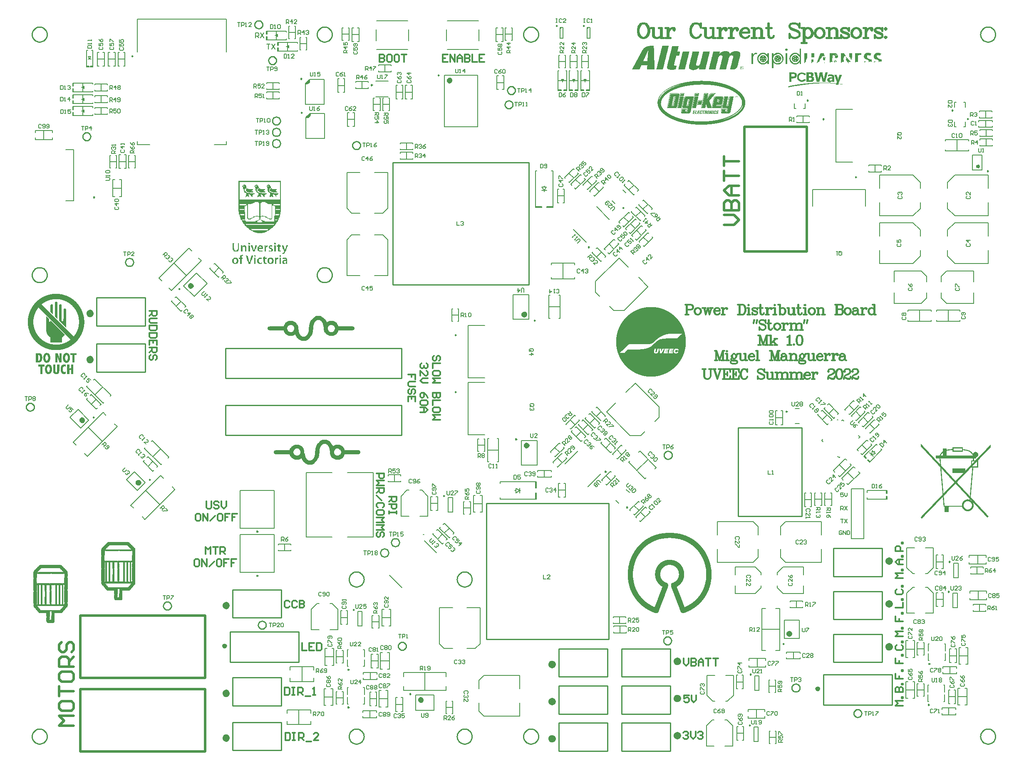
<source format=gbr>
G04*
G04 #@! TF.GenerationSoftware,Altium Limited,Altium Designer,22.4.2 (48)*
G04*
G04 Layer_Color=65535*
%FSLAX25Y25*%
%MOIN*%
G70*
G04*
G04 #@! TF.SameCoordinates,43EAD1C5-17A3-47DC-85D2-FB09855483F6*
G04*
G04*
G04 #@! TF.FilePolarity,Positive*
G04*
G01*
G75*
%ADD10C,0.00984*%
%ADD11C,0.01000*%
%ADD12C,0.02362*%
%ADD13C,0.00787*%
%ADD14C,0.01575*%
%ADD15C,0.03000*%
%ADD16C,0.02000*%
%ADD17C,0.00591*%
%ADD18C,0.00500*%
%ADD19C,0.01181*%
%ADD20C,0.01968*%
%ADD21R,0.01862X0.00787*%
%ADD22R,0.02000X0.00701*%
G36*
X614378Y565455D02*
X614521D01*
Y565420D01*
X614592D01*
Y565384D01*
X614664D01*
Y565348D01*
X614735D01*
Y565312D01*
X614771D01*
Y565277D01*
X614807D01*
Y565241D01*
X614842D01*
Y565205D01*
X614878D01*
Y565170D01*
X614914D01*
Y565134D01*
X614950D01*
Y565098D01*
X614985D01*
Y565027D01*
X615021D01*
Y564955D01*
X615057D01*
Y564884D01*
X615093D01*
Y564776D01*
X615128D01*
Y564312D01*
X615093D01*
Y564204D01*
X615057D01*
Y564133D01*
X615021D01*
Y564061D01*
X614985D01*
Y564026D01*
X614950D01*
Y563954D01*
X614914D01*
Y563918D01*
X614878D01*
Y563883D01*
X614842D01*
Y563847D01*
X614807D01*
Y563811D01*
X614771D01*
Y563775D01*
X614699D01*
Y563740D01*
X614664D01*
Y563704D01*
X614592D01*
Y563668D01*
X614485D01*
Y563632D01*
X614342D01*
Y563597D01*
X614056D01*
Y563632D01*
X613877D01*
Y563668D01*
X613806D01*
Y563704D01*
X613734D01*
Y563740D01*
X613663D01*
Y563775D01*
X613627D01*
Y563811D01*
X613591D01*
Y563847D01*
X613555D01*
Y563883D01*
X613520D01*
Y563918D01*
X613484D01*
Y563954D01*
X613448D01*
Y563990D01*
X613413D01*
Y564061D01*
X613377D01*
Y564097D01*
X613341D01*
Y564204D01*
X613305D01*
Y564276D01*
X613270D01*
Y564812D01*
X613305D01*
Y564919D01*
X613341D01*
Y564991D01*
X613377D01*
Y565062D01*
X613413D01*
Y565098D01*
X613448D01*
Y565134D01*
X613484D01*
Y565205D01*
X613520D01*
Y565241D01*
X613591D01*
Y565277D01*
X613627D01*
Y565312D01*
X613663D01*
Y565348D01*
X613734D01*
Y565384D01*
X613770D01*
Y565420D01*
X613877D01*
Y565455D01*
X613984D01*
Y565491D01*
X614378D01*
Y565455D01*
D02*
G37*
G36*
X573989Y563305D02*
X575076D01*
Y563184D01*
X575559D01*
Y563064D01*
X575801D01*
Y562943D01*
X576042D01*
Y562822D01*
X576284D01*
Y562701D01*
X576526D01*
Y562580D01*
X576646D01*
Y562460D01*
X576767D01*
Y562339D01*
X576888D01*
Y562097D01*
X577009D01*
Y561856D01*
X577130D01*
Y561252D01*
X577250D01*
Y560527D01*
X577130D01*
Y559682D01*
X577009D01*
Y559198D01*
X576888D01*
Y558715D01*
X576767D01*
Y558232D01*
X576646D01*
Y557749D01*
X576526D01*
Y557266D01*
X576405D01*
Y556782D01*
X576284D01*
Y556299D01*
X576163D01*
Y555816D01*
X576042D01*
Y555333D01*
X575922D01*
Y554850D01*
X575801D01*
Y554366D01*
X575680D01*
Y553883D01*
X575559D01*
Y553400D01*
X575438D01*
Y552917D01*
X575318D01*
Y552434D01*
X575197D01*
Y551951D01*
X575076D01*
Y551467D01*
X574955D01*
Y551105D01*
X574834D01*
Y550743D01*
X574714D01*
Y550501D01*
X574593D01*
Y550259D01*
X574472D01*
Y550139D01*
X574351D01*
Y550018D01*
X574230D01*
Y549897D01*
X574110D01*
Y549776D01*
X573989D01*
Y549655D01*
X573868D01*
Y549535D01*
X573747D01*
Y549414D01*
X573627D01*
Y549293D01*
X573385D01*
Y549172D01*
X573264D01*
Y549052D01*
X573023D01*
Y548931D01*
X572660D01*
Y548810D01*
X572298D01*
Y548689D01*
X571573D01*
Y548568D01*
X569036D01*
Y548931D01*
X569157D01*
Y549414D01*
X569278D01*
Y549897D01*
X569399D01*
Y550380D01*
X569520D01*
Y550864D01*
X569640D01*
Y551347D01*
X569761D01*
Y551830D01*
X569882D01*
Y552313D01*
X570003D01*
Y552796D01*
X570123D01*
Y553279D01*
X570244D01*
Y553762D01*
X570365D01*
Y554246D01*
X570486D01*
Y554729D01*
X570607D01*
Y555212D01*
X570727D01*
Y555695D01*
X570848D01*
Y556178D01*
X570969D01*
Y556662D01*
X571090D01*
Y557145D01*
X571211D01*
Y557628D01*
X571331D01*
Y558111D01*
X571452D01*
Y559319D01*
X571331D01*
Y559561D01*
X571211D01*
Y559682D01*
X570969D01*
Y559802D01*
X570607D01*
Y559923D01*
X569761D01*
Y559802D01*
X569399D01*
Y559682D01*
X569157D01*
Y559561D01*
X568916D01*
Y559440D01*
X568795D01*
Y559319D01*
X568674D01*
Y559198D01*
X568553D01*
Y558957D01*
X568432D01*
Y558836D01*
X568312D01*
Y558473D01*
X568191D01*
Y558111D01*
X568070D01*
Y557628D01*
X567949D01*
Y557145D01*
X567828D01*
Y556662D01*
X567708D01*
Y556178D01*
X567587D01*
Y555695D01*
X567466D01*
Y555212D01*
X567345D01*
Y554729D01*
X567224D01*
Y554246D01*
X567104D01*
Y553762D01*
X566983D01*
Y553279D01*
X566862D01*
Y552796D01*
X566741D01*
Y552434D01*
X566620D01*
Y551951D01*
X566500D01*
Y551467D01*
X566379D01*
Y550984D01*
X566258D01*
Y550501D01*
X566137D01*
Y550018D01*
X566016D01*
Y549535D01*
X565896D01*
Y549052D01*
X565775D01*
Y548568D01*
X560460D01*
Y548810D01*
X560581D01*
Y549293D01*
X560702D01*
Y549776D01*
X560822D01*
Y550259D01*
X560943D01*
Y550743D01*
X561064D01*
Y551226D01*
X561185D01*
Y551709D01*
X561306D01*
Y552192D01*
X561426D01*
Y552675D01*
X561547D01*
Y553159D01*
X561668D01*
Y553642D01*
X561789D01*
Y554125D01*
X561909D01*
Y554608D01*
X562030D01*
Y555091D01*
X562151D01*
Y555574D01*
X562272D01*
Y556058D01*
X562393D01*
Y556541D01*
X562513D01*
Y557024D01*
X562634D01*
Y557507D01*
X562755D01*
Y557990D01*
X562876D01*
Y558594D01*
X562997D01*
Y559078D01*
X562876D01*
Y559440D01*
X562755D01*
Y559561D01*
X562634D01*
Y559682D01*
X562513D01*
Y559802D01*
X562151D01*
Y559923D01*
X561306D01*
Y559802D01*
X560822D01*
Y559682D01*
X560581D01*
Y559561D01*
X560460D01*
Y559440D01*
X560339D01*
Y559319D01*
X560218D01*
Y559198D01*
X560098D01*
Y559078D01*
X559977D01*
Y558836D01*
X559856D01*
Y558594D01*
X559735D01*
Y558232D01*
X559614D01*
Y557869D01*
X559494D01*
Y557386D01*
X559373D01*
Y556903D01*
X559252D01*
Y556420D01*
X559131D01*
Y555937D01*
X559010D01*
Y555454D01*
X558890D01*
Y554971D01*
X558769D01*
Y554487D01*
X558648D01*
Y554004D01*
X558527D01*
Y553521D01*
X558406D01*
Y553038D01*
X558286D01*
Y552555D01*
X558165D01*
Y552071D01*
X558044D01*
Y551588D01*
X557923D01*
Y551105D01*
X557802D01*
Y550622D01*
X557682D01*
Y550139D01*
X557561D01*
Y549655D01*
X557440D01*
Y549172D01*
X557319D01*
Y548689D01*
X557198D01*
Y548568D01*
X552004D01*
Y549052D01*
X552125D01*
Y549535D01*
X552246D01*
Y550018D01*
X552367D01*
Y550501D01*
X552488D01*
Y550984D01*
X552608D01*
Y551467D01*
X552729D01*
Y551951D01*
X552850D01*
Y552434D01*
X552971D01*
Y552917D01*
X553091D01*
Y553400D01*
X553212D01*
Y553883D01*
X553333D01*
Y554366D01*
X553454D01*
Y554850D01*
X553575D01*
Y555333D01*
X553695D01*
Y555816D01*
X553816D01*
Y556299D01*
X553937D01*
Y556782D01*
X554058D01*
Y557266D01*
X554179D01*
Y557749D01*
X554299D01*
Y558232D01*
X554420D01*
Y558715D01*
X554541D01*
Y559198D01*
X554662D01*
Y559682D01*
X554783D01*
Y560165D01*
X554903D01*
Y560648D01*
X555024D01*
Y561010D01*
X555145D01*
Y561493D01*
X555266D01*
Y561977D01*
X555386D01*
Y562460D01*
X555507D01*
Y562943D01*
X560822D01*
Y562460D01*
X560702D01*
Y561977D01*
X560581D01*
Y561493D01*
X560460D01*
Y561252D01*
X560702D01*
Y561373D01*
X560822D01*
Y561493D01*
X560943D01*
Y561614D01*
X561064D01*
Y561735D01*
X561185D01*
Y561856D01*
X561306D01*
Y561977D01*
X561426D01*
Y562097D01*
X561547D01*
Y562218D01*
X561668D01*
Y562339D01*
X561909D01*
Y562460D01*
X562030D01*
Y562580D01*
X562272D01*
Y562701D01*
X562513D01*
Y562822D01*
X562755D01*
Y562943D01*
X562997D01*
Y563064D01*
X563359D01*
Y563184D01*
X563842D01*
Y563305D01*
X564567D01*
Y563426D01*
X566016D01*
Y563305D01*
X566741D01*
Y563184D01*
X567104D01*
Y563064D01*
X567466D01*
Y562943D01*
X567708D01*
Y562822D01*
X567828D01*
Y562701D01*
X567949D01*
Y562580D01*
X568070D01*
Y562460D01*
X568191D01*
Y562339D01*
X568312D01*
Y562218D01*
X568432D01*
Y561977D01*
X568553D01*
Y561735D01*
X568674D01*
Y561252D01*
X568795D01*
Y561131D01*
X568916D01*
Y561252D01*
X569036D01*
Y561373D01*
X569157D01*
Y561493D01*
X569278D01*
Y561614D01*
X569399D01*
Y561735D01*
X569520D01*
Y561856D01*
X569640D01*
Y561977D01*
X569761D01*
Y562097D01*
X569882D01*
Y562218D01*
X570003D01*
Y562339D01*
X570244D01*
Y562460D01*
X570365D01*
Y562580D01*
X570607D01*
Y562701D01*
X570848D01*
Y562822D01*
X571090D01*
Y562943D01*
X571452D01*
Y563064D01*
X571815D01*
Y563184D01*
X572298D01*
Y563305D01*
X573264D01*
Y563426D01*
X573989D01*
Y563305D01*
D02*
G37*
G36*
X687405Y562060D02*
X687834D01*
Y562024D01*
X688084D01*
Y561988D01*
X688299D01*
Y561952D01*
X688478D01*
Y561917D01*
X688620D01*
Y561881D01*
X688763D01*
Y561845D01*
X688871D01*
Y561809D01*
X689014D01*
Y561774D01*
X689121D01*
Y561738D01*
X689228D01*
Y561702D01*
X689300D01*
Y561666D01*
X689407D01*
Y561631D01*
X689478D01*
Y561595D01*
X689550D01*
Y561559D01*
X689621D01*
Y561523D01*
X689693D01*
Y561488D01*
X689800D01*
Y561452D01*
X689872D01*
Y561416D01*
X689907D01*
Y561381D01*
X689979D01*
Y561345D01*
X690015D01*
Y561273D01*
X689979D01*
Y561202D01*
X689943D01*
Y561130D01*
X689907D01*
Y561059D01*
X689872D01*
Y560987D01*
X689836D01*
Y560916D01*
X689800D01*
Y560844D01*
X689764D01*
Y560773D01*
X689728D01*
Y560701D01*
X689693D01*
Y560630D01*
X689657D01*
Y560666D01*
X688049D01*
Y560630D01*
X689657D01*
Y560558D01*
X689621D01*
Y560594D01*
X687977D01*
Y560558D01*
X689621D01*
Y560523D01*
X689586D01*
Y560487D01*
X687870D01*
Y560451D01*
X687834D01*
Y560415D01*
X689550D01*
Y560380D01*
X687763D01*
Y560344D01*
X687727D01*
Y560308D01*
X689478D01*
Y560344D01*
X689514D01*
Y560273D01*
X689478D01*
Y560201D01*
X689443D01*
Y560129D01*
X689407D01*
Y560058D01*
X689371D01*
Y559986D01*
X689335D01*
Y559915D01*
X689300D01*
Y559843D01*
X689264D01*
Y559772D01*
X689228D01*
Y559700D01*
X689192D01*
Y559629D01*
X689157D01*
Y559558D01*
X689121D01*
Y559593D01*
X689049D01*
Y559629D01*
X689014D01*
Y559665D01*
X688978D01*
Y559700D01*
X688906D01*
Y559736D01*
X688871D01*
Y559772D01*
X688799D01*
Y559808D01*
X688728D01*
Y559843D01*
X688656D01*
Y559879D01*
X688585D01*
Y559915D01*
X688513D01*
Y559951D01*
X688442D01*
Y559986D01*
X688335D01*
Y560022D01*
X688227D01*
Y560058D01*
X688120D01*
Y560094D01*
X687941D01*
Y560129D01*
X687334D01*
Y560094D01*
X687191D01*
Y560058D01*
X687119D01*
Y560022D01*
X687012D01*
Y559986D01*
X686940D01*
Y559951D01*
X686905D01*
Y559915D01*
X686833D01*
Y559879D01*
X686797D01*
Y559843D01*
X686762D01*
Y559808D01*
X686726D01*
Y559736D01*
X686690D01*
Y559700D01*
X686654D01*
Y559629D01*
X686619D01*
Y559522D01*
X686583D01*
Y559236D01*
X686619D01*
Y559129D01*
X686654D01*
Y559093D01*
X686690D01*
Y559021D01*
X686726D01*
Y558986D01*
X686762D01*
Y558950D01*
X686797D01*
Y558914D01*
X686833D01*
Y558735D01*
X686869D01*
Y558664D01*
X686905D01*
Y558557D01*
X686940D01*
Y558485D01*
X686976D01*
Y558414D01*
X687012D01*
Y558342D01*
X687048D01*
Y558307D01*
X687083D01*
Y558235D01*
X687119D01*
Y558199D01*
X687155D01*
Y558128D01*
X687191D01*
Y558092D01*
X687226D01*
Y558056D01*
X687262D01*
Y557985D01*
X687298D01*
Y557949D01*
X687334D01*
Y557913D01*
X687369D01*
Y557877D01*
X687405D01*
Y557842D01*
X687441D01*
Y557806D01*
X687477D01*
Y557770D01*
X687512D01*
Y557735D01*
X687548D01*
Y557699D01*
X687584D01*
Y557663D01*
X687655D01*
Y557627D01*
X687691D01*
Y557592D01*
X687727D01*
Y557556D01*
X687798D01*
Y557520D01*
X687834D01*
Y557484D01*
X687906D01*
Y557449D01*
X687977D01*
Y557413D01*
X688013D01*
Y557377D01*
X688120D01*
Y557341D01*
X688156D01*
Y557306D01*
X688263D01*
Y557270D01*
X688335D01*
Y557234D01*
X688406D01*
Y557198D01*
X688513D01*
Y557163D01*
X688585D01*
Y557127D01*
X688692D01*
Y557091D01*
X688799D01*
Y557055D01*
X688906D01*
Y557020D01*
X689049D01*
Y556984D01*
X689157D01*
Y556948D01*
X689264D01*
Y556912D01*
X689407D01*
Y556877D01*
X689550D01*
Y556841D01*
X689693D01*
Y556805D01*
X689800D01*
Y556769D01*
X689943D01*
Y556734D01*
X690086D01*
Y556698D01*
X690193D01*
Y556662D01*
X690301D01*
Y556627D01*
X690336D01*
Y556484D01*
X690372D01*
Y556269D01*
X690408D01*
Y555411D01*
X690372D01*
Y555161D01*
X690336D01*
Y554982D01*
X690301D01*
Y554875D01*
X690158D01*
Y554911D01*
X689907D01*
Y554946D01*
X689728D01*
Y554982D01*
X689586D01*
Y555018D01*
X689478D01*
Y555054D01*
X689371D01*
Y555089D01*
X689264D01*
Y555125D01*
X689192D01*
Y555161D01*
X689121D01*
Y555197D01*
X689014D01*
Y555232D01*
X688978D01*
Y555197D01*
X688942D01*
Y555161D01*
X688906D01*
Y555125D01*
X688871D01*
Y555089D01*
X688835D01*
Y555054D01*
X688799D01*
Y555018D01*
X688763D01*
Y554982D01*
X688692D01*
Y554946D01*
X688656D01*
Y554911D01*
X688620D01*
Y554875D01*
X688549D01*
Y554839D01*
X688478D01*
Y554803D01*
X688406D01*
Y554768D01*
X688299D01*
Y554732D01*
X688192D01*
Y554696D01*
X688049D01*
Y554661D01*
X687870D01*
Y554625D01*
X687655D01*
Y554589D01*
X687477D01*
Y554625D01*
X687226D01*
Y554661D01*
X687369D01*
Y554696D01*
X687441D01*
Y554732D01*
X687548D01*
Y554768D01*
X687584D01*
Y554803D01*
X687655D01*
Y554839D01*
X687691D01*
Y554875D01*
X687763D01*
Y554911D01*
X687798D01*
Y554946D01*
X687834D01*
Y554982D01*
X687870D01*
Y555054D01*
X687906D01*
Y555125D01*
X687941D01*
Y555197D01*
X687977D01*
Y555304D01*
X688013D01*
Y555697D01*
X687977D01*
Y555804D01*
X687941D01*
Y555840D01*
X687906D01*
Y555911D01*
X687870D01*
Y555947D01*
X687834D01*
Y555983D01*
X687798D01*
Y556019D01*
X687763D01*
Y556054D01*
X687727D01*
Y556090D01*
X687691D01*
Y556126D01*
X687620D01*
Y556162D01*
X687584D01*
Y556198D01*
X687512D01*
Y556233D01*
X687441D01*
Y556269D01*
X687369D01*
Y556305D01*
X687298D01*
Y556341D01*
X687191D01*
Y556376D01*
X687119D01*
Y556412D01*
X686976D01*
Y556448D01*
X686869D01*
Y556484D01*
X686762D01*
Y556519D01*
X686654D01*
Y556555D01*
X686512D01*
Y556591D01*
X686404D01*
Y556627D01*
X686261D01*
Y556662D01*
X686154D01*
Y556698D01*
X686047D01*
Y556734D01*
X685940D01*
Y556769D01*
X685832D01*
Y556805D01*
X685725D01*
Y556841D01*
X685654D01*
Y556877D01*
X685546D01*
Y556912D01*
X685475D01*
Y556948D01*
X685403D01*
Y556984D01*
X685332D01*
Y557020D01*
X685260D01*
Y557055D01*
X685189D01*
Y557091D01*
X685117D01*
Y557127D01*
X685082D01*
Y557163D01*
X685010D01*
Y557198D01*
X684974D01*
Y557234D01*
X684939D01*
Y557270D01*
X684867D01*
Y557306D01*
X684831D01*
Y557341D01*
X684796D01*
Y557377D01*
X684760D01*
Y557413D01*
X684724D01*
Y557449D01*
X684689D01*
Y557484D01*
X684653D01*
Y557520D01*
X684617D01*
Y557556D01*
X684581D01*
Y557627D01*
X684546D01*
Y557663D01*
X684510D01*
Y557735D01*
X684474D01*
Y557806D01*
X684438D01*
Y557842D01*
X684403D01*
Y557913D01*
X684367D01*
Y558020D01*
X684331D01*
Y558092D01*
X684295D01*
Y558235D01*
X684260D01*
Y558378D01*
X684224D01*
Y558592D01*
X684188D01*
Y559558D01*
X684224D01*
Y559736D01*
X684260D01*
Y559915D01*
X684295D01*
Y560022D01*
X684331D01*
Y560165D01*
X684367D01*
Y560237D01*
X684403D01*
Y560344D01*
X684438D01*
Y560415D01*
X684474D01*
Y560487D01*
X684510D01*
Y560558D01*
X684546D01*
Y560630D01*
X684581D01*
Y560701D01*
X684617D01*
Y560737D01*
X684653D01*
Y560809D01*
X684689D01*
Y560844D01*
X684724D01*
Y560916D01*
X684760D01*
Y560952D01*
X684796D01*
Y560987D01*
X684831D01*
Y561059D01*
X684867D01*
Y561095D01*
X684903D01*
Y561130D01*
X684939D01*
Y561166D01*
X684974D01*
Y561202D01*
X685010D01*
Y561238D01*
X685046D01*
Y561273D01*
X685082D01*
Y561309D01*
X685117D01*
Y561345D01*
X685153D01*
Y561381D01*
X685189D01*
Y561416D01*
X685260D01*
Y561452D01*
X685296D01*
Y561488D01*
X685332D01*
Y561523D01*
X685403D01*
Y561559D01*
X685439D01*
Y561595D01*
X685511D01*
Y561631D01*
X685582D01*
Y561666D01*
X685618D01*
Y561702D01*
X685689D01*
Y561738D01*
X685761D01*
Y561774D01*
X685832D01*
Y561809D01*
X685940D01*
Y561845D01*
X686011D01*
Y561881D01*
X686118D01*
Y561917D01*
X686226D01*
Y561952D01*
X686369D01*
Y561988D01*
X686512D01*
Y562024D01*
X686726D01*
Y562060D01*
X687119D01*
Y562095D01*
X687405D01*
Y562060D01*
D02*
G37*
G36*
X589928Y562024D02*
X590142D01*
Y561988D01*
X590285D01*
Y561952D01*
X590393D01*
Y561917D01*
X590464D01*
Y561881D01*
X590571D01*
Y561845D01*
X590643D01*
Y561809D01*
X590714D01*
Y561774D01*
X590786D01*
Y561702D01*
X590750D01*
Y561631D01*
X590714D01*
Y561595D01*
X590679D01*
Y561523D01*
X590643D01*
Y561452D01*
X590607D01*
Y561416D01*
X590571D01*
Y561345D01*
X590536D01*
Y561273D01*
X590500D01*
Y561238D01*
X590464D01*
Y561166D01*
X590428D01*
Y561130D01*
X590393D01*
Y561059D01*
X590357D01*
Y560987D01*
X590321D01*
Y560952D01*
X590285D01*
Y560880D01*
X590250D01*
Y560844D01*
X590214D01*
Y560773D01*
X590178D01*
Y560809D01*
X590071D01*
Y560844D01*
X589964D01*
Y560880D01*
X589856D01*
Y560916D01*
X589606D01*
Y560952D01*
X589570D01*
Y560916D01*
X589285D01*
Y560880D01*
X589142D01*
Y560844D01*
X589070D01*
Y560809D01*
X588963D01*
Y560773D01*
X588891D01*
Y560737D01*
X588820D01*
Y560701D01*
X588784D01*
Y560666D01*
X588713D01*
Y560630D01*
X588677D01*
Y560594D01*
X588605D01*
Y560558D01*
X588570D01*
Y560523D01*
X588534D01*
Y560487D01*
X588498D01*
Y560451D01*
X588462D01*
Y560415D01*
X588427D01*
Y560380D01*
X588391D01*
Y560344D01*
X588355D01*
Y560308D01*
X588319D01*
Y560273D01*
X588284D01*
Y560237D01*
X588248D01*
Y560201D01*
X588212D01*
Y560129D01*
X588176D01*
Y560094D01*
X588141D01*
Y560022D01*
X588105D01*
Y559986D01*
X588069D01*
Y559915D01*
X588033D01*
Y559843D01*
X587998D01*
Y559808D01*
X587962D01*
Y559736D01*
X587926D01*
Y559629D01*
X587890D01*
Y559558D01*
X587855D01*
Y559486D01*
X587819D01*
Y559379D01*
X587783D01*
Y559307D01*
X587747D01*
Y559200D01*
X587712D01*
Y559057D01*
X587676D01*
Y558950D01*
X587640D01*
Y558771D01*
X587605D01*
Y558557D01*
X587569D01*
Y558271D01*
X587533D01*
Y557842D01*
X587497D01*
Y557127D01*
X587462D01*
Y552909D01*
X586282D01*
Y560701D01*
Y560737D01*
Y561809D01*
X587462D01*
Y560558D01*
X587497D01*
Y560594D01*
X587533D01*
Y560630D01*
X587569D01*
Y560701D01*
X587605D01*
Y560737D01*
X587640D01*
Y560773D01*
X587676D01*
Y560844D01*
X587712D01*
Y560880D01*
X587747D01*
Y560916D01*
X587783D01*
Y560952D01*
X587819D01*
Y561023D01*
X587855D01*
Y561059D01*
X587890D01*
Y561095D01*
X587926D01*
Y561130D01*
X587962D01*
Y561166D01*
X587998D01*
Y561202D01*
X588033D01*
Y561238D01*
X588069D01*
Y561273D01*
X588105D01*
Y561309D01*
X588141D01*
Y561345D01*
X588176D01*
Y561381D01*
X588212D01*
Y561416D01*
X588248D01*
Y561452D01*
X588319D01*
Y561488D01*
X588355D01*
Y561523D01*
X588391D01*
Y561559D01*
X588427D01*
Y561595D01*
X588498D01*
Y561631D01*
X588534D01*
Y561666D01*
X588605D01*
Y561702D01*
X588641D01*
Y561738D01*
X588713D01*
Y561774D01*
X588784D01*
Y561809D01*
X588856D01*
Y561845D01*
X588927D01*
Y561881D01*
X588999D01*
Y561917D01*
X589106D01*
Y561952D01*
X589213D01*
Y561988D01*
X589392D01*
Y562024D01*
X589606D01*
Y562060D01*
X589928D01*
Y562024D01*
D02*
G37*
G36*
X679505Y562060D02*
X679934D01*
Y562024D01*
X680185D01*
Y561988D01*
X680363D01*
Y561952D01*
X680542D01*
Y561917D01*
X680685D01*
Y561881D01*
X680828D01*
Y561845D01*
X680971D01*
Y561809D01*
X681078D01*
Y561774D01*
X681185D01*
Y561738D01*
X681293D01*
Y561702D01*
X681400D01*
Y561666D01*
X681471D01*
Y561631D01*
X681543D01*
Y561595D01*
X681650D01*
Y561559D01*
X681722D01*
Y561523D01*
X681793D01*
Y561488D01*
X681865D01*
Y561452D01*
X681936D01*
Y561416D01*
X682008D01*
Y561381D01*
X682079D01*
Y561345D01*
X682115D01*
Y561309D01*
X682079D01*
Y561238D01*
X682043D01*
Y561166D01*
X682008D01*
Y561095D01*
X681972D01*
Y561023D01*
X681936D01*
Y560952D01*
X681900D01*
Y560880D01*
X681865D01*
Y560809D01*
X681829D01*
Y560737D01*
X681793D01*
Y560666D01*
X680113D01*
Y560630D01*
X681757D01*
Y560594D01*
X680042D01*
Y560558D01*
X681722D01*
Y560523D01*
X681686D01*
Y560451D01*
X681650D01*
Y560487D01*
X679934D01*
Y560451D01*
X679899D01*
Y560380D01*
X679863D01*
Y560344D01*
X679827D01*
Y560308D01*
X681328D01*
Y560344D01*
X681436D01*
Y560380D01*
X680077D01*
Y560415D01*
X681650D01*
Y560380D01*
X681614D01*
Y560308D01*
X681579D01*
Y560237D01*
X681543D01*
Y560165D01*
X681507D01*
Y560094D01*
X681471D01*
Y560022D01*
X681436D01*
Y559951D01*
X681400D01*
Y559879D01*
X681364D01*
Y559808D01*
X681328D01*
Y559736D01*
X681293D01*
Y559665D01*
X681257D01*
Y559593D01*
X681221D01*
Y559558D01*
X681185D01*
Y559593D01*
X681150D01*
Y559629D01*
X681078D01*
Y559665D01*
X681042D01*
Y559700D01*
X680971D01*
Y559736D01*
X680935D01*
Y559772D01*
X680864D01*
Y559808D01*
X680828D01*
Y559843D01*
X680757D01*
Y559879D01*
X680685D01*
Y559915D01*
X680614D01*
Y559951D01*
X680506D01*
Y559986D01*
X680435D01*
Y560022D01*
X680328D01*
Y560058D01*
X680185D01*
Y560094D01*
X680006D01*
Y560129D01*
X679434D01*
Y560094D01*
X679291D01*
Y560058D01*
X679184D01*
Y560022D01*
X679112D01*
Y559986D01*
X679041D01*
Y559951D01*
X678969D01*
Y559915D01*
X678933D01*
Y559879D01*
X678898D01*
Y559843D01*
X678862D01*
Y559808D01*
X678826D01*
Y559772D01*
X678791D01*
Y559736D01*
X678755D01*
Y559665D01*
X678719D01*
Y559593D01*
X678683D01*
Y559450D01*
X678648D01*
Y559307D01*
X678683D01*
Y559164D01*
X678719D01*
Y559093D01*
X678755D01*
Y559057D01*
X678791D01*
Y558986D01*
X678826D01*
Y558950D01*
X678862D01*
Y558914D01*
X678898D01*
Y558878D01*
X678933D01*
Y558843D01*
X678898D01*
Y558735D01*
X678862D01*
Y558628D01*
X678826D01*
Y558521D01*
X678791D01*
Y558414D01*
X678826D01*
Y558342D01*
X678862D01*
Y558271D01*
X678898D01*
Y558199D01*
X678933D01*
Y558163D01*
X678969D01*
Y558092D01*
X679005D01*
Y558056D01*
X679041D01*
Y558020D01*
X679076D01*
Y557985D01*
X679112D01*
Y557913D01*
X679148D01*
Y557877D01*
X679184D01*
Y557842D01*
X679219D01*
Y557806D01*
X679255D01*
Y557770D01*
X679291D01*
Y557735D01*
X679327D01*
Y557699D01*
X679398D01*
Y557663D01*
X679434D01*
Y557627D01*
X679470D01*
Y557592D01*
X679505D01*
Y557556D01*
X679577D01*
Y557520D01*
X679613D01*
Y557484D01*
X679684D01*
Y557449D01*
X679756D01*
Y557413D01*
X679791D01*
Y557377D01*
X679863D01*
Y557341D01*
X679934D01*
Y557306D01*
X680006D01*
Y557270D01*
X680077D01*
Y557234D01*
X680185D01*
Y557198D01*
X680256D01*
Y557163D01*
X680328D01*
Y557127D01*
X680435D01*
Y557091D01*
X680542D01*
Y557055D01*
X680649D01*
Y557020D01*
X680757D01*
Y556984D01*
X680899D01*
Y556948D01*
X681007D01*
Y556912D01*
X681114D01*
Y556877D01*
X681257D01*
Y556841D01*
X681400D01*
Y556805D01*
X681543D01*
Y556769D01*
X681650D01*
Y556734D01*
X681793D01*
Y556698D01*
X681936D01*
Y556662D01*
X682043D01*
Y556627D01*
X682151D01*
Y556591D01*
X682258D01*
Y556555D01*
X682365D01*
Y556519D01*
X682437D01*
Y556376D01*
X682472D01*
Y556090D01*
X682508D01*
Y555697D01*
X682472D01*
Y555304D01*
X682437D01*
Y555054D01*
X682401D01*
Y554911D01*
X682365D01*
Y554875D01*
X682294D01*
Y554839D01*
X682079D01*
Y554875D01*
X681757D01*
Y554911D01*
X681614D01*
Y554946D01*
X681436D01*
Y554982D01*
X681328D01*
Y555018D01*
X681221D01*
Y555054D01*
X681114D01*
Y555089D01*
X681042D01*
Y555125D01*
X680971D01*
Y555089D01*
X680935D01*
Y555054D01*
X680899D01*
Y555018D01*
X680828D01*
Y554982D01*
X680792D01*
Y554946D01*
X680757D01*
Y554911D01*
X680685D01*
Y554875D01*
X680614D01*
Y554839D01*
X680542D01*
Y554803D01*
X680471D01*
Y554768D01*
X680363D01*
Y554732D01*
X680292D01*
Y554696D01*
X680149D01*
Y554661D01*
X679934D01*
Y554625D01*
X679327D01*
Y554661D01*
X679434D01*
Y554696D01*
X679541D01*
Y554732D01*
X679613D01*
Y554768D01*
X679684D01*
Y554803D01*
X679756D01*
Y554839D01*
X679791D01*
Y554875D01*
X679827D01*
Y554911D01*
X679863D01*
Y554946D01*
X679899D01*
Y554982D01*
X679934D01*
Y555018D01*
X679970D01*
Y555089D01*
X680006D01*
Y555161D01*
X680042D01*
Y555232D01*
X680077D01*
Y555375D01*
X680113D01*
Y555626D01*
X680077D01*
Y555733D01*
X680042D01*
Y555840D01*
X680006D01*
Y555876D01*
X679970D01*
Y555947D01*
X679934D01*
Y555983D01*
X679899D01*
Y556019D01*
X679863D01*
Y556054D01*
X679827D01*
Y556090D01*
X679756D01*
Y556126D01*
X679720D01*
Y556162D01*
X679648D01*
Y556198D01*
X679613D01*
Y556233D01*
X679541D01*
Y556269D01*
X679470D01*
Y556305D01*
X679362D01*
Y556341D01*
X679291D01*
Y556376D01*
X679184D01*
Y556412D01*
X679076D01*
Y556448D01*
X678969D01*
Y556484D01*
X678862D01*
Y556519D01*
X678719D01*
Y556555D01*
X678612D01*
Y556591D01*
X678469D01*
Y556627D01*
X678362D01*
Y556662D01*
X678254D01*
Y556698D01*
X678147D01*
Y556734D01*
X678004D01*
Y556769D01*
X677897D01*
Y556805D01*
X677825D01*
Y556841D01*
X677718D01*
Y556877D01*
X677647D01*
Y556912D01*
X677539D01*
Y556948D01*
X677468D01*
Y556984D01*
X677396D01*
Y557020D01*
X677325D01*
Y557055D01*
X677289D01*
Y557091D01*
X677218D01*
Y557127D01*
X677146D01*
Y557163D01*
X677110D01*
Y557198D01*
X677039D01*
Y557234D01*
X677003D01*
Y557270D01*
X676967D01*
Y557306D01*
X676932D01*
Y557341D01*
X676860D01*
Y557377D01*
X676825D01*
Y557413D01*
X676789D01*
Y557449D01*
X676753D01*
Y557520D01*
X676717D01*
Y557556D01*
X676682D01*
Y557592D01*
X676646D01*
Y557627D01*
X676610D01*
Y557699D01*
X676574D01*
Y557770D01*
X676539D01*
Y557806D01*
X676503D01*
Y557877D01*
X676467D01*
Y557985D01*
X676431D01*
Y558056D01*
X676396D01*
Y558342D01*
X676324D01*
Y558485D01*
X676288D01*
Y558771D01*
X676253D01*
Y559343D01*
X676288D01*
Y559665D01*
X676324D01*
Y559843D01*
X676360D01*
Y559986D01*
X676396D01*
Y560094D01*
X676431D01*
Y560201D01*
X676467D01*
Y560308D01*
X676503D01*
Y560380D01*
X676539D01*
Y560451D01*
X676574D01*
Y560523D01*
X676610D01*
Y560594D01*
X676646D01*
Y560666D01*
X676682D01*
Y560737D01*
X676717D01*
Y560773D01*
X676753D01*
Y560844D01*
X676789D01*
Y560880D01*
X676825D01*
Y560952D01*
X676860D01*
Y560987D01*
X676896D01*
Y561023D01*
X676932D01*
Y561059D01*
X676967D01*
Y561095D01*
X677003D01*
Y561166D01*
X677039D01*
Y561202D01*
X677075D01*
Y561238D01*
X677146D01*
Y561273D01*
X677182D01*
Y561309D01*
X677218D01*
Y561345D01*
X677253D01*
Y561381D01*
X677289D01*
Y561416D01*
X677325D01*
Y561452D01*
X677396D01*
Y561488D01*
X677432D01*
Y561523D01*
X677468D01*
Y561559D01*
X677539D01*
Y561595D01*
X677575D01*
Y561631D01*
X677647D01*
Y561666D01*
X677718D01*
Y561702D01*
X677790D01*
Y561738D01*
X677861D01*
Y561774D01*
X677933D01*
Y561809D01*
X678004D01*
Y561845D01*
X678111D01*
Y561881D01*
X678183D01*
Y561917D01*
X678326D01*
Y561952D01*
X678433D01*
Y561988D01*
X678612D01*
Y562024D01*
X678791D01*
Y562060D01*
X679184D01*
Y562095D01*
X679505D01*
Y562060D01*
D02*
G37*
G36*
X652697Y561809D02*
X653018D01*
Y561774D01*
X653233D01*
Y561738D01*
X653376D01*
Y561702D01*
X653519D01*
Y561666D01*
X653626D01*
Y561631D01*
X653733D01*
Y561595D01*
X653840D01*
Y561559D01*
X653912D01*
Y561523D01*
X653983D01*
Y561488D01*
X654055D01*
Y561452D01*
X654126D01*
Y561416D01*
X654198D01*
Y561381D01*
X654269D01*
Y561345D01*
X654305D01*
Y561309D01*
X654377D01*
Y561273D01*
X654448D01*
Y561238D01*
X654484D01*
Y561202D01*
X654520D01*
Y561166D01*
X654555D01*
Y561130D01*
X654591D01*
Y561095D01*
X654663D01*
Y561023D01*
X654698D01*
Y560987D01*
X654734D01*
Y560952D01*
X654770D01*
Y560916D01*
X654806D01*
Y560880D01*
X654841D01*
Y560844D01*
X654877D01*
Y560809D01*
X654913D01*
Y560773D01*
X654948D01*
Y560701D01*
X654984D01*
Y560666D01*
X655020D01*
Y560594D01*
X652303D01*
Y560558D01*
X655056D01*
Y560523D01*
X655091D01*
Y560487D01*
X655127D01*
Y560451D01*
X655091D01*
Y560487D01*
X652232D01*
Y560415D01*
X652196D01*
Y560344D01*
X652160D01*
Y560308D01*
X655199D01*
Y560273D01*
X652160D01*
Y560237D01*
X652125D01*
Y560165D01*
X652089D01*
Y560129D01*
X652339D01*
Y560237D01*
X653125D01*
Y560201D01*
X653376D01*
Y560165D01*
X653483D01*
Y560129D01*
X654948D01*
Y560165D01*
X655270D01*
Y560058D01*
X655306D01*
Y559951D01*
X655342D01*
Y559808D01*
X655377D01*
Y559629D01*
X655413D01*
Y559272D01*
X655449D01*
Y558950D01*
X655413D01*
Y558592D01*
X655377D01*
Y558414D01*
X655342D01*
Y558342D01*
X655306D01*
Y558307D01*
X655234D01*
Y558271D01*
X655199D01*
Y558235D01*
X655163D01*
Y558199D01*
X655091D01*
Y558163D01*
X655056D01*
Y558128D01*
X654984D01*
Y558092D01*
X654913D01*
Y558056D01*
X654841D01*
Y558020D01*
X654770D01*
Y557985D01*
X654663D01*
Y557949D01*
X654555D01*
Y557913D01*
X654412D01*
Y557877D01*
X654234D01*
Y557842D01*
X653912D01*
Y557806D01*
X653376D01*
Y557913D01*
X653411D01*
Y557985D01*
X652804D01*
Y558092D01*
X652768D01*
Y558235D01*
X652804D01*
Y558271D01*
X652840D01*
Y558307D01*
X652875D01*
Y558378D01*
X652911D01*
Y558450D01*
X652947D01*
Y558521D01*
X652983D01*
Y558628D01*
X653018D01*
Y559200D01*
Y559236D01*
X652983D01*
Y559379D01*
X652947D01*
Y559450D01*
X652911D01*
Y559522D01*
X652875D01*
Y559558D01*
X652840D01*
Y559629D01*
X652804D01*
Y559665D01*
X652768D01*
Y559700D01*
X652732D01*
Y559736D01*
X652697D01*
Y559772D01*
X652625D01*
Y559808D01*
X652589D01*
Y559843D01*
X652518D01*
Y559879D01*
X652446D01*
Y559915D01*
X652375D01*
Y559951D01*
X652268D01*
Y559986D01*
X652125D01*
Y560022D01*
X651874D01*
Y560058D01*
X651159D01*
Y558020D01*
X651124D01*
Y557949D01*
X651088D01*
Y557877D01*
X651052D01*
Y557770D01*
X651017D01*
Y557699D01*
X650981D01*
Y557627D01*
X650945D01*
Y557556D01*
X650909D01*
Y557449D01*
X650874D01*
Y557377D01*
X650838D01*
Y557306D01*
X650802D01*
Y557234D01*
X650766D01*
Y557127D01*
X650731D01*
Y557055D01*
X650695D01*
Y556984D01*
X650659D01*
Y556769D01*
X650695D01*
Y556591D01*
X650731D01*
Y556412D01*
X650766D01*
Y556233D01*
X650802D01*
Y556090D01*
X650838D01*
Y555876D01*
X650874D01*
Y555733D01*
X650909D01*
Y555554D01*
X650945D01*
Y555375D01*
X650981D01*
Y555161D01*
X651017D01*
Y554982D01*
X651052D01*
Y554768D01*
X651088D01*
Y554625D01*
X649622D01*
Y554553D01*
X649587D01*
Y554482D01*
X649551D01*
Y554410D01*
X649515D01*
Y554339D01*
X649479D01*
Y554267D01*
X649444D01*
Y554196D01*
X649408D01*
Y554124D01*
X649372D01*
Y554017D01*
X649336D01*
Y553981D01*
X649301D01*
Y554017D01*
X649265D01*
Y554088D01*
X649229D01*
Y554160D01*
X649193D01*
Y554196D01*
X649158D01*
Y554267D01*
X649122D01*
Y554303D01*
X649086D01*
Y554375D01*
X649051D01*
Y554410D01*
X649015D01*
Y554482D01*
X648872D01*
Y561845D01*
X652697D01*
Y561809D01*
D02*
G37*
G36*
X655163Y560380D02*
X655127D01*
Y560415D01*
X655163D01*
Y560380D01*
D02*
G37*
G36*
X644547Y560273D02*
X644511D01*
Y560308D01*
X644547D01*
Y560273D01*
D02*
G37*
G36*
X625888Y555089D02*
Y555054D01*
Y552909D01*
X624744D01*
Y554375D01*
X624708D01*
Y554339D01*
X624672D01*
Y554303D01*
X624637D01*
Y554267D01*
X624601D01*
Y554232D01*
X624565D01*
Y554196D01*
X624529D01*
Y554160D01*
X624494D01*
Y554124D01*
X624458D01*
Y554088D01*
X624422D01*
Y554053D01*
X624386D01*
Y554017D01*
X624351D01*
Y553981D01*
X624315D01*
Y553910D01*
X624243D01*
Y553874D01*
X624208D01*
Y553838D01*
X624172D01*
Y553803D01*
X624136D01*
Y553767D01*
X624100D01*
Y553731D01*
X624065D01*
Y553695D01*
X624029D01*
Y553660D01*
X623957D01*
Y553624D01*
X623922D01*
Y553588D01*
X623886D01*
Y553552D01*
X623850D01*
Y553517D01*
X623779D01*
Y553481D01*
X623743D01*
Y553445D01*
X623671D01*
Y553409D01*
X623636D01*
Y553374D01*
X623564D01*
Y553338D01*
X623528D01*
Y553302D01*
X623457D01*
Y553266D01*
X623385D01*
Y553231D01*
X623350D01*
Y553195D01*
X623278D01*
Y553159D01*
X623207D01*
Y553123D01*
X623135D01*
Y553088D01*
X623064D01*
Y553052D01*
X622992D01*
Y553016D01*
X622885D01*
Y552980D01*
X622814D01*
Y552945D01*
X622706D01*
Y552909D01*
X622599D01*
Y552873D01*
X622492D01*
Y552838D01*
X622385D01*
Y552802D01*
X622242D01*
Y552766D01*
X622063D01*
Y552730D01*
X621848D01*
Y552695D01*
X621562D01*
Y552659D01*
X620812D01*
Y552695D01*
X620454D01*
Y552730D01*
X620276D01*
Y552766D01*
X620097D01*
Y552802D01*
X619954D01*
Y552838D01*
X619847D01*
Y552873D01*
X619739D01*
Y552909D01*
X619596D01*
Y552945D01*
X619525D01*
Y552980D01*
X619453D01*
Y553016D01*
X619346D01*
Y553052D01*
X619275D01*
Y553088D01*
X619203D01*
Y553123D01*
X619132D01*
Y553159D01*
X619060D01*
Y553195D01*
X618989D01*
Y553231D01*
X618953D01*
Y553266D01*
X618882D01*
Y553302D01*
X618810D01*
Y553338D01*
X618774D01*
Y553374D01*
X618703D01*
Y553409D01*
X618667D01*
Y553445D01*
X618596D01*
Y553481D01*
X618560D01*
Y553517D01*
X618488D01*
Y553552D01*
X618453D01*
Y553588D01*
X618417D01*
Y553624D01*
X618381D01*
Y553660D01*
X618310D01*
Y553695D01*
X618274D01*
Y553731D01*
X618238D01*
Y553767D01*
X618202D01*
Y553803D01*
X618167D01*
Y553838D01*
X618131D01*
Y553874D01*
X618095D01*
Y553910D01*
X618059D01*
Y553946D01*
X618024D01*
Y553981D01*
X617988D01*
Y554017D01*
X617952D01*
Y554053D01*
X617916D01*
Y554088D01*
X617881D01*
Y554124D01*
X617845D01*
Y554160D01*
X617809D01*
Y554196D01*
X617773D01*
Y554232D01*
X617738D01*
Y554267D01*
X617702D01*
Y554303D01*
X617666D01*
Y554375D01*
X617630D01*
Y554410D01*
X617595D01*
Y554446D01*
X617559D01*
Y554482D01*
X617523D01*
Y554553D01*
X617487D01*
Y554589D01*
X617452D01*
Y554625D01*
X617416D01*
Y554696D01*
X617380D01*
Y554732D01*
X617345D01*
Y554803D01*
X617309D01*
Y554839D01*
X617273D01*
Y554911D01*
X617237D01*
Y554946D01*
X617202D01*
Y555018D01*
X617166D01*
Y555089D01*
X617130D01*
Y555161D01*
X617094D01*
Y555232D01*
X617059D01*
Y555304D01*
X617023D01*
Y555375D01*
X616987D01*
Y555483D01*
X616951D01*
Y555554D01*
X616916D01*
Y555661D01*
X616880D01*
Y555733D01*
X616844D01*
Y555840D01*
X616808D01*
Y555983D01*
X616773D01*
Y556090D01*
X616737D01*
Y556233D01*
X616701D01*
Y556412D01*
X616665D01*
Y556591D01*
X616630D01*
Y556948D01*
X616594D01*
Y557806D01*
X616630D01*
Y558128D01*
X616665D01*
Y558307D01*
X616701D01*
Y558521D01*
X616737D01*
Y558628D01*
X616773D01*
Y558771D01*
X616808D01*
Y558878D01*
X616844D01*
Y558986D01*
X616880D01*
Y559093D01*
X616916D01*
Y559164D01*
X616951D01*
Y559236D01*
X616987D01*
Y559343D01*
X617023D01*
Y559415D01*
X617059D01*
Y559486D01*
X617094D01*
Y559558D01*
X617130D01*
Y559629D01*
X617166D01*
Y559665D01*
X617202D01*
Y559736D01*
X617237D01*
Y559808D01*
X617273D01*
Y559843D01*
X617309D01*
Y559915D01*
X617345D01*
Y559951D01*
X617380D01*
Y560022D01*
X617416D01*
Y560058D01*
X617452D01*
Y560129D01*
X617487D01*
Y560165D01*
X617523D01*
Y560201D01*
X617559D01*
Y560273D01*
X617595D01*
Y560308D01*
X617630D01*
Y560344D01*
X617666D01*
Y560380D01*
X617702D01*
Y560415D01*
X617738D01*
Y560487D01*
X617773D01*
Y560523D01*
X617809D01*
Y560558D01*
X617845D01*
Y560594D01*
X617881D01*
Y560630D01*
X617916D01*
Y560666D01*
X617952D01*
Y560701D01*
X617988D01*
Y560737D01*
X618024D01*
Y560773D01*
X618059D01*
Y560809D01*
X618095D01*
Y560844D01*
X618131D01*
Y560880D01*
X618167D01*
Y560916D01*
X618202D01*
Y560952D01*
X618274D01*
Y560987D01*
X618310D01*
Y561023D01*
X618345D01*
Y561059D01*
X618381D01*
Y561095D01*
X618417D01*
Y561130D01*
X618488D01*
Y561166D01*
X618524D01*
Y561202D01*
X618596D01*
Y561238D01*
X618631D01*
Y561273D01*
X618667D01*
Y561309D01*
X618739D01*
Y561345D01*
X618774D01*
Y561381D01*
X618846D01*
Y561416D01*
X618917D01*
Y561452D01*
X618953D01*
Y561488D01*
X619025D01*
Y561523D01*
X619096D01*
Y561559D01*
X619168D01*
Y561595D01*
X619239D01*
Y561631D01*
X619311D01*
Y561666D01*
X619382D01*
Y561702D01*
X619489D01*
Y561738D01*
X619561D01*
Y561774D01*
X619668D01*
Y561809D01*
X619775D01*
Y561845D01*
X619882D01*
Y561881D01*
X620025D01*
Y561917D01*
X620168D01*
Y561952D01*
X620347D01*
Y561988D01*
X620562D01*
Y562024D01*
X620955D01*
Y562060D01*
X621419D01*
Y562024D01*
X621848D01*
Y561988D01*
X622063D01*
Y561952D01*
X622242D01*
Y561917D01*
X622385D01*
Y561881D01*
X622492D01*
Y561845D01*
X622635D01*
Y561809D01*
X622706D01*
Y561774D01*
X622814D01*
Y561738D01*
X622885D01*
Y561702D01*
X622992D01*
Y561666D01*
X623064D01*
Y561631D01*
X623135D01*
Y561595D01*
X623207D01*
Y561559D01*
X623278D01*
Y561523D01*
X623314D01*
Y561488D01*
X623385D01*
Y561452D01*
X623457D01*
Y561416D01*
X623493D01*
Y561381D01*
X623564D01*
Y561345D01*
X623600D01*
Y561309D01*
X623671D01*
Y561273D01*
X623707D01*
Y561238D01*
X623743D01*
Y561202D01*
X623814D01*
Y561166D01*
X623850D01*
Y561130D01*
X623886D01*
Y561095D01*
X623922D01*
Y561059D01*
X623993D01*
Y561023D01*
X624029D01*
Y560987D01*
X624065D01*
Y560952D01*
X624100D01*
Y560916D01*
X624136D01*
Y560880D01*
X624172D01*
Y560844D01*
X624208D01*
Y560809D01*
X624243D01*
Y560773D01*
X624279D01*
Y560737D01*
X624315D01*
Y560701D01*
X624351D01*
Y560666D01*
X624386D01*
Y560630D01*
X624422D01*
Y560594D01*
X624458D01*
Y560523D01*
X624494D01*
Y560487D01*
X624529D01*
Y560451D01*
X624565D01*
Y560415D01*
X624601D01*
Y560344D01*
X624637D01*
Y560308D01*
X624672D01*
Y560273D01*
X624708D01*
Y560237D01*
X624744D01*
Y565241D01*
X624780D01*
Y565277D01*
X625888D01*
Y555089D01*
D02*
G37*
G36*
X607479Y562024D02*
X607836D01*
Y561988D01*
X608051D01*
Y561952D01*
X608229D01*
Y561917D01*
X608372D01*
Y561881D01*
X608515D01*
Y561845D01*
X608623D01*
Y561809D01*
X608730D01*
Y561774D01*
X608837D01*
Y561738D01*
X608909D01*
Y561702D01*
X609016D01*
Y561666D01*
X609087D01*
Y561631D01*
X609159D01*
Y561595D01*
X609230D01*
Y561559D01*
X609302D01*
Y561523D01*
X609373D01*
Y561488D01*
X609445D01*
Y561452D01*
X609480D01*
Y561416D01*
X609552D01*
Y561381D01*
X609623D01*
Y561345D01*
X609659D01*
Y561309D01*
X609731D01*
Y561273D01*
X609766D01*
Y561238D01*
X609802D01*
Y561202D01*
X609874D01*
Y561166D01*
X609909D01*
Y561130D01*
X609981D01*
Y561095D01*
X610017D01*
Y561059D01*
X610052D01*
Y561023D01*
X610088D01*
Y560987D01*
X610124D01*
Y560952D01*
X610160D01*
Y560916D01*
X610231D01*
Y560880D01*
X610267D01*
Y560844D01*
X610303D01*
Y560809D01*
X610338D01*
Y560773D01*
X610374D01*
Y560737D01*
X610410D01*
Y560701D01*
X610446D01*
Y560666D01*
X610481D01*
Y560630D01*
X610517D01*
Y560594D01*
X610553D01*
Y560558D01*
X610589D01*
Y560523D01*
X610624D01*
Y560487D01*
X610660D01*
Y560415D01*
X610696D01*
Y560380D01*
X610732D01*
Y560344D01*
X610767D01*
Y560308D01*
X610803D01*
Y560273D01*
X610839D01*
Y560201D01*
X610875D01*
Y560165D01*
X610910D01*
Y560129D01*
X610946D01*
Y560058D01*
X610982D01*
Y560022D01*
X611018D01*
Y559951D01*
X611053D01*
Y559915D01*
X611089D01*
Y559843D01*
X611125D01*
Y559808D01*
X611161D01*
Y559736D01*
X611196D01*
Y559665D01*
X611232D01*
Y559593D01*
X611268D01*
Y559558D01*
X611304D01*
Y559486D01*
X611339D01*
Y559415D01*
X611375D01*
Y559343D01*
X611411D01*
Y559236D01*
X611447D01*
Y559164D01*
X611482D01*
Y559057D01*
X611518D01*
Y558986D01*
X611554D01*
Y558878D01*
X611589D01*
Y558735D01*
X611625D01*
Y558628D01*
X611661D01*
Y558485D01*
X611697D01*
Y558307D01*
X611732D01*
Y558128D01*
X611768D01*
Y557770D01*
X611804D01*
Y556984D01*
X611768D01*
Y556627D01*
X611732D01*
Y556448D01*
X611697D01*
Y556233D01*
X611661D01*
Y556090D01*
X611625D01*
Y555983D01*
X611589D01*
Y555840D01*
X611554D01*
Y555733D01*
X611518D01*
Y555661D01*
X611482D01*
Y555554D01*
X611447D01*
Y555483D01*
X611411D01*
Y555375D01*
X611375D01*
Y555304D01*
X611339D01*
Y555232D01*
X611304D01*
Y555161D01*
X611268D01*
Y555089D01*
X611232D01*
Y555054D01*
X611196D01*
Y554982D01*
X611161D01*
Y554911D01*
X611125D01*
Y554839D01*
X611089D01*
Y554803D01*
X611053D01*
Y554732D01*
X611018D01*
Y554696D01*
X610982D01*
Y554625D01*
X610946D01*
Y554589D01*
X610910D01*
Y554553D01*
X610875D01*
Y554482D01*
X610839D01*
Y554446D01*
X610803D01*
Y554410D01*
X610767D01*
Y554375D01*
X610732D01*
Y554303D01*
X610696D01*
Y554267D01*
X610660D01*
Y554232D01*
X610624D01*
Y554196D01*
X610589D01*
Y554160D01*
X610553D01*
Y554124D01*
X610517D01*
Y554088D01*
X610481D01*
Y554053D01*
X610446D01*
Y554017D01*
X610410D01*
Y553981D01*
X610374D01*
Y553946D01*
X610338D01*
Y553910D01*
X610303D01*
Y553874D01*
X610267D01*
Y553838D01*
X610231D01*
Y553803D01*
X610195D01*
Y553767D01*
X610160D01*
Y553731D01*
X610124D01*
Y553695D01*
X610052D01*
Y553660D01*
X610017D01*
Y553624D01*
X609981D01*
Y553588D01*
X609945D01*
Y553552D01*
X609909D01*
Y553517D01*
X609838D01*
Y553481D01*
X609802D01*
Y553445D01*
X609731D01*
Y553409D01*
X609695D01*
Y553374D01*
X609623D01*
Y553338D01*
X609588D01*
Y553302D01*
X609516D01*
Y553266D01*
X609445D01*
Y553231D01*
X609409D01*
Y553195D01*
X609338D01*
Y553159D01*
X609266D01*
Y553123D01*
X609195D01*
Y553088D01*
X609123D01*
Y553052D01*
X609052D01*
Y553016D01*
X608944D01*
Y552980D01*
X608873D01*
Y552945D01*
X608801D01*
Y552909D01*
X608658D01*
Y552873D01*
X608551D01*
Y552838D01*
X608444D01*
Y552802D01*
X608301D01*
Y552766D01*
X608122D01*
Y552730D01*
X607943D01*
Y552695D01*
X607586D01*
Y552659D01*
X606835D01*
Y552695D01*
X606549D01*
Y552730D01*
X606335D01*
Y552766D01*
X606156D01*
Y552802D01*
X606013D01*
Y552838D01*
X605906D01*
Y552873D01*
X605799D01*
Y552909D01*
X605691D01*
Y552945D01*
X605584D01*
Y552980D01*
X605513D01*
Y553016D01*
X605406D01*
Y553052D01*
X605334D01*
Y553088D01*
X605263D01*
Y553123D01*
X605191D01*
Y553159D01*
X605120D01*
Y553195D01*
X605084D01*
Y553231D01*
X605012D01*
Y553266D01*
X604941D01*
Y553302D01*
X604905D01*
Y553338D01*
X604834D01*
Y553374D01*
X604762D01*
Y553409D01*
X604726D01*
Y553445D01*
X604691D01*
Y553481D01*
X604619D01*
Y553517D01*
X604583D01*
Y553552D01*
X604512D01*
Y553588D01*
X604476D01*
Y553624D01*
X604440D01*
Y553660D01*
X604405D01*
Y553695D01*
X604369D01*
Y553731D01*
X604297D01*
Y553767D01*
X604262D01*
Y553803D01*
X604226D01*
Y553838D01*
X604190D01*
Y553874D01*
X604154D01*
Y553910D01*
X604119D01*
Y553946D01*
X604083D01*
Y553981D01*
X604047D01*
Y554017D01*
X604011D01*
Y554053D01*
X603976D01*
Y554088D01*
X603940D01*
Y554124D01*
X603904D01*
Y554160D01*
X603868D01*
Y554196D01*
X603833D01*
Y554232D01*
X603797D01*
Y554267D01*
X603761D01*
Y554303D01*
X603726D01*
Y554375D01*
X603690D01*
Y554410D01*
X603654D01*
Y549620D01*
X602510D01*
Y561809D01*
X603654D01*
Y560201D01*
X603690D01*
Y560237D01*
X603726D01*
Y560308D01*
X603761D01*
Y560344D01*
X603797D01*
Y560380D01*
X603833D01*
Y560415D01*
X603868D01*
Y560487D01*
X603904D01*
Y560523D01*
X603940D01*
Y560558D01*
X603976D01*
Y560594D01*
X604011D01*
Y560630D01*
X604047D01*
Y560666D01*
X604083D01*
Y560737D01*
X604119D01*
Y560773D01*
X604154D01*
Y560809D01*
X604190D01*
Y560844D01*
X604226D01*
Y560880D01*
X604262D01*
Y560916D01*
X604333D01*
Y560952D01*
X604369D01*
Y560987D01*
X604405D01*
Y561023D01*
X604440D01*
Y561059D01*
X604476D01*
Y561095D01*
X604512D01*
Y561130D01*
X604583D01*
Y561166D01*
X604619D01*
Y561202D01*
X604655D01*
Y561238D01*
X604691D01*
Y561273D01*
X604762D01*
Y561309D01*
X604798D01*
Y561345D01*
X604869D01*
Y561381D01*
X604905D01*
Y561416D01*
X604977D01*
Y561452D01*
X605012D01*
Y561488D01*
X605084D01*
Y561523D01*
X605155D01*
Y561559D01*
X605227D01*
Y561595D01*
X605298D01*
Y561631D01*
X605370D01*
Y561666D01*
X605441D01*
Y561702D01*
X605513D01*
Y561738D01*
X605584D01*
Y561774D01*
X605691D01*
Y561809D01*
X605799D01*
Y561845D01*
X605906D01*
Y561881D01*
X606013D01*
Y561917D01*
X606192D01*
Y561952D01*
X606335D01*
Y561988D01*
X606549D01*
Y562024D01*
X606978D01*
Y562060D01*
X607479D01*
Y562024D01*
D02*
G37*
G36*
X662169Y559129D02*
X662133D01*
Y559164D01*
X662169D01*
Y559129D01*
D02*
G37*
G36*
X644976D02*
X644940D01*
Y559164D01*
X644976D01*
Y559129D01*
D02*
G37*
G36*
X662419Y558807D02*
X662383D01*
Y558843D01*
X662419D01*
Y558807D01*
D02*
G37*
G36*
X643975Y561774D02*
X644010D01*
Y561666D01*
X644046D01*
Y561559D01*
X644082D01*
Y561488D01*
X644118D01*
Y561381D01*
X644153D01*
Y561273D01*
X644189D01*
Y561202D01*
X644225D01*
Y561095D01*
X644261D01*
Y560987D01*
X644296D01*
Y560916D01*
X644332D01*
Y560809D01*
X644368D01*
Y560701D01*
X644404D01*
Y560594D01*
X644368D01*
Y560558D01*
X644439D01*
Y560487D01*
X644296D01*
Y560451D01*
X644261D01*
Y560415D01*
X644225D01*
Y560380D01*
X644189D01*
Y560308D01*
X644153D01*
Y560273D01*
X644118D01*
Y560237D01*
X644082D01*
Y560201D01*
X644046D01*
Y560165D01*
X644010D01*
Y560129D01*
X644582D01*
Y560094D01*
X644618D01*
Y560022D01*
X644654D01*
Y559915D01*
X644690D01*
Y559808D01*
X644725D01*
Y559736D01*
X644761D01*
Y559629D01*
X644797D01*
Y559522D01*
X644833D01*
Y559450D01*
X644868D01*
Y559379D01*
X643367D01*
Y559343D01*
X644904D01*
Y559272D01*
X643295D01*
Y559236D01*
X643260D01*
Y559200D01*
X643224D01*
Y559164D01*
X643188D01*
Y559129D01*
X643153D01*
Y559057D01*
X643117D01*
Y559021D01*
X643081D01*
Y558986D01*
X643045D01*
Y558950D01*
X643010D01*
Y558914D01*
X642974D01*
Y558878D01*
X642938D01*
Y558807D01*
X642902D01*
Y558771D01*
X642867D01*
Y558735D01*
X642831D01*
Y558771D01*
X642795D01*
Y558878D01*
X642759D01*
Y558986D01*
X642724D01*
Y559093D01*
X642652D01*
Y558986D01*
X642616D01*
Y558914D01*
X642581D01*
Y558807D01*
X642545D01*
Y558700D01*
X642509D01*
Y558592D01*
X642473D01*
Y558485D01*
X642438D01*
Y558378D01*
X642402D01*
Y558271D01*
X642366D01*
Y558163D01*
X642330D01*
Y558092D01*
X642295D01*
Y558056D01*
X642259D01*
Y558020D01*
X642223D01*
Y557949D01*
X642187D01*
Y557913D01*
X642152D01*
Y557877D01*
X642116D01*
Y557842D01*
X642080D01*
Y557806D01*
X642044D01*
Y557770D01*
X642009D01*
Y557699D01*
X641973D01*
Y557663D01*
X641937D01*
Y557627D01*
X641901D01*
Y557592D01*
X641866D01*
Y557556D01*
X641830D01*
Y557484D01*
X641794D01*
Y557449D01*
X641758D01*
Y557413D01*
X641723D01*
Y557377D01*
X641687D01*
Y557341D01*
X641651D01*
Y557270D01*
X641615D01*
Y557234D01*
X641580D01*
Y557198D01*
X641544D01*
Y557163D01*
X641508D01*
Y557127D01*
X641472D01*
Y557055D01*
X641437D01*
Y557020D01*
X641401D01*
Y556984D01*
X641365D01*
Y556948D01*
X641329D01*
Y556912D01*
X641294D01*
Y556841D01*
X641258D01*
Y556805D01*
X641222D01*
Y556769D01*
X641187D01*
Y556734D01*
X641151D01*
Y556698D01*
X641115D01*
Y556627D01*
X641079D01*
Y556591D01*
X641044D01*
Y556555D01*
X641008D01*
Y556519D01*
X640972D01*
Y556484D01*
X640936D01*
Y556412D01*
X640901D01*
Y556376D01*
X640865D01*
Y556305D01*
X640829D01*
Y556126D01*
X640793D01*
Y555947D01*
X640758D01*
Y555911D01*
Y555769D01*
X640722D01*
Y555554D01*
X640686D01*
Y555375D01*
X640650D01*
Y555232D01*
X640615D01*
Y555054D01*
X640579D01*
Y554875D01*
X640543D01*
Y554696D01*
X640507D01*
Y554625D01*
X639435D01*
Y554589D01*
X639399D01*
Y554553D01*
X639363D01*
Y554518D01*
X639328D01*
Y554482D01*
X639292D01*
Y554446D01*
X639256D01*
Y554375D01*
X639221D01*
Y554339D01*
X639185D01*
Y554303D01*
X639149D01*
Y554267D01*
X639113D01*
Y554232D01*
X639078D01*
Y554196D01*
X639042D01*
Y554160D01*
X639006D01*
Y554124D01*
X638970D01*
Y554053D01*
X638935D01*
Y554017D01*
X638899D01*
Y553981D01*
X638863D01*
Y553946D01*
X638827D01*
Y553910D01*
X638792D01*
Y553874D01*
X638756D01*
Y553838D01*
X638506D01*
Y553874D01*
X638470D01*
Y553981D01*
X638434D01*
Y554053D01*
X638470D01*
Y554160D01*
X638506D01*
Y554232D01*
X638541D01*
Y554339D01*
X638577D01*
Y554446D01*
X638613D01*
Y554518D01*
X638649D01*
Y554625D01*
X638684D01*
Y554732D01*
X638720D01*
Y554803D01*
X638756D01*
Y554911D01*
X638792D01*
Y555018D01*
X638827D01*
Y555089D01*
X638863D01*
Y555197D01*
X638899D01*
Y555268D01*
X638935D01*
Y555375D01*
X638970D01*
Y555483D01*
X639006D01*
Y555554D01*
X639042D01*
Y555661D01*
X639078D01*
Y555769D01*
X639113D01*
Y555840D01*
X639149D01*
Y555947D01*
X639185D01*
Y556019D01*
X639221D01*
Y556126D01*
X639256D01*
Y556233D01*
X639292D01*
Y556305D01*
X639328D01*
Y556412D01*
X639363D01*
Y556484D01*
X639399D01*
Y556591D01*
X639435D01*
Y556698D01*
X639471D01*
Y556769D01*
X639506D01*
Y556877D01*
X639542D01*
Y556984D01*
X639578D01*
Y557055D01*
X639614D01*
Y557163D01*
X639649D01*
Y557234D01*
X639685D01*
Y557341D01*
X639721D01*
Y557449D01*
X639757D01*
Y557520D01*
X639792D01*
Y557627D01*
X639828D01*
Y557699D01*
X639864D01*
Y557806D01*
X639900D01*
Y557913D01*
X639935D01*
Y557985D01*
X639971D01*
Y558092D01*
X640007D01*
Y558163D01*
X640043D01*
Y558271D01*
X640078D01*
Y558378D01*
X640114D01*
Y558450D01*
X640150D01*
Y558557D01*
X640186D01*
Y558628D01*
X640221D01*
Y558735D01*
X640257D01*
Y558843D01*
X640293D01*
Y558914D01*
X640329D01*
Y559021D01*
X640364D01*
Y559093D01*
X640400D01*
Y559200D01*
X640436D01*
Y559307D01*
X640472D01*
Y559379D01*
X640507D01*
Y559486D01*
X640543D01*
Y559558D01*
X640579D01*
Y559665D01*
X640615D01*
Y559772D01*
X640650D01*
Y559843D01*
X640686D01*
Y559951D01*
X640722D01*
Y560022D01*
X640758D01*
Y560129D01*
X640793D01*
Y560237D01*
X640829D01*
Y560308D01*
X640865D01*
Y560415D01*
X640901D01*
Y560487D01*
X640936D01*
Y560594D01*
X640972D01*
Y560701D01*
X641008D01*
Y560773D01*
X641044D01*
Y560880D01*
X641079D01*
Y560987D01*
X641115D01*
Y561059D01*
X641151D01*
Y561166D01*
X641187D01*
Y561238D01*
X641222D01*
Y561345D01*
X641258D01*
Y561416D01*
X641294D01*
Y561523D01*
X641329D01*
Y561631D01*
X641365D01*
Y561702D01*
X641401D01*
Y561809D01*
X641437D01*
Y561845D01*
X643975D01*
Y561774D01*
D02*
G37*
G36*
X642867Y558664D02*
X642831D01*
Y558700D01*
X642867D01*
Y558664D01*
D02*
G37*
G36*
X642902Y558557D02*
X642867D01*
Y558592D01*
X642902D01*
Y558557D01*
D02*
G37*
G36*
X642938Y558450D02*
X642902D01*
Y558485D01*
X642938D01*
Y558450D01*
D02*
G37*
G36*
X636468Y558378D02*
X634145D01*
Y561845D01*
X636468D01*
Y558378D01*
D02*
G37*
G36*
X674001Y558342D02*
X673858D01*
Y558378D01*
X674001D01*
Y558342D01*
D02*
G37*
G36*
X660096Y561809D02*
X660132D01*
Y561738D01*
X660167D01*
Y561702D01*
X660203D01*
Y561666D01*
X660239D01*
Y561595D01*
X660275D01*
Y561559D01*
X660310D01*
Y561523D01*
X660346D01*
Y561488D01*
X660382D01*
Y561416D01*
X660418D01*
Y561381D01*
X660453D01*
Y561345D01*
X660489D01*
Y561273D01*
X660525D01*
Y561238D01*
X660560D01*
Y561202D01*
X660596D01*
Y561166D01*
X660632D01*
Y561095D01*
X660668D01*
Y561059D01*
X660703D01*
Y561023D01*
X660739D01*
Y560952D01*
X660775D01*
Y560916D01*
X660811D01*
Y560880D01*
X660846D01*
Y560844D01*
X660882D01*
Y560773D01*
X660918D01*
Y560737D01*
X660954D01*
Y560701D01*
X660989D01*
Y560630D01*
X661025D01*
Y560594D01*
X661061D01*
Y560558D01*
X661097D01*
Y560523D01*
X661132D01*
Y560451D01*
X661168D01*
Y560415D01*
X661097D01*
Y560344D01*
X661240D01*
Y560308D01*
X661275D01*
Y560273D01*
X661061D01*
Y560237D01*
X661025D01*
Y560165D01*
X661383D01*
Y560129D01*
X661418D01*
Y560058D01*
X661454D01*
Y560022D01*
X661490D01*
Y559986D01*
X661526D01*
Y559951D01*
X661561D01*
Y559879D01*
X661597D01*
Y559843D01*
X661633D01*
Y559808D01*
X661668D01*
Y559736D01*
X661704D01*
Y559700D01*
X661740D01*
Y559665D01*
X661776D01*
Y559629D01*
X661811D01*
Y559558D01*
X661847D01*
Y559522D01*
X661883D01*
Y559486D01*
X661919D01*
Y559415D01*
X660668D01*
Y559379D01*
X661990D01*
Y559343D01*
X662026D01*
Y559272D01*
X662062D01*
Y559236D01*
X660596D01*
Y559200D01*
X660560D01*
Y559129D01*
X660525D01*
Y559021D01*
X660489D01*
Y558950D01*
X660453D01*
Y558878D01*
X660418D01*
Y558807D01*
X660382D01*
Y558735D01*
X660346D01*
Y558628D01*
X660310D01*
Y558557D01*
X660275D01*
Y558485D01*
X660239D01*
Y558414D01*
X660203D01*
Y558342D01*
X660132D01*
Y558378D01*
X660060D01*
Y558020D01*
X660024D01*
Y557913D01*
X659988D01*
Y557842D01*
X659953D01*
Y557770D01*
X659917D01*
Y557699D01*
X659881D01*
Y557627D01*
X659845D01*
Y557520D01*
X659810D01*
Y557449D01*
X659774D01*
Y557234D01*
X659810D01*
Y557055D01*
X659845D01*
Y556877D01*
X659881D01*
Y556698D01*
X659917D01*
Y556519D01*
X659953D01*
Y556341D01*
X659988D01*
Y556162D01*
X660024D01*
Y556019D01*
X660060D01*
Y554625D01*
X658523D01*
Y554553D01*
X658487D01*
Y554482D01*
X658452D01*
Y554375D01*
X658416D01*
Y554303D01*
X658380D01*
Y554232D01*
X658344D01*
Y554196D01*
X658309D01*
Y554088D01*
X658273D01*
Y554017D01*
X658237D01*
Y553981D01*
X658201D01*
Y554017D01*
X658130D01*
Y554053D01*
X658094D01*
Y554124D01*
X658022D01*
Y554160D01*
X657987D01*
Y554196D01*
X657951D01*
Y554232D01*
X657915D01*
Y554267D01*
X657880D01*
Y554303D01*
X657844D01*
Y554339D01*
X657808D01*
Y554375D01*
X657772D01*
Y557877D01*
Y557913D01*
Y561845D01*
X660096D01*
Y561809D01*
D02*
G37*
G36*
X666709Y558128D02*
X666673D01*
Y558092D01*
Y558056D01*
Y557985D01*
X666637D01*
Y557913D01*
X666601D01*
Y557842D01*
X666566D01*
Y557735D01*
X666530D01*
Y557699D01*
X666566D01*
Y557520D01*
X666601D01*
Y557341D01*
X666637D01*
Y557163D01*
X666673D01*
Y556627D01*
X666637D01*
Y556662D01*
X666601D01*
Y556698D01*
X666566D01*
Y556734D01*
X666530D01*
Y556769D01*
X666494D01*
Y556805D01*
X666458D01*
Y556841D01*
X666423D01*
Y556877D01*
X666387D01*
Y556912D01*
X666351D01*
Y556948D01*
X666315D01*
Y556984D01*
X666280D01*
Y557020D01*
X666208D01*
Y556948D01*
X666172D01*
Y556877D01*
X666137D01*
Y556805D01*
X666101D01*
Y556698D01*
X666065D01*
Y556627D01*
X666030D01*
Y556555D01*
X665994D01*
Y556484D01*
X665958D01*
Y556376D01*
X665922D01*
Y556341D01*
X665886D01*
Y556412D01*
X665851D01*
Y556519D01*
X665815D01*
Y556627D01*
X665779D01*
Y556734D01*
X665743D01*
Y556841D01*
X665708D01*
Y556948D01*
X665672D01*
Y557055D01*
X665636D01*
Y557163D01*
X665600D01*
Y557270D01*
X665565D01*
Y557377D01*
X665529D01*
Y557484D01*
X665493D01*
Y557592D01*
X665457D01*
Y557699D01*
X665422D01*
Y557806D01*
X665386D01*
Y557877D01*
X665350D01*
Y557949D01*
X665315D01*
Y557985D01*
X665279D01*
Y558020D01*
X665243D01*
Y558056D01*
X665207D01*
Y558092D01*
X665172D01*
Y558128D01*
X665136D01*
Y558163D01*
X665064D01*
Y558199D01*
X665029D01*
Y558235D01*
X664993D01*
Y558271D01*
X664957D01*
Y558307D01*
X664921D01*
Y558342D01*
X664886D01*
Y558378D01*
X664850D01*
Y558414D01*
X664814D01*
Y558450D01*
X664778D01*
Y558485D01*
X664743D01*
Y558521D01*
X664707D01*
Y558557D01*
X664671D01*
Y558592D01*
X664635D01*
Y558628D01*
X664600D01*
Y558664D01*
X664564D01*
Y558700D01*
X664528D01*
Y558735D01*
X664492D01*
Y558771D01*
X664457D01*
Y558807D01*
X664421D01*
Y558843D01*
X664385D01*
Y561845D01*
X666709D01*
Y558128D01*
D02*
G37*
G36*
X643796Y559200D02*
X643832D01*
Y559164D01*
X643867D01*
Y559093D01*
X643903D01*
Y559021D01*
X643939D01*
Y558950D01*
X643975D01*
Y558878D01*
X644010D01*
Y558807D01*
X644046D01*
Y558735D01*
X644082D01*
Y558700D01*
X644118D01*
Y558628D01*
X644153D01*
Y558557D01*
X644189D01*
Y558485D01*
X644225D01*
Y558414D01*
X644261D01*
Y558342D01*
X644296D01*
Y558307D01*
X644332D01*
Y558235D01*
X644368D01*
Y558163D01*
X644404D01*
Y558092D01*
X644439D01*
Y558020D01*
X644475D01*
Y557949D01*
X644547D01*
Y557985D01*
X644582D01*
Y558056D01*
X644618D01*
Y558092D01*
X644654D01*
Y558128D01*
X644690D01*
Y558199D01*
X644725D01*
Y558235D01*
X644761D01*
Y558271D01*
X644797D01*
Y558307D01*
X644833D01*
Y558378D01*
X644868D01*
Y558414D01*
X644904D01*
Y558450D01*
X644940D01*
Y558521D01*
X644976D01*
Y558557D01*
X645011D01*
Y558592D01*
X645047D01*
Y558664D01*
X645083D01*
Y558700D01*
X645154D01*
Y558628D01*
X645190D01*
Y558521D01*
X645226D01*
Y558414D01*
X645261D01*
Y558342D01*
X645297D01*
Y558235D01*
X645333D01*
Y558128D01*
X645369D01*
Y558092D01*
X645333D01*
Y557770D01*
X645297D01*
Y557484D01*
X645261D01*
Y557163D01*
X645226D01*
Y556841D01*
X645190D01*
Y556662D01*
X645226D01*
Y556591D01*
X645261D01*
Y556519D01*
X645297D01*
Y556484D01*
X645333D01*
Y556412D01*
X645369D01*
Y556341D01*
X645154D01*
Y556233D01*
X645119D01*
Y556198D01*
X643653D01*
Y556305D01*
X643617D01*
Y556412D01*
X643581D01*
Y556519D01*
X643546D01*
Y556591D01*
Y556627D01*
X643510D01*
Y556734D01*
X643474D01*
Y556841D01*
X643438D01*
Y557020D01*
X643474D01*
Y557306D01*
X643510D01*
Y557556D01*
X643546D01*
Y557842D01*
X643581D01*
Y558092D01*
X643617D01*
Y558378D01*
X643653D01*
Y558628D01*
X643689D01*
Y558914D01*
X643724D01*
Y559200D01*
X643760D01*
Y559236D01*
X643796D01*
Y559200D01*
D02*
G37*
G36*
X685725Y554875D02*
X685797D01*
Y554839D01*
X685868D01*
Y554803D01*
X685940D01*
Y554768D01*
X686047D01*
Y554732D01*
X686118D01*
Y554696D01*
X686261D01*
Y554661D01*
X686404D01*
Y554625D01*
X685689D01*
Y554911D01*
X685725D01*
Y554875D01*
D02*
G37*
G36*
X676932Y555483D02*
X676967D01*
Y555447D01*
X677003D01*
Y555411D01*
X677039D01*
Y555375D01*
X677110D01*
Y555340D01*
X677146D01*
Y555304D01*
X677182D01*
Y555268D01*
X677218D01*
Y555232D01*
X677289D01*
Y555197D01*
X677325D01*
Y555161D01*
X677396D01*
Y555125D01*
X677432D01*
Y555089D01*
X677504D01*
Y555054D01*
X677539D01*
Y555018D01*
X677611D01*
Y554982D01*
X677647D01*
Y554946D01*
X677718D01*
Y554911D01*
X677790D01*
Y554875D01*
X677861D01*
Y554839D01*
X677933D01*
Y554803D01*
X678040D01*
Y554768D01*
X678111D01*
Y554732D01*
X678219D01*
Y554696D01*
X678362D01*
Y554661D01*
X678505D01*
Y554625D01*
X677325D01*
Y554732D01*
X677253D01*
Y554696D01*
X677218D01*
Y554661D01*
X677182D01*
Y554625D01*
X677146D01*
Y554589D01*
X677110D01*
Y554553D01*
X677075D01*
Y554518D01*
X677039D01*
Y554482D01*
X677003D01*
Y554446D01*
X676360D01*
Y554518D01*
X676396D01*
Y554589D01*
X676431D01*
Y554661D01*
X676467D01*
Y554732D01*
X676503D01*
Y554803D01*
X676539D01*
Y554875D01*
X676574D01*
Y554946D01*
X676610D01*
Y555018D01*
X676646D01*
Y555089D01*
X676682D01*
Y555161D01*
X676717D01*
Y555232D01*
X676753D01*
Y555304D01*
X676789D01*
Y555375D01*
X676825D01*
Y555411D01*
X676860D01*
Y555483D01*
X676896D01*
Y555518D01*
X676932D01*
Y555483D01*
D02*
G37*
G36*
X653197Y556412D02*
X653233D01*
Y556376D01*
X653268D01*
Y556341D01*
X653304D01*
Y556305D01*
X653340D01*
Y556269D01*
X653376D01*
Y556233D01*
X653411D01*
Y556162D01*
X653447D01*
Y556126D01*
X653483D01*
Y556090D01*
X653519D01*
Y556054D01*
X653554D01*
Y556019D01*
X653590D01*
Y555983D01*
X653626D01*
Y555911D01*
X653662D01*
Y555876D01*
X653697D01*
Y555840D01*
X653733D01*
Y555804D01*
X653769D01*
Y555769D01*
X653805D01*
Y555733D01*
X653840D01*
Y555697D01*
X653876D01*
Y555626D01*
X653912D01*
Y555590D01*
X653948D01*
Y555554D01*
X653983D01*
Y555518D01*
X654019D01*
Y555483D01*
X654055D01*
Y555447D01*
X654091D01*
Y555375D01*
X654126D01*
Y555340D01*
X654162D01*
Y555304D01*
X654198D01*
Y555268D01*
X654234D01*
Y555232D01*
X654269D01*
Y555161D01*
X654305D01*
Y555125D01*
X654341D01*
Y555089D01*
X654377D01*
Y555054D01*
X654412D01*
Y555018D01*
X654448D01*
Y554946D01*
X654484D01*
Y554911D01*
X654520D01*
Y554875D01*
X654555D01*
Y554839D01*
X654591D01*
Y554803D01*
X654627D01*
Y554732D01*
X654663D01*
Y554696D01*
X654698D01*
Y554661D01*
X654734D01*
Y554625D01*
X653519D01*
Y554803D01*
X653483D01*
Y554946D01*
X653447D01*
Y555089D01*
X653411D01*
Y555232D01*
X653376D01*
Y555375D01*
X653340D01*
Y555554D01*
X653304D01*
Y555733D01*
X653268D01*
Y555911D01*
X653233D01*
Y556054D01*
X653197D01*
Y556233D01*
X653161D01*
Y556412D01*
X653125D01*
Y556484D01*
X653197D01*
Y556412D01*
D02*
G37*
G36*
X652732Y556269D02*
X652768D01*
Y556090D01*
X652804D01*
Y556019D01*
Y555983D01*
Y555876D01*
X652840D01*
Y555697D01*
X652875D01*
Y555518D01*
X652911D01*
Y555304D01*
X652947D01*
Y555125D01*
X652983D01*
Y554875D01*
X653018D01*
Y554661D01*
X653054D01*
Y554482D01*
X652411D01*
Y554518D01*
X652375D01*
Y554553D01*
X652339D01*
Y554625D01*
X652303D01*
Y554661D01*
X652268D01*
Y554732D01*
X652232D01*
Y554768D01*
X652196D01*
Y554839D01*
X652160D01*
Y554911D01*
X652125D01*
Y554946D01*
X652089D01*
Y554982D01*
X652125D01*
Y555054D01*
X652160D01*
Y555125D01*
X652196D01*
Y555232D01*
X652232D01*
Y555304D01*
X652268D01*
Y555411D01*
X652303D01*
Y555483D01*
X652339D01*
Y555554D01*
X652375D01*
Y555661D01*
X652411D01*
Y555733D01*
X652446D01*
Y555804D01*
X652482D01*
Y555876D01*
X652518D01*
Y555947D01*
X652554D01*
Y556054D01*
X652589D01*
Y556126D01*
X652625D01*
Y556198D01*
X652661D01*
Y556269D01*
X652697D01*
Y556341D01*
X652732D01*
Y556269D01*
D02*
G37*
G36*
X684831Y555483D02*
X684867D01*
Y555447D01*
X684903D01*
Y555411D01*
X684974D01*
Y555375D01*
X685010D01*
Y555340D01*
X685046D01*
Y555304D01*
X685082D01*
Y555268D01*
X685153D01*
Y555232D01*
X685189D01*
Y555197D01*
X685260D01*
Y555161D01*
X685296D01*
Y555125D01*
X685332D01*
Y555089D01*
X685403D01*
Y555054D01*
X685475D01*
Y555018D01*
X685439D01*
Y554982D01*
X685403D01*
Y554946D01*
X685368D01*
Y554911D01*
X685332D01*
Y554875D01*
X685296D01*
Y554839D01*
X685260D01*
Y554803D01*
X685225D01*
Y554768D01*
X685189D01*
Y554732D01*
X685153D01*
Y554696D01*
X685117D01*
Y554661D01*
X685082D01*
Y554625D01*
X685046D01*
Y554589D01*
X685010D01*
Y554553D01*
X684974D01*
Y554518D01*
X684939D01*
Y554482D01*
X684903D01*
Y554446D01*
X684867D01*
Y554410D01*
X684403D01*
Y554446D01*
X684260D01*
Y554482D01*
X684295D01*
Y554553D01*
X684331D01*
Y554625D01*
X684367D01*
Y554696D01*
X684403D01*
Y554768D01*
X684438D01*
Y554839D01*
X684474D01*
Y554911D01*
X684510D01*
Y554982D01*
X684546D01*
Y555054D01*
X684581D01*
Y555125D01*
X684617D01*
Y555197D01*
X684653D01*
Y555232D01*
X684689D01*
Y555304D01*
X684724D01*
Y555375D01*
X684760D01*
Y555447D01*
X684796D01*
Y555518D01*
X684831D01*
Y555483D01*
D02*
G37*
G36*
X684188Y554267D02*
X684152D01*
Y554303D01*
X684188D01*
Y554267D01*
D02*
G37*
G36*
X674144Y560666D02*
X672535D01*
Y560630D01*
X674144D01*
Y560594D01*
X672499D01*
Y560558D01*
X674144D01*
Y560487D01*
X672464D01*
Y560415D01*
X672428D01*
Y560380D01*
X674144D01*
Y560344D01*
X672392D01*
Y560308D01*
X674144D01*
Y560273D01*
X672356D01*
Y560201D01*
X674144D01*
Y560094D01*
X674179D01*
Y559879D01*
X671391D01*
Y558378D01*
X671534D01*
Y558342D01*
X671498D01*
Y558271D01*
X671463D01*
Y558199D01*
X671427D01*
Y558128D01*
X671391D01*
Y558020D01*
X671355D01*
Y557842D01*
X671391D01*
Y557663D01*
X671427D01*
Y557520D01*
X671463D01*
Y557341D01*
X671498D01*
Y557163D01*
X671534D01*
Y556984D01*
X671570D01*
Y556805D01*
X671606D01*
Y556662D01*
X671641D01*
Y556484D01*
X671677D01*
Y556412D01*
X671391D01*
Y554839D01*
X671999D01*
Y554661D01*
X672035D01*
Y554625D01*
X669854D01*
Y554553D01*
X669818D01*
Y554482D01*
X669783D01*
Y554410D01*
X669747D01*
Y554339D01*
X669711D01*
Y554267D01*
X669675D01*
Y554232D01*
X669640D01*
Y554375D01*
X669604D01*
Y554446D01*
X669103D01*
Y557735D01*
X669068D01*
Y558235D01*
X669103D01*
Y558914D01*
X669068D01*
Y561845D01*
X674144D01*
Y560666D01*
D02*
G37*
G36*
X661990Y558521D02*
X662026D01*
Y558485D01*
X662062D01*
Y558450D01*
X662098D01*
Y558414D01*
X662133D01*
Y558378D01*
X662169D01*
Y558342D01*
X662205D01*
Y558307D01*
X662241D01*
Y558271D01*
X662276D01*
Y558235D01*
X662312D01*
Y558199D01*
X662348D01*
Y558163D01*
X662383D01*
Y558128D01*
X662419D01*
Y558235D01*
X662455D01*
Y558307D01*
X662491D01*
Y558378D01*
X662562D01*
Y558307D01*
X662598D01*
Y558271D01*
Y558235D01*
Y558199D01*
X662634D01*
Y558092D01*
X662669D01*
Y557985D01*
X662705D01*
Y557877D01*
X662741D01*
Y557770D01*
X662777D01*
Y557735D01*
X662812D01*
Y557699D01*
X662848D01*
Y557663D01*
X662884D01*
Y557627D01*
X662920D01*
Y557592D01*
X662955D01*
Y557556D01*
X662991D01*
Y557520D01*
X663027D01*
Y557484D01*
X663063D01*
Y557449D01*
X663098D01*
Y557413D01*
X663134D01*
Y557377D01*
X663170D01*
Y557341D01*
X663206D01*
Y557306D01*
X663241D01*
Y557270D01*
X663277D01*
Y557234D01*
X663313D01*
Y557198D01*
X663349D01*
Y557163D01*
X663384D01*
Y557127D01*
X663420D01*
Y557091D01*
X663456D01*
Y557055D01*
X663492D01*
Y557020D01*
X663527D01*
Y556984D01*
X663563D01*
Y556948D01*
X663599D01*
Y556912D01*
X663634D01*
Y556877D01*
X663670D01*
Y556841D01*
X663706D01*
Y556805D01*
X663742D01*
Y556769D01*
X663777D01*
Y556734D01*
X663813D01*
Y556698D01*
X663849D01*
Y556662D01*
X663885D01*
Y556627D01*
X663920D01*
Y556591D01*
X663956D01*
Y556555D01*
X663992D01*
Y556519D01*
X664028D01*
Y556484D01*
X664064D01*
Y556448D01*
X664099D01*
Y556412D01*
X664135D01*
Y556376D01*
X664171D01*
Y556341D01*
X664207D01*
Y556305D01*
X664242D01*
Y556269D01*
X664278D01*
Y556233D01*
X664314D01*
Y556198D01*
X664349D01*
Y556162D01*
X664385D01*
Y556126D01*
X664421D01*
Y556090D01*
X664457D01*
Y556054D01*
X664492D01*
Y556019D01*
X664528D01*
Y555983D01*
X664564D01*
Y555947D01*
X664600D01*
Y555911D01*
X664635D01*
Y555876D01*
X664671D01*
Y555840D01*
X664707D01*
Y555804D01*
X664743D01*
Y555769D01*
X664778D01*
Y555733D01*
X664814D01*
Y555697D01*
X664850D01*
Y555661D01*
X664886D01*
Y555626D01*
X664921D01*
Y555590D01*
X664957D01*
Y555554D01*
X664993D01*
Y555518D01*
X665029D01*
Y555483D01*
X665064D01*
Y555447D01*
X665100D01*
Y555411D01*
X665136D01*
Y555375D01*
X665172D01*
Y555340D01*
X665207D01*
Y555304D01*
X665243D01*
Y555268D01*
X665279D01*
Y555232D01*
X665315D01*
Y555197D01*
X665350D01*
Y555161D01*
X665386D01*
Y555125D01*
X665422D01*
Y555089D01*
X665457D01*
Y555054D01*
X665493D01*
Y555018D01*
X665529D01*
Y554982D01*
X665565D01*
Y554946D01*
X665600D01*
Y554911D01*
X665636D01*
Y554875D01*
X665672D01*
Y554839D01*
X665708D01*
Y554803D01*
X665743D01*
Y554768D01*
X665779D01*
Y554732D01*
X665815D01*
Y554696D01*
X665851D01*
Y554661D01*
X665886D01*
Y554625D01*
X663813D01*
Y554553D01*
X663849D01*
Y554446D01*
X663885D01*
Y554339D01*
X663920D01*
Y554196D01*
X663956D01*
Y554088D01*
X663992D01*
Y553946D01*
X664028D01*
Y553838D01*
X663670D01*
Y553874D01*
X663634D01*
Y553910D01*
X663599D01*
Y553946D01*
X663563D01*
Y553981D01*
X663527D01*
Y554017D01*
X663492D01*
Y554088D01*
X663456D01*
Y554124D01*
X663420D01*
Y554160D01*
X663384D01*
Y554196D01*
X663349D01*
Y554267D01*
X663313D01*
Y554303D01*
X663277D01*
Y554339D01*
X663241D01*
Y554410D01*
X663206D01*
Y554446D01*
X663170D01*
Y554482D01*
X663134D01*
Y554518D01*
X663098D01*
Y554589D01*
X663063D01*
Y554625D01*
X663027D01*
Y554661D01*
X662991D01*
Y554696D01*
X662955D01*
Y554768D01*
X662920D01*
Y554803D01*
X662884D01*
Y554839D01*
X662848D01*
Y554911D01*
X662812D01*
Y554946D01*
X662777D01*
Y554982D01*
X662741D01*
Y555018D01*
X662705D01*
Y555089D01*
X662669D01*
Y555125D01*
X662634D01*
Y555161D01*
X662598D01*
Y555232D01*
X662562D01*
Y555268D01*
X662526D01*
Y555304D01*
X662491D01*
Y555340D01*
X662455D01*
Y555411D01*
X662419D01*
Y555447D01*
X662383D01*
Y555483D01*
X662348D01*
Y555554D01*
X662312D01*
Y555590D01*
X662276D01*
Y555626D01*
X662241D01*
Y555661D01*
X662205D01*
Y555733D01*
X662169D01*
Y555769D01*
X662133D01*
Y555804D01*
X662098D01*
Y555876D01*
X662062D01*
Y555911D01*
X662026D01*
Y555947D01*
X661990D01*
Y555983D01*
X661954D01*
Y556054D01*
X661919D01*
Y556090D01*
X661883D01*
Y556126D01*
X661847D01*
Y556198D01*
X661811D01*
Y556233D01*
X661776D01*
Y556269D01*
X661740D01*
Y556305D01*
X661704D01*
Y556376D01*
X661668D01*
Y556412D01*
X661633D01*
Y556448D01*
X661668D01*
Y556519D01*
X661704D01*
Y556591D01*
X661740D01*
Y556662D01*
X661776D01*
Y556769D01*
X661811D01*
Y556841D01*
X661847D01*
Y556912D01*
X661883D01*
Y557020D01*
X661919D01*
Y557091D01*
X661954D01*
Y557163D01*
X661990D01*
Y557234D01*
X662026D01*
Y557341D01*
X662062D01*
Y557413D01*
X662098D01*
Y557484D01*
X662133D01*
Y557556D01*
X662098D01*
Y557699D01*
X662062D01*
Y557877D01*
X662026D01*
Y558056D01*
X661990D01*
Y558199D01*
X661954D01*
Y558378D01*
X661919D01*
Y558557D01*
X661990D01*
Y558521D01*
D02*
G37*
G36*
X644976Y554196D02*
X644940D01*
Y553910D01*
X644904D01*
Y553838D01*
X644511D01*
Y553946D01*
X644475D01*
Y554017D01*
X644439D01*
Y554124D01*
X644404D01*
Y554160D01*
Y554196D01*
X644368D01*
Y554303D01*
X644332D01*
Y554410D01*
X644296D01*
Y554446D01*
X644976D01*
Y554196D01*
D02*
G37*
G36*
X635503Y556555D02*
X635789D01*
Y556519D01*
X635753D01*
Y556448D01*
X635717D01*
Y556376D01*
X635682D01*
Y556305D01*
X635646D01*
Y556198D01*
X635610D01*
Y555947D01*
X635646D01*
Y555804D01*
X635682D01*
Y555626D01*
X635717D01*
Y555447D01*
X635753D01*
Y555268D01*
X635789D01*
Y555089D01*
X635825D01*
Y554875D01*
X635860D01*
Y554661D01*
X635896D01*
Y554625D01*
X634931D01*
Y554589D01*
X634895D01*
Y554518D01*
X634860D01*
Y554410D01*
X634824D01*
Y554339D01*
X634788D01*
Y554267D01*
X634752D01*
Y554196D01*
X634717D01*
Y554124D01*
X634681D01*
Y554053D01*
X634645D01*
Y553981D01*
X634609D01*
Y553910D01*
X634574D01*
Y553838D01*
X634180D01*
Y554946D01*
X634145D01*
Y556555D01*
X632000D01*
Y556662D01*
X635503D01*
Y556555D01*
D02*
G37*
G36*
X630785Y559200D02*
X630749D01*
Y558414D01*
X630785D01*
Y558378D01*
X630892D01*
Y558307D01*
X630856D01*
Y558235D01*
X630820D01*
Y558163D01*
X630785D01*
Y558092D01*
X630749D01*
Y557985D01*
X630713D01*
Y557913D01*
X630677D01*
Y557842D01*
X630642D01*
Y557770D01*
X630606D01*
Y557663D01*
X630570D01*
Y557592D01*
X630535D01*
Y557520D01*
X630499D01*
Y557449D01*
X630463D01*
Y557341D01*
X630427D01*
Y557270D01*
X630392D01*
Y557198D01*
X630356D01*
Y557127D01*
X630320D01*
Y557020D01*
X630284D01*
Y556948D01*
X630248D01*
Y556877D01*
X630213D01*
Y556805D01*
X630177D01*
Y556734D01*
X630141D01*
Y556627D01*
X630105D01*
Y556555D01*
X630070D01*
Y556484D01*
X630034D01*
Y556412D01*
X629998D01*
Y556305D01*
X629962D01*
Y556233D01*
X629927D01*
Y556162D01*
X629891D01*
Y556090D01*
X629855D01*
Y555983D01*
X629820D01*
Y555911D01*
X629784D01*
Y555661D01*
X629820D01*
Y555483D01*
X629855D01*
Y555304D01*
X629891D01*
Y555125D01*
X629927D01*
Y554911D01*
X629962D01*
Y554696D01*
X629998D01*
Y554625D01*
X629248D01*
Y554589D01*
X629212D01*
Y554518D01*
X629176D01*
Y554446D01*
X629140D01*
Y554375D01*
X629105D01*
Y554303D01*
X629069D01*
Y554232D01*
X629033D01*
Y554160D01*
X628997D01*
Y554088D01*
X628962D01*
Y554017D01*
X628926D01*
Y553946D01*
X628890D01*
Y553874D01*
X628854D01*
Y553838D01*
X628461D01*
Y561845D01*
X630785D01*
Y559200D01*
D02*
G37*
G36*
X614771Y552909D02*
X613627D01*
Y561809D01*
X614771D01*
Y552909D01*
D02*
G37*
G36*
X595647Y562024D02*
X596040D01*
Y561988D01*
X596255D01*
Y561952D01*
X596433D01*
Y561917D01*
X596576D01*
Y561881D01*
X596684D01*
Y561845D01*
X596827D01*
Y561809D01*
X596898D01*
Y561774D01*
X597006D01*
Y561738D01*
X597077D01*
Y561702D01*
X597184D01*
Y561666D01*
X597256D01*
Y561631D01*
X597327D01*
Y561595D01*
X597399D01*
Y561559D01*
X597470D01*
Y561523D01*
X597506D01*
Y561488D01*
X597577D01*
Y561452D01*
X597649D01*
Y561416D01*
X597685D01*
Y561381D01*
X597756D01*
Y561345D01*
X597792D01*
Y561309D01*
X597863D01*
Y561273D01*
X597899D01*
Y561238D01*
X597935D01*
Y561202D01*
X598006D01*
Y561166D01*
X598042D01*
Y561130D01*
X598078D01*
Y561095D01*
X598114D01*
Y561059D01*
X598185D01*
Y561023D01*
X598221D01*
Y560987D01*
X598256D01*
Y560952D01*
X598292D01*
Y560916D01*
X598328D01*
Y560880D01*
X598364D01*
Y560844D01*
X598399D01*
Y560809D01*
X598435D01*
Y560773D01*
X598471D01*
Y560737D01*
X598507D01*
Y560701D01*
X598542D01*
Y560666D01*
X598578D01*
Y560630D01*
X598614D01*
Y560594D01*
X598650D01*
Y560523D01*
X598686D01*
Y560487D01*
X598721D01*
Y560451D01*
X598757D01*
Y560415D01*
X598793D01*
Y560380D01*
X598829D01*
Y560308D01*
X598864D01*
Y560273D01*
X598900D01*
Y560237D01*
X598936D01*
Y561809D01*
X600079D01*
Y552909D01*
X598936D01*
Y554375D01*
X598900D01*
Y554339D01*
X598864D01*
Y554303D01*
X598829D01*
Y554267D01*
X598793D01*
Y554232D01*
X598757D01*
Y554196D01*
X598721D01*
Y554160D01*
X598686D01*
Y554124D01*
X598650D01*
Y554088D01*
X598614D01*
Y554053D01*
X598578D01*
Y553981D01*
X598542D01*
Y553946D01*
X598507D01*
Y553910D01*
X598435D01*
Y553874D01*
X598399D01*
Y553838D01*
X598364D01*
Y553803D01*
X598328D01*
Y553767D01*
X598292D01*
Y553731D01*
X598256D01*
Y553695D01*
X598221D01*
Y553660D01*
X598149D01*
Y553624D01*
X598114D01*
Y553588D01*
X598078D01*
Y553552D01*
X598042D01*
Y553517D01*
X597971D01*
Y553481D01*
X597935D01*
Y553445D01*
X597863D01*
Y553409D01*
X597828D01*
Y553374D01*
X597756D01*
Y553338D01*
X597720D01*
Y553302D01*
X597649D01*
Y553266D01*
X597577D01*
Y553231D01*
X597542D01*
Y553195D01*
X597470D01*
Y553159D01*
X597399D01*
Y553123D01*
X597327D01*
Y553088D01*
X597256D01*
Y553052D01*
X597184D01*
Y553016D01*
X597077D01*
Y552980D01*
X597006D01*
Y552945D01*
X596898D01*
Y552909D01*
X596791D01*
Y552873D01*
X596684D01*
Y552838D01*
X596576D01*
Y552802D01*
X596433D01*
Y552766D01*
X596255D01*
Y552730D01*
X596076D01*
Y552695D01*
X595754D01*
Y552659D01*
X595004D01*
Y552695D01*
X594646D01*
Y552730D01*
X594467D01*
Y552766D01*
X594289D01*
Y552802D01*
X594146D01*
Y552838D01*
X594039D01*
Y552873D01*
X593931D01*
Y552909D01*
X593788D01*
Y552945D01*
X593717D01*
Y552980D01*
X593645D01*
Y553016D01*
X593538D01*
Y553052D01*
X593467D01*
Y553088D01*
X593395D01*
Y553123D01*
X593324D01*
Y553159D01*
X593252D01*
Y553195D01*
X593181D01*
Y553231D01*
X593145D01*
Y553266D01*
X593074D01*
Y553302D01*
X593002D01*
Y553338D01*
X592966D01*
Y553374D01*
X592895D01*
Y553409D01*
X592859D01*
Y553445D01*
X592788D01*
Y553481D01*
X592752D01*
Y553517D01*
X592680D01*
Y553552D01*
X592645D01*
Y553588D01*
X592609D01*
Y553624D01*
X592573D01*
Y553660D01*
X592537D01*
Y553695D01*
X592466D01*
Y553731D01*
X592430D01*
Y553767D01*
X592394D01*
Y553803D01*
X592359D01*
Y553838D01*
X592323D01*
Y553874D01*
X592287D01*
Y553910D01*
X592251D01*
Y553946D01*
X592216D01*
Y553981D01*
X592180D01*
Y554017D01*
X592144D01*
Y554053D01*
X592108D01*
Y554088D01*
X592073D01*
Y554124D01*
X592037D01*
Y554160D01*
X592001D01*
Y554196D01*
X591965D01*
Y554232D01*
X591930D01*
Y554267D01*
X591894D01*
Y554303D01*
X591858D01*
Y554375D01*
X591822D01*
Y554410D01*
X591787D01*
Y554446D01*
X591751D01*
Y554482D01*
X591715D01*
Y554553D01*
X591679D01*
Y554589D01*
X591644D01*
Y554625D01*
X591608D01*
Y554696D01*
X591572D01*
Y554732D01*
X591536D01*
Y554803D01*
X591501D01*
Y554839D01*
X591465D01*
Y554911D01*
X591429D01*
Y554982D01*
X591394D01*
Y555018D01*
X591358D01*
Y555089D01*
X591322D01*
Y555161D01*
X591286D01*
Y555232D01*
X591251D01*
Y555304D01*
X591215D01*
Y555375D01*
X591179D01*
Y555483D01*
X591143D01*
Y555554D01*
X591108D01*
Y555661D01*
X591072D01*
Y555733D01*
X591036D01*
Y555840D01*
X591000D01*
Y555983D01*
X590965D01*
Y556090D01*
X590929D01*
Y556233D01*
X590893D01*
Y556412D01*
X590857D01*
Y556627D01*
X590822D01*
Y556984D01*
X590786D01*
Y557770D01*
X590822D01*
Y558128D01*
X590857D01*
Y558307D01*
X590893D01*
Y558521D01*
X590929D01*
Y558628D01*
X590965D01*
Y558771D01*
X591000D01*
Y558878D01*
X591036D01*
Y558986D01*
X591072D01*
Y559093D01*
X591108D01*
Y559164D01*
X591143D01*
Y559236D01*
X591179D01*
Y559343D01*
X591215D01*
Y559415D01*
X591251D01*
Y559486D01*
X591286D01*
Y559558D01*
X591322D01*
Y559629D01*
X591358D01*
Y559665D01*
X591394D01*
Y559736D01*
X591429D01*
Y559808D01*
X591465D01*
Y559843D01*
X591501D01*
Y559915D01*
X591536D01*
Y559951D01*
X591572D01*
Y560022D01*
X591608D01*
Y560058D01*
X591644D01*
Y560129D01*
X591679D01*
Y560165D01*
X591715D01*
Y560201D01*
X591751D01*
Y560273D01*
X591787D01*
Y560308D01*
X591822D01*
Y560344D01*
X591858D01*
Y560380D01*
X591894D01*
Y560415D01*
X591930D01*
Y560487D01*
X591965D01*
Y560523D01*
X592001D01*
Y560558D01*
X592037D01*
Y560594D01*
X592073D01*
Y560630D01*
X592108D01*
Y560666D01*
X592144D01*
Y560701D01*
X592180D01*
Y560737D01*
X592216D01*
Y560773D01*
X592251D01*
Y560809D01*
X592287D01*
Y560844D01*
X592323D01*
Y560880D01*
X592359D01*
Y560916D01*
X592430D01*
Y560952D01*
X592466D01*
Y560987D01*
X592502D01*
Y561023D01*
X592537D01*
Y561059D01*
X592573D01*
Y561095D01*
X592609D01*
Y561130D01*
X592680D01*
Y561166D01*
X592716D01*
Y561202D01*
X592788D01*
Y561238D01*
X592823D01*
Y561273D01*
X592859D01*
Y561309D01*
X592931D01*
Y561345D01*
X592966D01*
Y561381D01*
X593038D01*
Y561416D01*
X593109D01*
Y561452D01*
X593145D01*
Y561488D01*
X593217D01*
Y561523D01*
X593288D01*
Y561559D01*
X593359D01*
Y561595D01*
X593431D01*
Y561631D01*
X593502D01*
Y561666D01*
X593574D01*
Y561702D01*
X593681D01*
Y561738D01*
X593753D01*
Y561774D01*
X593860D01*
Y561809D01*
X593967D01*
Y561845D01*
X594074D01*
Y561881D01*
X594217D01*
Y561917D01*
X594360D01*
Y561952D01*
X594539D01*
Y561988D01*
X594754D01*
Y562024D01*
X595147D01*
Y562060D01*
X595647D01*
Y562024D01*
D02*
G37*
G36*
X552729Y562580D02*
X552608D01*
Y562097D01*
X552488D01*
Y561614D01*
X552367D01*
Y561131D01*
X552246D01*
Y560648D01*
X552125D01*
Y560165D01*
X552004D01*
Y559682D01*
X551884D01*
Y559198D01*
X551763D01*
Y558715D01*
X551642D01*
Y558232D01*
X551521D01*
Y557749D01*
X551400D01*
Y557266D01*
X551279D01*
Y556782D01*
X551159D01*
Y556299D01*
X551038D01*
Y555816D01*
X550917D01*
Y555333D01*
X550796D01*
Y554850D01*
X550676D01*
Y554366D01*
X550555D01*
Y553883D01*
X550434D01*
Y553400D01*
X550313D01*
Y552917D01*
X550192D01*
Y552434D01*
X550072D01*
Y551951D01*
X549951D01*
Y551467D01*
X549830D01*
Y550984D01*
X549709D01*
Y550501D01*
X549588D01*
Y550018D01*
X549468D01*
Y549535D01*
X549347D01*
Y549052D01*
X549226D01*
Y548568D01*
X543911D01*
Y548810D01*
X544032D01*
Y549414D01*
X544153D01*
Y549897D01*
X544273D01*
Y550380D01*
X544153D01*
Y550259D01*
X544032D01*
Y550139D01*
X543911D01*
Y550018D01*
X543790D01*
Y549897D01*
X543670D01*
Y549776D01*
X543549D01*
Y549655D01*
X543428D01*
Y549535D01*
X543307D01*
Y549414D01*
X543186D01*
Y549293D01*
X542945D01*
Y549172D01*
X542824D01*
Y549052D01*
X542582D01*
Y548931D01*
X542341D01*
Y548810D01*
X542099D01*
Y548689D01*
X541857D01*
Y548568D01*
X541495D01*
Y548448D01*
X541012D01*
Y548327D01*
X540287D01*
Y548206D01*
X538959D01*
Y548327D01*
X538234D01*
Y548448D01*
X537750D01*
Y548568D01*
X537509D01*
Y548689D01*
X537267D01*
Y548810D01*
X537026D01*
Y548931D01*
X536905D01*
Y549052D01*
X536663D01*
Y549172D01*
X536543D01*
Y549414D01*
X536422D01*
Y549535D01*
X536301D01*
Y549776D01*
X536180D01*
Y550259D01*
X536059D01*
Y551226D01*
X536180D01*
Y551951D01*
X536301D01*
Y552434D01*
X536422D01*
Y552917D01*
X536543D01*
Y553400D01*
X536663D01*
Y553883D01*
X536784D01*
Y554366D01*
X536905D01*
Y554850D01*
X537026D01*
Y555333D01*
X537147D01*
Y555816D01*
X537267D01*
Y556299D01*
X537388D01*
Y556782D01*
X537509D01*
Y557266D01*
X537630D01*
Y557749D01*
X537750D01*
Y558232D01*
X537871D01*
Y558715D01*
X537992D01*
Y559198D01*
X538113D01*
Y559682D01*
X538234D01*
Y560165D01*
X538354D01*
Y560648D01*
X538475D01*
Y561131D01*
X538596D01*
Y561614D01*
X538717D01*
Y562097D01*
X538838D01*
Y562580D01*
X538959D01*
Y562943D01*
X544273D01*
Y562822D01*
X544153D01*
Y562339D01*
X544032D01*
Y561856D01*
X543911D01*
Y561373D01*
X543790D01*
Y560889D01*
X543670D01*
Y560406D01*
X543549D01*
Y559923D01*
X543428D01*
Y559440D01*
X543307D01*
Y558957D01*
X543186D01*
Y558473D01*
X543066D01*
Y557990D01*
X542945D01*
Y557507D01*
X542824D01*
Y557024D01*
X542703D01*
Y556541D01*
X542582D01*
Y556058D01*
X542461D01*
Y555574D01*
X542341D01*
Y555091D01*
X542220D01*
Y554608D01*
X542099D01*
Y554125D01*
X541978D01*
Y553642D01*
X541857D01*
Y552917D01*
X541737D01*
Y552555D01*
X541857D01*
Y552192D01*
X541978D01*
Y551951D01*
X542099D01*
Y551830D01*
X542341D01*
Y551709D01*
X543670D01*
Y551830D01*
X544032D01*
Y551951D01*
X544273D01*
Y552071D01*
X544394D01*
Y552192D01*
X544515D01*
Y552313D01*
X544636D01*
Y552555D01*
X544757D01*
Y552675D01*
X544877D01*
Y552917D01*
X544998D01*
Y553279D01*
X545119D01*
Y553762D01*
X545240D01*
Y554246D01*
X545361D01*
Y554729D01*
X545481D01*
Y555212D01*
X545602D01*
Y555695D01*
X545723D01*
Y556178D01*
X545844D01*
Y556662D01*
X545965D01*
Y557145D01*
X546085D01*
Y557628D01*
X546206D01*
Y558111D01*
X546327D01*
Y558594D01*
X546448D01*
Y559078D01*
X546568D01*
Y559561D01*
X546689D01*
Y560044D01*
X546810D01*
Y560527D01*
X546931D01*
Y561010D01*
X547052D01*
Y561493D01*
X547172D01*
Y561977D01*
X547293D01*
Y562460D01*
X547414D01*
Y562943D01*
X552729D01*
Y562580D01*
D02*
G37*
G36*
X578941Y551226D02*
X579183D01*
Y551105D01*
X579425D01*
Y550984D01*
X579545D01*
Y550743D01*
X579666D01*
Y550622D01*
X579787D01*
Y550259D01*
X579908D01*
Y549655D01*
X579787D01*
Y549293D01*
X579666D01*
Y549172D01*
X579545D01*
Y548931D01*
X579304D01*
Y548810D01*
X579183D01*
Y548689D01*
X578941D01*
Y548568D01*
X577975D01*
Y548689D01*
X577734D01*
Y548810D01*
X577613D01*
Y548931D01*
X577492D01*
Y549052D01*
X577371D01*
Y549172D01*
X577250D01*
Y549414D01*
X577130D01*
Y549776D01*
X577009D01*
Y550139D01*
X577130D01*
Y550501D01*
X577250D01*
Y550743D01*
X577371D01*
Y550864D01*
X577492D01*
Y550984D01*
X577613D01*
Y551105D01*
X577734D01*
Y551226D01*
X577975D01*
Y551347D01*
X578941D01*
Y551226D01*
D02*
G37*
G36*
X536422Y562822D02*
X536301D01*
Y562339D01*
X536180D01*
Y561856D01*
X536059D01*
Y561373D01*
X535939D01*
Y560889D01*
X535818D01*
Y560406D01*
X535697D01*
Y559923D01*
X535576D01*
Y559440D01*
X535455D01*
Y558957D01*
X535335D01*
Y558473D01*
X535214D01*
Y557990D01*
X535093D01*
Y557507D01*
X534972D01*
Y557024D01*
X534852D01*
Y556541D01*
X534731D01*
Y556058D01*
X534610D01*
Y555574D01*
X534489D01*
Y555091D01*
X534368D01*
Y554608D01*
X534247D01*
Y554125D01*
X534127D01*
Y553642D01*
X534006D01*
Y553159D01*
X533885D01*
Y552675D01*
X533764D01*
Y552192D01*
X533643D01*
Y551709D01*
X533523D01*
Y551226D01*
X533402D01*
Y550743D01*
X533281D01*
Y550259D01*
X533160D01*
Y549776D01*
X533040D01*
Y549293D01*
X532919D01*
Y548810D01*
X532798D01*
Y548568D01*
X527483D01*
Y548689D01*
X527604D01*
Y549172D01*
X527725D01*
Y549655D01*
X527845D01*
Y550139D01*
X527966D01*
Y550622D01*
X528087D01*
Y551105D01*
X528208D01*
Y551588D01*
X528329D01*
Y552071D01*
X528449D01*
Y552555D01*
X528570D01*
Y553038D01*
X528691D01*
Y553521D01*
X528812D01*
Y554004D01*
X528933D01*
Y554487D01*
X529053D01*
Y554971D01*
X529174D01*
Y555454D01*
X529295D01*
Y555574D01*
Y555695D01*
Y555937D01*
X529416D01*
Y556420D01*
X529536D01*
Y556903D01*
X529657D01*
Y557386D01*
X529778D01*
Y557869D01*
X529899D01*
Y558353D01*
X530020D01*
Y558836D01*
X530140D01*
Y559319D01*
X530261D01*
Y559802D01*
X530382D01*
Y560285D01*
X530503D01*
Y560769D01*
X530624D01*
Y561252D01*
X530744D01*
Y561735D01*
X530865D01*
Y562218D01*
X530986D01*
Y562701D01*
X531107D01*
Y562943D01*
X536422D01*
Y562822D01*
D02*
G37*
G36*
X519873Y567171D02*
X519752D01*
Y566687D01*
X519631D01*
Y566204D01*
X519511D01*
Y565721D01*
X519390D01*
Y565238D01*
X519269D01*
Y564755D01*
X519148D01*
Y564272D01*
X519027D01*
Y563789D01*
X518907D01*
Y563305D01*
X518786D01*
Y562822D01*
X518665D01*
Y562339D01*
X518544D01*
Y561856D01*
X518423D01*
Y561373D01*
X518303D01*
Y560889D01*
X518182D01*
Y560406D01*
X518061D01*
Y559923D01*
X517940D01*
Y559440D01*
X517819D01*
Y558957D01*
X517699D01*
Y558473D01*
X517578D01*
Y557990D01*
X517457D01*
Y557507D01*
X517336D01*
Y557024D01*
X517215D01*
Y556541D01*
X517095D01*
Y556058D01*
X516974D01*
Y555574D01*
X516853D01*
Y555091D01*
X516732D01*
Y554608D01*
X516611D01*
Y554125D01*
X516491D01*
Y553642D01*
X516370D01*
Y553159D01*
X516249D01*
Y552675D01*
X516128D01*
Y552192D01*
X516008D01*
Y551709D01*
X515887D01*
Y551226D01*
X515766D01*
Y550743D01*
X515645D01*
Y550259D01*
X515524D01*
Y549776D01*
X515404D01*
Y549293D01*
X515283D01*
Y549052D01*
Y548931D01*
Y548810D01*
X515162D01*
Y548568D01*
X509968D01*
Y549052D01*
X510089D01*
Y549535D01*
X510209D01*
Y550018D01*
X510330D01*
Y550501D01*
X510451D01*
Y550984D01*
X510572D01*
Y551467D01*
X510693D01*
Y551951D01*
X510813D01*
Y552434D01*
X510934D01*
Y552917D01*
X511055D01*
Y553400D01*
X511176D01*
Y553883D01*
X511297D01*
Y554366D01*
X511417D01*
Y554850D01*
X511538D01*
Y555333D01*
X511659D01*
Y555816D01*
X511780D01*
Y556299D01*
X511901D01*
Y556782D01*
X512021D01*
Y557266D01*
X512142D01*
Y557749D01*
X512263D01*
Y558232D01*
X512384D01*
Y558715D01*
X512504D01*
Y559198D01*
X512625D01*
Y559682D01*
X512746D01*
Y560165D01*
X512867D01*
Y560648D01*
X512988D01*
Y561131D01*
X513108D01*
Y561614D01*
X513229D01*
Y562097D01*
X513350D01*
Y562580D01*
X513471D01*
Y563064D01*
X513592D01*
Y563547D01*
X513712D01*
Y564030D01*
X513833D01*
Y564513D01*
X513954D01*
Y564996D01*
X514075D01*
Y565480D01*
X514196D01*
Y565963D01*
X514316D01*
Y566446D01*
X514437D01*
Y566929D01*
X514558D01*
Y567412D01*
X514679D01*
Y567654D01*
X519873D01*
Y567171D01*
D02*
G37*
G36*
X507914Y565600D02*
X508035D01*
Y562460D01*
X508156D01*
Y559198D01*
X508277D01*
Y556058D01*
X508397D01*
Y552917D01*
X508518D01*
Y549655D01*
X508639D01*
Y548568D01*
X502479D01*
Y549172D01*
X502599D01*
Y551347D01*
X502720D01*
Y551951D01*
X497888D01*
Y551709D01*
X497767D01*
Y551467D01*
X497647D01*
Y551105D01*
X497526D01*
Y550864D01*
X497405D01*
Y550622D01*
X497284D01*
Y550380D01*
X497164D01*
Y550018D01*
X497043D01*
Y549776D01*
X496922D01*
Y549535D01*
X496801D01*
Y549293D01*
X496680D01*
Y548931D01*
X496560D01*
Y548689D01*
X496439D01*
Y548568D01*
X490399D01*
Y548689D01*
X490520D01*
Y548931D01*
X490641D01*
Y549172D01*
X490761D01*
Y549414D01*
X490882D01*
Y549655D01*
X491003D01*
Y549776D01*
X491124D01*
Y550018D01*
X491245D01*
Y550259D01*
X491365D01*
Y550501D01*
X491486D01*
Y550743D01*
X491607D01*
Y550984D01*
X491728D01*
Y551226D01*
X491849D01*
Y551467D01*
X491969D01*
Y551588D01*
X492090D01*
Y551830D01*
X492211D01*
Y552071D01*
X492332D01*
Y552313D01*
X492453D01*
Y552555D01*
X492573D01*
Y552796D01*
X492694D01*
Y553038D01*
X492815D01*
Y553159D01*
X492936D01*
Y553279D01*
Y553400D01*
X493056D01*
Y553642D01*
X493177D01*
Y553883D01*
X493298D01*
Y554125D01*
X493419D01*
Y554366D01*
X493540D01*
Y554608D01*
X493660D01*
Y554729D01*
X493781D01*
Y554971D01*
X493902D01*
Y555212D01*
X494023D01*
Y555454D01*
X494144D01*
Y555695D01*
X494265D01*
Y555937D01*
X494385D01*
Y556178D01*
X494506D01*
Y556420D01*
X494627D01*
Y556541D01*
X494748D01*
Y556782D01*
X494869D01*
Y557024D01*
X494989D01*
Y557266D01*
X495110D01*
Y557507D01*
X495231D01*
Y557749D01*
X495352D01*
Y557990D01*
X495472D01*
Y558111D01*
X495593D01*
Y558353D01*
X495714D01*
Y558594D01*
X495835D01*
Y558836D01*
X495956D01*
Y559078D01*
X496076D01*
Y559319D01*
X496197D01*
Y559561D01*
X496318D01*
Y559682D01*
X496439D01*
Y559923D01*
X496560D01*
Y560165D01*
X496680D01*
Y560406D01*
X496801D01*
Y560648D01*
X496922D01*
Y560889D01*
X497043D01*
Y561131D01*
X497164D01*
Y561373D01*
X497284D01*
Y561493D01*
X497405D01*
Y561735D01*
X497526D01*
Y561977D01*
X497647D01*
Y562218D01*
X497767D01*
Y562460D01*
X497888D01*
Y562701D01*
X498009D01*
Y562943D01*
X498130D01*
Y563064D01*
X498251D01*
Y563305D01*
X498372D01*
Y563547D01*
X498492D01*
Y563789D01*
X498613D01*
Y564030D01*
X498734D01*
Y564151D01*
X498855D01*
Y564393D01*
X498976D01*
Y564513D01*
X499096D01*
Y564755D01*
X499217D01*
Y564876D01*
X499338D01*
Y564996D01*
X499459D01*
Y565117D01*
X499579D01*
Y565238D01*
X499700D01*
Y565359D01*
X499821D01*
Y565480D01*
X499942D01*
Y565600D01*
X500063D01*
Y565721D01*
X500183D01*
Y565842D01*
X500304D01*
Y565963D01*
X500425D01*
Y566084D01*
X500667D01*
Y566204D01*
X500787D01*
Y566325D01*
X500908D01*
Y566446D01*
X501150D01*
Y566567D01*
X501391D01*
Y566687D01*
X501512D01*
Y566808D01*
X501754D01*
Y566929D01*
X501995D01*
Y567050D01*
X502358D01*
Y567171D01*
X502720D01*
Y567291D01*
X503083D01*
Y567412D01*
X503566D01*
Y567533D01*
X504532D01*
Y567654D01*
X507914D01*
Y565600D01*
D02*
G37*
G36*
X527845Y567050D02*
X527725D01*
Y566567D01*
X527604D01*
Y566084D01*
X527483D01*
Y565600D01*
X527362D01*
Y565117D01*
X527241D01*
Y564634D01*
X527121D01*
Y564151D01*
X527000D01*
Y563789D01*
X526879D01*
Y563305D01*
X526758D01*
Y562943D01*
X528933D01*
Y562460D01*
X528812D01*
Y561977D01*
X528691D01*
Y561493D01*
X528570D01*
Y561010D01*
X528449D01*
Y560527D01*
X528329D01*
Y560044D01*
X528208D01*
Y559802D01*
X525913D01*
Y559440D01*
X525792D01*
Y558957D01*
X525671D01*
Y558473D01*
X525550D01*
Y557990D01*
X525429D01*
Y557507D01*
X525309D01*
Y557024D01*
X525188D01*
Y556541D01*
X525067D01*
Y556058D01*
X524946D01*
Y555574D01*
X524825D01*
Y555091D01*
X524705D01*
Y554608D01*
X524584D01*
Y554125D01*
X524463D01*
Y553642D01*
X524342D01*
Y553159D01*
X524222D01*
Y552071D01*
X524342D01*
Y551951D01*
X524463D01*
Y551830D01*
X524705D01*
Y551709D01*
X526154D01*
Y551347D01*
X526033D01*
Y550864D01*
X525913D01*
Y550380D01*
X525792D01*
Y549897D01*
X525671D01*
Y549414D01*
X525550D01*
Y548931D01*
X525429D01*
Y548568D01*
X524222D01*
Y548448D01*
X520960D01*
Y548568D01*
X520235D01*
Y548689D01*
X519752D01*
Y548810D01*
X519511D01*
Y548931D01*
X519269D01*
Y549052D01*
X519027D01*
Y549172D01*
X518907D01*
Y549293D01*
X518786D01*
Y549535D01*
X518665D01*
Y549776D01*
X518544D01*
Y551467D01*
X518665D01*
Y551951D01*
X518786D01*
Y552434D01*
X518907D01*
Y552917D01*
X519027D01*
Y553400D01*
X519148D01*
Y553883D01*
X519269D01*
Y554366D01*
X519390D01*
Y554850D01*
X519511D01*
Y555333D01*
X519631D01*
Y555816D01*
X519752D01*
Y556299D01*
X519873D01*
Y556782D01*
X519994D01*
Y557266D01*
X520115D01*
Y557749D01*
X520235D01*
Y558232D01*
X520356D01*
Y558715D01*
X520477D01*
Y559198D01*
X520598D01*
Y559682D01*
X520718D01*
Y560044D01*
X520839D01*
Y560527D01*
X520960D01*
Y561010D01*
X521081D01*
Y561493D01*
X521202D01*
Y561977D01*
X521322D01*
Y562460D01*
X521443D01*
Y562943D01*
X521564D01*
Y563426D01*
X521685D01*
Y563909D01*
X521806D01*
Y564393D01*
X521926D01*
Y564876D01*
X522047D01*
Y565359D01*
X522168D01*
Y565842D01*
X522289D01*
Y566325D01*
X522410D01*
Y566808D01*
X522530D01*
Y567291D01*
X522651D01*
Y567412D01*
X527845D01*
Y567050D01*
D02*
G37*
G36*
X626852Y546185D02*
X627635D01*
Y546029D01*
X628105D01*
Y545872D01*
X628575D01*
Y545716D01*
X628731D01*
Y545559D01*
X629044D01*
Y545403D01*
X629201D01*
Y545246D01*
X629357D01*
Y545089D01*
X629514D01*
Y544933D01*
X629670D01*
Y544776D01*
X629514D01*
Y544620D01*
X629357D01*
Y544463D01*
X629201D01*
Y544307D01*
X629044D01*
Y544150D01*
X628888D01*
Y543994D01*
X628575D01*
Y544150D01*
X628418D01*
Y544307D01*
X628261D01*
Y544463D01*
X628105D01*
Y544620D01*
X627792D01*
Y544776D01*
X627322D01*
Y544933D01*
X625600D01*
Y544776D01*
X625286D01*
Y544620D01*
X625130D01*
Y544463D01*
X624817D01*
Y544307D01*
X624660D01*
Y544150D01*
X624504D01*
Y543837D01*
X624347D01*
Y543680D01*
X624191D01*
Y543211D01*
X624034D01*
Y541958D01*
X624191D01*
Y541488D01*
X624347D01*
Y541175D01*
X624504D01*
Y541019D01*
X624660D01*
Y540705D01*
X624973D01*
Y540549D01*
X625130D01*
Y540392D01*
X625443D01*
Y540236D01*
X625913D01*
Y540079D01*
X627165D01*
Y540236D01*
X627635D01*
Y540392D01*
X627948D01*
Y540549D01*
X628261D01*
Y540705D01*
X628418D01*
Y540862D01*
X628575D01*
Y541019D01*
X628888D01*
Y540862D01*
X629044D01*
Y540705D01*
X629201D01*
Y540549D01*
X629357D01*
Y540392D01*
X629514D01*
Y540236D01*
X629670D01*
Y540079D01*
X629514D01*
Y539923D01*
X629357D01*
Y539766D01*
X629044D01*
Y539609D01*
X628888D01*
Y539453D01*
X628731D01*
Y539296D01*
X628418D01*
Y539140D01*
X628105D01*
Y538983D01*
X627479D01*
Y538827D01*
X625600D01*
Y538983D01*
X624973D01*
Y539140D01*
X624660D01*
Y539296D01*
X624347D01*
Y539453D01*
X624191D01*
Y539609D01*
X623877D01*
Y539766D01*
X623721D01*
Y539923D01*
X623564D01*
Y540236D01*
X623408D01*
Y540392D01*
X623251D01*
Y540549D01*
X623095D01*
Y540862D01*
X622938D01*
Y541332D01*
X622781D01*
Y543680D01*
X622938D01*
Y544150D01*
X623095D01*
Y544463D01*
X623251D01*
Y544620D01*
X623408D01*
Y544933D01*
X623564D01*
Y545089D01*
X623721D01*
Y545246D01*
X623877D01*
Y545403D01*
X624191D01*
Y545559D01*
X624347D01*
Y545716D01*
X624660D01*
Y545872D01*
X624973D01*
Y546029D01*
X625443D01*
Y546185D01*
X626226D01*
Y546342D01*
X626852D01*
Y546185D01*
D02*
G37*
G36*
X647207Y545872D02*
X647050D01*
Y545246D01*
X646894D01*
Y544620D01*
X646737D01*
Y543994D01*
X646580D01*
Y543367D01*
X646424D01*
Y542741D01*
X646267D01*
Y542115D01*
X646111D01*
Y541645D01*
X645954D01*
Y541019D01*
X645797D01*
Y540392D01*
X645641D01*
Y539766D01*
X645484D01*
Y539140D01*
X645328D01*
Y538670D01*
X643136D01*
Y538983D01*
X642979D01*
Y539453D01*
X642823D01*
Y540079D01*
X642666D01*
Y540705D01*
X642510D01*
Y541332D01*
X642353D01*
Y541958D01*
X642196D01*
Y542584D01*
X642040D01*
Y543054D01*
X641883D01*
Y543367D01*
X641727D01*
Y542741D01*
X641570D01*
Y542115D01*
X641413D01*
Y541488D01*
X641257D01*
Y540862D01*
X641100D01*
Y540236D01*
X640944D01*
Y539609D01*
X640787D01*
Y538983D01*
X640631D01*
Y538670D01*
X638439D01*
Y538983D01*
X638282D01*
Y539609D01*
X638125D01*
Y540236D01*
X637969D01*
Y540862D01*
X637812D01*
Y541488D01*
X637656D01*
Y542115D01*
X637499D01*
Y542741D01*
X637343D01*
Y543367D01*
X637186D01*
Y543994D01*
X637029D01*
Y544620D01*
X636873D01*
Y545089D01*
X636716D01*
Y545716D01*
X636560D01*
Y546499D01*
X638439D01*
Y546342D01*
X638595D01*
Y545559D01*
X638752D01*
Y544776D01*
X638908D01*
Y543994D01*
X639065D01*
Y543367D01*
X639221D01*
Y542584D01*
X639378D01*
Y541802D01*
X639535D01*
Y541332D01*
X639691D01*
Y541802D01*
X639848D01*
Y542428D01*
X640004D01*
Y543054D01*
X640161D01*
Y543680D01*
X640317D01*
Y544307D01*
X640474D01*
Y544933D01*
X640631D01*
Y545559D01*
X640787D01*
Y546185D01*
X640944D01*
Y546499D01*
X642823D01*
Y546342D01*
X642979D01*
Y545716D01*
X643136D01*
Y545089D01*
X643292D01*
Y544307D01*
X643449D01*
Y543680D01*
X643606D01*
Y543054D01*
X643762D01*
Y542428D01*
X643919D01*
Y541802D01*
X644075D01*
Y541332D01*
X644232D01*
Y541802D01*
X644388D01*
Y542584D01*
X644545D01*
Y543367D01*
X644701D01*
Y543994D01*
X644858D01*
Y544776D01*
X645015D01*
Y545403D01*
X645171D01*
Y546185D01*
X645328D01*
Y546499D01*
X647207D01*
Y545872D01*
D02*
G37*
G36*
X658636Y544307D02*
X658480D01*
Y543837D01*
X658323D01*
Y543524D01*
X658167D01*
Y543054D01*
X658010D01*
Y542584D01*
X657854D01*
Y542271D01*
X657697D01*
Y541802D01*
X657540D01*
Y541332D01*
X657384D01*
Y541019D01*
X657227D01*
Y540549D01*
X657071D01*
Y540079D01*
X656914D01*
Y539766D01*
X656758D01*
Y539296D01*
X656601D01*
Y538827D01*
X656444D01*
Y538357D01*
X656288D01*
Y538044D01*
X656131D01*
Y537574D01*
X655975D01*
Y537261D01*
X656444D01*
Y537104D01*
X657697D01*
Y536948D01*
X659106D01*
Y536791D01*
X657071D01*
Y536948D01*
X655818D01*
Y536791D01*
X655662D01*
Y536478D01*
X653783D01*
Y536948D01*
X653939D01*
Y537104D01*
X653470D01*
Y537261D01*
X651591D01*
Y537418D01*
X649555D01*
Y537574D01*
X640317D01*
Y537418D01*
X637656D01*
Y537261D01*
X635464D01*
Y537104D01*
X633585D01*
Y536948D01*
X632019D01*
Y536791D01*
X630766D01*
Y536635D01*
X629357D01*
Y536478D01*
X628105D01*
Y536321D01*
X627009D01*
Y536165D01*
X625913D01*
Y536008D01*
X624817D01*
Y535852D01*
X623877D01*
Y535695D01*
X622781D01*
Y535539D01*
X621842D01*
Y535382D01*
X620902D01*
Y535225D01*
X620120D01*
Y535069D01*
X619180D01*
Y534912D01*
X618397D01*
Y534756D01*
X617458D01*
Y534599D01*
X616675D01*
Y534443D01*
X615892D01*
Y534286D01*
X615579D01*
Y534599D01*
X615735D01*
Y535382D01*
X616205D01*
Y535539D01*
X616988D01*
Y535695D01*
X617928D01*
Y535852D01*
X618867D01*
Y536008D01*
X619806D01*
Y536165D01*
X620746D01*
Y536321D01*
X621842D01*
Y536478D01*
X622938D01*
Y536635D01*
X624034D01*
Y536791D01*
X625286D01*
Y536948D01*
X626539D01*
Y537104D01*
X627948D01*
Y537261D01*
X629357D01*
Y537418D01*
X631236D01*
Y537574D01*
X632959D01*
Y537731D01*
X635151D01*
Y537887D01*
X638282D01*
Y538044D01*
X646424D01*
Y537887D01*
X649712D01*
Y537731D01*
X651747D01*
Y537574D01*
X653470D01*
Y537418D01*
X654096D01*
Y537731D01*
X654252D01*
Y538200D01*
X654409D01*
Y538514D01*
X654566D01*
Y538983D01*
X654409D01*
Y539296D01*
X654252D01*
Y539766D01*
X654096D01*
Y540236D01*
X653939D01*
Y540549D01*
X653783D01*
Y541019D01*
X653626D01*
Y541488D01*
X653470D01*
Y541802D01*
X653313D01*
Y542271D01*
X653156D01*
Y542741D01*
X653000D01*
Y543054D01*
X652843D01*
Y543524D01*
X652687D01*
Y543994D01*
X652530D01*
Y544307D01*
X652374D01*
Y544463D01*
X654409D01*
Y543994D01*
X654566D01*
Y543524D01*
X654722D01*
Y543054D01*
X654879D01*
Y542584D01*
X655035D01*
Y542115D01*
X655192D01*
Y541645D01*
X655348D01*
Y541175D01*
X655505D01*
Y540862D01*
X655662D01*
Y541332D01*
X655818D01*
Y541802D01*
X655975D01*
Y542271D01*
X656131D01*
Y542741D01*
X656288D01*
Y543367D01*
X656444D01*
Y543837D01*
X656601D01*
Y544307D01*
X656758D01*
Y544463D01*
X658636D01*
Y544307D01*
D02*
G37*
G36*
X650964Y544463D02*
X651434D01*
Y544307D01*
X651747D01*
Y544150D01*
X651904D01*
Y543994D01*
X652060D01*
Y543837D01*
X652217D01*
Y543524D01*
X652374D01*
Y538670D01*
X650651D01*
Y539140D01*
X650338D01*
Y538983D01*
X650181D01*
Y538827D01*
X649868D01*
Y538670D01*
X649555D01*
Y538514D01*
X647990D01*
Y538670D01*
X647676D01*
Y538827D01*
X647520D01*
Y538983D01*
X647363D01*
Y539140D01*
X647207D01*
Y539296D01*
X647050D01*
Y539766D01*
X646894D01*
Y541019D01*
X647050D01*
Y541332D01*
X647207D01*
Y541488D01*
X647363D01*
Y541645D01*
X647520D01*
Y541802D01*
X647676D01*
Y541958D01*
X647990D01*
Y542115D01*
X648459D01*
Y542271D01*
X649086D01*
Y542428D01*
X650651D01*
Y542898D01*
X650495D01*
Y543054D01*
X650338D01*
Y543211D01*
X650181D01*
Y543367D01*
X648303D01*
Y543211D01*
X647833D01*
Y543054D01*
X647363D01*
Y544463D01*
X647990D01*
Y544620D01*
X650964D01*
Y544463D01*
D02*
G37*
G36*
X633741Y546342D02*
X634681D01*
Y546185D01*
X635151D01*
Y546029D01*
X635307D01*
Y545872D01*
X635464D01*
Y545716D01*
X635620D01*
Y545559D01*
X635777D01*
Y545246D01*
X635933D01*
Y544150D01*
X635777D01*
Y543680D01*
X635620D01*
Y543524D01*
X635464D01*
Y543367D01*
X635307D01*
Y543211D01*
X635151D01*
Y543054D01*
X634837D01*
Y542898D01*
X635151D01*
Y542741D01*
X635464D01*
Y542584D01*
X635777D01*
Y542428D01*
X635933D01*
Y542271D01*
X636090D01*
Y542115D01*
X636247D01*
Y541019D01*
X636403D01*
Y540392D01*
X636247D01*
Y539923D01*
X636090D01*
Y539609D01*
X635933D01*
Y539453D01*
X635777D01*
Y539296D01*
X635620D01*
Y539140D01*
X635307D01*
Y538983D01*
X635151D01*
Y538827D01*
X634681D01*
Y538670D01*
X630140D01*
Y543837D01*
Y543994D01*
Y546499D01*
X633741D01*
Y546342D01*
D02*
G37*
G36*
X620589Y546185D02*
X621216D01*
Y546029D01*
X621529D01*
Y545872D01*
X621685D01*
Y545716D01*
X621842D01*
Y545559D01*
X621999D01*
Y545403D01*
X622155D01*
Y545089D01*
X622312D01*
Y544463D01*
X622468D01*
Y543367D01*
X622312D01*
Y542898D01*
X622155D01*
Y542584D01*
X621999D01*
Y542428D01*
X621842D01*
Y542271D01*
X621685D01*
Y542115D01*
X621529D01*
Y541958D01*
X621372D01*
Y541802D01*
X620902D01*
Y541645D01*
X619806D01*
Y541488D01*
X618084D01*
Y538670D01*
X616518D01*
Y546342D01*
X620589D01*
Y546185D01*
D02*
G37*
G36*
X232081Y540429D02*
X232219Y540118D01*
X232309Y539442D01*
X232205Y538769D01*
X231914Y538153D01*
X231462Y537644D01*
X230883Y537284D01*
X230227Y537101D01*
X229546Y537112D01*
X229221Y537213D01*
X229221Y537590D01*
X232081Y540429D01*
X232081Y540429D01*
X232081D01*
X232081Y540429D01*
D02*
G37*
G36*
X232475Y513264D02*
X232613Y512953D01*
X232703Y512277D01*
X232598Y511604D01*
X232308Y510988D01*
X231855Y510479D01*
X231277Y510118D01*
X230621Y509936D01*
X229939Y509946D01*
X229614Y510048D01*
X229614Y510425D01*
X232475Y513264D01*
X232475Y513264D01*
X232475D01*
X232475Y513264D01*
D02*
G37*
G36*
X547125Y539538D02*
X548672D01*
Y539498D01*
X549624D01*
Y539459D01*
X550338D01*
Y539419D01*
X550972D01*
Y539379D01*
X551528D01*
Y539340D01*
X552043D01*
Y539300D01*
X552479D01*
Y539260D01*
X552916D01*
Y539221D01*
X553312D01*
Y539181D01*
X553669D01*
Y539141D01*
X553987D01*
Y539102D01*
X554344D01*
Y539062D01*
X554661D01*
Y539022D01*
X554939D01*
Y538983D01*
X555216D01*
Y538943D01*
X555533D01*
Y538904D01*
X555811D01*
Y538864D01*
X556049D01*
Y538824D01*
X556327D01*
Y538785D01*
X556604D01*
Y538745D01*
X556842D01*
Y538705D01*
X557080D01*
Y538665D01*
X557358D01*
Y538626D01*
X557596D01*
Y538586D01*
X557794D01*
Y538547D01*
X558032D01*
Y538507D01*
X558230D01*
Y538467D01*
X558468D01*
Y538427D01*
X558667D01*
Y538388D01*
X558865D01*
Y538348D01*
X559063D01*
Y538308D01*
X559262D01*
Y538269D01*
X559420D01*
Y538229D01*
X559619D01*
Y538190D01*
X559817D01*
Y538150D01*
X559975D01*
Y538110D01*
X560174D01*
Y538071D01*
X560372D01*
Y538031D01*
X560570D01*
Y537991D01*
X560729D01*
Y537952D01*
X560888D01*
Y537912D01*
X561046D01*
Y537872D01*
X561245D01*
Y537833D01*
X561403D01*
Y537793D01*
X561562D01*
Y537753D01*
X561721D01*
Y537714D01*
X561879D01*
Y537674D01*
X562038D01*
Y537634D01*
X562157D01*
Y537595D01*
X562316D01*
Y537555D01*
X562474D01*
Y537515D01*
X562633D01*
Y537476D01*
X562791D01*
Y537436D01*
X562950D01*
Y537396D01*
X563069D01*
Y537357D01*
X563228D01*
Y537317D01*
X563347D01*
Y537277D01*
X563505D01*
Y537238D01*
X563624D01*
Y537198D01*
X563783D01*
Y537158D01*
X563902D01*
Y537119D01*
X564021D01*
Y537079D01*
X564140D01*
Y537039D01*
X564299D01*
Y537000D01*
X564418D01*
Y536960D01*
X564537D01*
Y536920D01*
X564656D01*
Y536881D01*
X564814D01*
Y536841D01*
X564933D01*
Y536801D01*
X565052D01*
Y536762D01*
X565171D01*
Y536722D01*
X565290D01*
Y536682D01*
X565449D01*
Y536643D01*
X565528D01*
Y536603D01*
X565647D01*
Y536563D01*
X565766D01*
Y536524D01*
X565885D01*
Y536484D01*
X566004D01*
Y536444D01*
X566123D01*
Y536405D01*
X566242D01*
Y536365D01*
X566361D01*
Y536326D01*
X566440D01*
Y536286D01*
X566559D01*
Y536246D01*
X566678D01*
Y536206D01*
X566797D01*
Y536167D01*
X566877D01*
Y536127D01*
X566996D01*
Y536088D01*
X567115D01*
Y536048D01*
X567234D01*
Y536008D01*
X567313D01*
Y535968D01*
X567432D01*
Y535929D01*
X567511D01*
Y535889D01*
X567630D01*
Y535850D01*
X567709D01*
Y535810D01*
X567829D01*
Y535770D01*
X567908D01*
Y535731D01*
X568027D01*
Y535691D01*
X568106D01*
Y535651D01*
X568225D01*
Y535611D01*
X568304D01*
Y535572D01*
X568423D01*
Y535532D01*
X568503D01*
Y535493D01*
X568622D01*
Y535453D01*
X568701D01*
Y535413D01*
X568780D01*
Y535374D01*
X568899D01*
Y535334D01*
X568979D01*
Y535294D01*
X569058D01*
Y535255D01*
X569177D01*
Y535215D01*
X569256D01*
Y535175D01*
X569336D01*
Y535136D01*
X569415D01*
Y535096D01*
X569534D01*
Y535056D01*
X569613D01*
Y535017D01*
X569693D01*
Y534977D01*
X569772D01*
Y534937D01*
X569851D01*
Y534898D01*
X569970D01*
Y534858D01*
X570050D01*
Y534818D01*
X570129D01*
Y534779D01*
X570208D01*
Y534739D01*
X570288D01*
Y534699D01*
X570367D01*
Y534660D01*
X570446D01*
Y534620D01*
X570526D01*
Y534580D01*
X570605D01*
Y534541D01*
X570684D01*
Y534501D01*
X570763D01*
Y534461D01*
X570843D01*
Y534422D01*
X570922D01*
Y534382D01*
X571001D01*
Y534342D01*
X571081D01*
Y534303D01*
X571160D01*
Y534263D01*
X571239D01*
Y534223D01*
X571319D01*
Y534184D01*
X571398D01*
Y534144D01*
X571477D01*
Y534104D01*
X571557D01*
Y534065D01*
X571636D01*
Y534025D01*
X571715D01*
Y533985D01*
X571795D01*
Y533946D01*
X571834D01*
Y533906D01*
X571914D01*
Y533866D01*
X571993D01*
Y533827D01*
X572072D01*
Y533787D01*
X572152D01*
Y533747D01*
X572191D01*
Y533708D01*
X572271D01*
Y533668D01*
X572350D01*
Y533629D01*
X572429D01*
Y533589D01*
X572509D01*
Y533549D01*
X572548D01*
Y533509D01*
X572628D01*
Y533470D01*
X572707D01*
Y533430D01*
X572786D01*
Y533391D01*
X572826D01*
Y533351D01*
X572905D01*
Y533311D01*
X572985D01*
Y533272D01*
X573024D01*
Y533232D01*
X573104D01*
Y533192D01*
X573183D01*
Y533152D01*
X573222D01*
Y533113D01*
X573302D01*
Y533073D01*
X573342D01*
Y533034D01*
X573421D01*
Y532994D01*
X573500D01*
Y532954D01*
X573540D01*
Y532914D01*
X573619D01*
Y532875D01*
X573698D01*
Y532835D01*
X573738D01*
Y532796D01*
X573817D01*
Y532756D01*
X573857D01*
Y532716D01*
X573936D01*
Y532677D01*
X573976D01*
Y532637D01*
X574055D01*
Y532597D01*
X574095D01*
Y532558D01*
X574174D01*
Y532518D01*
X574214D01*
Y532478D01*
X574293D01*
Y532439D01*
X574333D01*
Y532399D01*
X574412D01*
Y532359D01*
X574452D01*
Y532320D01*
X574531D01*
Y532280D01*
X574571D01*
Y532240D01*
X574611D01*
Y532201D01*
X574690D01*
Y532161D01*
X574730D01*
Y532121D01*
X574809D01*
Y532082D01*
X574849D01*
Y532042D01*
X574928D01*
Y532002D01*
X574968D01*
Y531963D01*
X575007D01*
Y531923D01*
X575087D01*
Y531883D01*
X575126D01*
Y531844D01*
X575166D01*
Y531804D01*
X575245D01*
Y531764D01*
X575285D01*
Y531725D01*
X575325D01*
Y531685D01*
X575404D01*
Y531645D01*
X575444D01*
Y531606D01*
X575483D01*
Y531566D01*
X575563D01*
Y531526D01*
X575602D01*
Y531487D01*
X575642D01*
Y531447D01*
X575721D01*
Y531407D01*
X575761D01*
Y531368D01*
X575801D01*
Y531328D01*
X575840D01*
Y531288D01*
X575919D01*
Y531249D01*
X575959D01*
Y531209D01*
X575999D01*
Y531169D01*
X576039D01*
Y531130D01*
X576118D01*
Y531090D01*
X576158D01*
Y531050D01*
X576197D01*
Y531011D01*
X576237D01*
Y530971D01*
X576276D01*
Y530932D01*
X576356D01*
Y530892D01*
X576395D01*
Y530852D01*
X576435D01*
Y530813D01*
X576475D01*
Y530773D01*
X576514D01*
Y530733D01*
X576554D01*
Y530693D01*
X576594D01*
Y530654D01*
X576673D01*
Y530614D01*
X576713D01*
Y530575D01*
X576752D01*
Y530535D01*
X576792D01*
Y530495D01*
X576832D01*
Y530455D01*
X576871D01*
Y530416D01*
X576911D01*
Y530376D01*
X576951D01*
Y530337D01*
X576990D01*
Y530297D01*
X577030D01*
Y530257D01*
X577109D01*
Y530218D01*
X577149D01*
Y530178D01*
X577189D01*
Y530138D01*
X577228D01*
Y530099D01*
X577268D01*
Y530059D01*
X577308D01*
Y530019D01*
X577347D01*
Y529980D01*
X577387D01*
Y529940D01*
X577427D01*
Y529900D01*
X577466D01*
Y529861D01*
X577506D01*
Y529821D01*
X577546D01*
Y529781D01*
X577585D01*
Y529742D01*
X577625D01*
Y529702D01*
X577665D01*
Y529662D01*
X577704D01*
Y529623D01*
X577744D01*
Y529583D01*
X577784D01*
Y529543D01*
X577823D01*
Y529504D01*
X577863D01*
Y529464D01*
X577903D01*
Y529385D01*
X577942D01*
Y529345D01*
X577982D01*
Y529305D01*
X578022D01*
Y529266D01*
X578061D01*
Y529226D01*
X578101D01*
Y529186D01*
X578141D01*
Y529147D01*
X578180D01*
Y529107D01*
X578220D01*
Y529067D01*
X578260D01*
Y529028D01*
X578299D01*
Y528948D01*
X578339D01*
Y528909D01*
X578378D01*
Y528869D01*
X578418D01*
Y528829D01*
X578458D01*
Y528790D01*
X578498D01*
Y528750D01*
X578537D01*
Y528671D01*
X578577D01*
Y528631D01*
X578617D01*
Y528591D01*
X578656D01*
Y528552D01*
X578696D01*
Y528472D01*
X578735D01*
Y528433D01*
X578775D01*
Y528393D01*
X578815D01*
Y528314D01*
X578855D01*
Y528274D01*
X578894D01*
Y528234D01*
X578934D01*
Y528195D01*
X578973D01*
Y528116D01*
X579013D01*
Y528076D01*
X579053D01*
Y527996D01*
X579092D01*
Y527957D01*
X579132D01*
Y527917D01*
X579172D01*
Y527838D01*
X579211D01*
Y527798D01*
X579251D01*
Y527719D01*
X579291D01*
Y527679D01*
X579330D01*
Y527639D01*
X579370D01*
Y527560D01*
X579410D01*
Y527521D01*
X579449D01*
Y527441D01*
X579489D01*
Y527402D01*
X579529D01*
Y527322D01*
X579568D01*
Y527243D01*
X579608D01*
Y527203D01*
X579648D01*
Y527124D01*
X579687D01*
Y527045D01*
X579727D01*
Y527005D01*
X579767D01*
Y526926D01*
X579806D01*
Y526846D01*
X579846D01*
Y526807D01*
X579886D01*
Y526727D01*
X579925D01*
Y526648D01*
X579965D01*
Y526569D01*
X580005D01*
Y526529D01*
X580044D01*
Y526450D01*
X580084D01*
Y526331D01*
X580124D01*
Y526291D01*
X580163D01*
Y526212D01*
X580203D01*
Y526132D01*
X580243D01*
Y526053D01*
X580282D01*
Y525934D01*
X580322D01*
Y525855D01*
X580362D01*
Y525775D01*
X580401D01*
Y525696D01*
X580441D01*
Y525577D01*
X580481D01*
Y525498D01*
X580520D01*
Y525379D01*
X580560D01*
Y525300D01*
X580600D01*
Y525180D01*
X580639D01*
Y525062D01*
X580679D01*
Y524943D01*
X580719D01*
Y524824D01*
X580758D01*
Y524705D01*
X580798D01*
Y524586D01*
X580838D01*
Y524467D01*
X580877D01*
Y524308D01*
X580917D01*
Y524149D01*
X580957D01*
Y523991D01*
X580996D01*
Y523792D01*
X581036D01*
Y523594D01*
X581075D01*
Y523316D01*
X581115D01*
Y523039D01*
X581155D01*
Y522642D01*
X581194D01*
Y521294D01*
X581155D01*
Y520897D01*
X581115D01*
Y520619D01*
X581075D01*
Y520381D01*
X581036D01*
Y520144D01*
X580996D01*
Y519945D01*
X580957D01*
Y519787D01*
X580917D01*
Y519628D01*
X580877D01*
Y519469D01*
X580838D01*
Y519350D01*
X580798D01*
Y519231D01*
X580758D01*
Y519073D01*
X580719D01*
Y518993D01*
X580679D01*
Y518874D01*
X580639D01*
Y518755D01*
X580600D01*
Y518636D01*
X580560D01*
Y518557D01*
X580520D01*
Y518438D01*
X580481D01*
Y518359D01*
X580441D01*
Y518279D01*
X580401D01*
Y518160D01*
X580362D01*
Y518081D01*
X580322D01*
Y518002D01*
X580282D01*
Y517922D01*
X580243D01*
Y517803D01*
X580203D01*
Y517724D01*
X580163D01*
Y517685D01*
X580124D01*
Y517605D01*
X580084D01*
Y517486D01*
X580044D01*
Y517447D01*
X580005D01*
Y517367D01*
X579965D01*
Y517288D01*
X579925D01*
Y517208D01*
X579886D01*
Y517129D01*
X579846D01*
Y517090D01*
X579806D01*
Y517010D01*
X579767D01*
Y516931D01*
X579727D01*
Y516891D01*
X579687D01*
Y516812D01*
X579648D01*
Y516733D01*
X579608D01*
Y516693D01*
X579568D01*
Y516614D01*
X579529D01*
Y516534D01*
X579489D01*
Y516495D01*
X579449D01*
Y516415D01*
X579410D01*
Y516376D01*
X579370D01*
Y516296D01*
X579330D01*
Y516257D01*
X579291D01*
Y516217D01*
X579251D01*
Y516138D01*
X579211D01*
Y516098D01*
X579172D01*
Y516019D01*
X579132D01*
Y515979D01*
X579092D01*
Y515900D01*
X579053D01*
Y515860D01*
X579013D01*
Y515820D01*
X578973D01*
Y515741D01*
X578934D01*
Y515701D01*
X578894D01*
Y515662D01*
X578855D01*
Y515582D01*
X578815D01*
Y515543D01*
X578775D01*
Y515503D01*
X578735D01*
Y515463D01*
X578696D01*
Y515384D01*
X578656D01*
Y515344D01*
X578617D01*
Y515305D01*
X578577D01*
Y515265D01*
X578537D01*
Y515225D01*
X578498D01*
Y515146D01*
X578458D01*
Y515106D01*
X578418D01*
Y515067D01*
X578378D01*
Y515027D01*
X578339D01*
Y514988D01*
X578299D01*
Y514908D01*
X578260D01*
Y514868D01*
X578220D01*
Y514829D01*
X578180D01*
Y514789D01*
X578141D01*
Y514749D01*
X578101D01*
Y514710D01*
X578061D01*
Y514670D01*
X578022D01*
Y514631D01*
X577982D01*
Y514591D01*
X577942D01*
Y514551D01*
X577903D01*
Y514472D01*
X577863D01*
Y514432D01*
X577823D01*
Y514393D01*
X577784D01*
Y514353D01*
X577744D01*
Y514313D01*
X577704D01*
Y514274D01*
X577665D01*
Y514234D01*
X577625D01*
Y514194D01*
X577585D01*
Y514155D01*
X577546D01*
Y514115D01*
X577506D01*
Y514075D01*
X577466D01*
Y514036D01*
X577427D01*
Y513996D01*
X577387D01*
Y513956D01*
X577347D01*
Y513917D01*
X577308D01*
Y513877D01*
X577268D01*
Y513837D01*
X577228D01*
Y513798D01*
X577189D01*
Y513758D01*
X577149D01*
Y513718D01*
X577109D01*
Y513679D01*
X577030D01*
Y513639D01*
X576990D01*
Y513599D01*
X576951D01*
Y513560D01*
X576911D01*
Y513520D01*
X576871D01*
Y513480D01*
X576832D01*
Y513441D01*
X576792D01*
Y513401D01*
X576752D01*
Y513361D01*
X576713D01*
Y513322D01*
X576673D01*
Y513282D01*
X576633D01*
Y513242D01*
X576554D01*
Y513203D01*
X576514D01*
Y513163D01*
X576475D01*
Y513123D01*
X576435D01*
Y513084D01*
X576395D01*
Y513044D01*
X576316D01*
Y513004D01*
X576276D01*
Y512965D01*
X576237D01*
Y512925D01*
X576197D01*
Y512885D01*
X576158D01*
Y512846D01*
X576078D01*
Y512806D01*
X576039D01*
Y512766D01*
X575999D01*
Y512727D01*
X575959D01*
Y512687D01*
X575919D01*
Y512647D01*
X575840D01*
Y512608D01*
X575801D01*
Y512568D01*
X575761D01*
Y512528D01*
X575721D01*
Y512489D01*
X575642D01*
Y512449D01*
X575602D01*
Y512409D01*
X575563D01*
Y512370D01*
X575483D01*
Y512330D01*
X575444D01*
Y512290D01*
X575404D01*
Y512251D01*
X575325D01*
Y512211D01*
X575285D01*
Y512172D01*
X575245D01*
Y512132D01*
X575166D01*
Y512092D01*
X575126D01*
Y512052D01*
X575087D01*
Y512013D01*
X575007D01*
Y511973D01*
X574968D01*
Y511934D01*
X574928D01*
Y511894D01*
X574849D01*
Y511854D01*
X574809D01*
Y511814D01*
X574730D01*
Y511775D01*
X574690D01*
Y511735D01*
X574611D01*
Y511695D01*
X574571D01*
Y511656D01*
X574531D01*
Y511616D01*
X574452D01*
Y511577D01*
X574412D01*
Y511537D01*
X574333D01*
Y511497D01*
X574293D01*
Y511458D01*
X574214D01*
Y511418D01*
X574174D01*
Y511378D01*
X574095D01*
Y511339D01*
X574055D01*
Y511299D01*
X573976D01*
Y511259D01*
X573936D01*
Y511220D01*
X573857D01*
Y511180D01*
X573817D01*
Y511140D01*
X573738D01*
Y511101D01*
X573698D01*
Y511061D01*
X573619D01*
Y511021D01*
X573540D01*
Y510982D01*
X573500D01*
Y510942D01*
X573421D01*
Y510902D01*
X573342D01*
Y510863D01*
X573302D01*
Y510823D01*
X573222D01*
Y510783D01*
X573143D01*
Y510744D01*
X573104D01*
Y510704D01*
X573024D01*
Y510664D01*
X572985D01*
Y510625D01*
X572905D01*
Y510585D01*
X572826D01*
Y510545D01*
X572786D01*
Y510506D01*
X572707D01*
Y510466D01*
X572628D01*
Y510426D01*
X572548D01*
Y510387D01*
X572509D01*
Y510347D01*
X572429D01*
Y510307D01*
X572350D01*
Y510268D01*
X572271D01*
Y510228D01*
X572191D01*
Y510188D01*
X572152D01*
Y510149D01*
X572072D01*
Y510109D01*
X571993D01*
Y510069D01*
X571914D01*
Y510030D01*
X571834D01*
Y509990D01*
X571795D01*
Y509950D01*
X571715D01*
Y509911D01*
X571636D01*
Y509871D01*
X571557D01*
Y509831D01*
X571477D01*
Y509792D01*
X571398D01*
Y509752D01*
X571319D01*
Y509712D01*
X571239D01*
Y509673D01*
X571160D01*
Y509633D01*
X571081D01*
Y509593D01*
X571001D01*
Y509554D01*
X570922D01*
Y509514D01*
X570843D01*
Y509475D01*
X570763D01*
Y509435D01*
X570684D01*
Y509395D01*
X570605D01*
Y509355D01*
X570526D01*
Y509316D01*
X570446D01*
Y509276D01*
X570367D01*
Y509236D01*
X570288D01*
Y509197D01*
X570208D01*
Y509157D01*
X570129D01*
Y509118D01*
X570050D01*
Y509078D01*
X569931D01*
Y509038D01*
X569851D01*
Y508998D01*
X569772D01*
Y508959D01*
X569693D01*
Y508919D01*
X569613D01*
Y508880D01*
X569494D01*
Y508840D01*
X569415D01*
Y508800D01*
X569336D01*
Y508761D01*
X569256D01*
Y508721D01*
X569177D01*
Y508681D01*
X569058D01*
Y508642D01*
X568979D01*
Y508602D01*
X568899D01*
Y508562D01*
X568780D01*
Y508523D01*
X568701D01*
Y508483D01*
X568622D01*
Y508443D01*
X568503D01*
Y508404D01*
X568423D01*
Y508364D01*
X568304D01*
Y508324D01*
X568225D01*
Y508285D01*
X568106D01*
Y508245D01*
X568027D01*
Y508205D01*
X567908D01*
Y508166D01*
X567829D01*
Y508126D01*
X567709D01*
Y508086D01*
X567630D01*
Y508047D01*
X567511D01*
Y508007D01*
X567432D01*
Y507967D01*
X567313D01*
Y507928D01*
X567194D01*
Y507888D01*
X567115D01*
Y507848D01*
X566996D01*
Y507809D01*
X566877D01*
Y507769D01*
X566797D01*
Y507729D01*
X566678D01*
Y507690D01*
X566559D01*
Y507650D01*
X566440D01*
Y507610D01*
X566321D01*
Y507571D01*
X566202D01*
Y507531D01*
X566123D01*
Y507491D01*
X566004D01*
Y507452D01*
X565885D01*
Y507412D01*
X565766D01*
Y507372D01*
X565647D01*
Y507333D01*
X565528D01*
Y507293D01*
X565409D01*
Y507253D01*
X565290D01*
Y507214D01*
X565171D01*
Y507174D01*
X565052D01*
Y507134D01*
X564933D01*
Y507095D01*
X564814D01*
Y507055D01*
X564656D01*
Y507015D01*
X564537D01*
Y506976D01*
X564418D01*
Y506936D01*
X564299D01*
Y506896D01*
X564180D01*
Y506857D01*
X564021D01*
Y506817D01*
X563902D01*
Y506777D01*
X563743D01*
Y506738D01*
X563624D01*
Y506698D01*
X563505D01*
Y506659D01*
X563347D01*
Y506619D01*
X563228D01*
Y506579D01*
X563069D01*
Y506539D01*
X562911D01*
Y506500D01*
X562791D01*
Y506460D01*
X562633D01*
Y506421D01*
X562474D01*
Y506381D01*
X562316D01*
Y506341D01*
X562157D01*
Y506301D01*
X561998D01*
Y506262D01*
X561840D01*
Y506222D01*
X561681D01*
Y506183D01*
X561562D01*
Y506143D01*
X561364D01*
Y506103D01*
X561245D01*
Y506064D01*
X561046D01*
Y506024D01*
X560888D01*
Y505984D01*
X560729D01*
Y505945D01*
X560570D01*
Y505905D01*
X560372D01*
Y505865D01*
X560174D01*
Y505826D01*
X560015D01*
Y505786D01*
X559817D01*
Y505746D01*
X559619D01*
Y505707D01*
X559420D01*
Y505667D01*
X559222D01*
Y505627D01*
X559024D01*
Y505588D01*
X558825D01*
Y505548D01*
X558667D01*
Y505508D01*
X558429D01*
Y505469D01*
X558230D01*
Y505429D01*
X558032D01*
Y505389D01*
X557794D01*
Y505350D01*
X557556D01*
Y505310D01*
X557318D01*
Y505270D01*
X557080D01*
Y505231D01*
X556842D01*
Y505191D01*
X556604D01*
Y505151D01*
X556327D01*
Y505112D01*
X556049D01*
Y505072D01*
X555771D01*
Y505032D01*
X555533D01*
Y504993D01*
X555216D01*
Y504953D01*
X554939D01*
Y504913D01*
X554621D01*
Y504874D01*
X554304D01*
Y504834D01*
X553987D01*
Y504794D01*
X553630D01*
Y504755D01*
X553273D01*
Y504715D01*
X552876D01*
Y504675D01*
X552479D01*
Y504636D01*
X552003D01*
Y504596D01*
X551528D01*
Y504556D01*
X550972D01*
Y504517D01*
X550338D01*
Y504477D01*
X549624D01*
Y504437D01*
X548632D01*
Y504398D01*
X547165D01*
Y504358D01*
X544944D01*
Y504398D01*
X543476D01*
Y504437D01*
X542485D01*
Y504477D01*
X541771D01*
Y504517D01*
X541176D01*
Y504556D01*
X540621D01*
Y504596D01*
X540105D01*
Y504636D01*
X539669D01*
Y504675D01*
X539232D01*
Y504715D01*
X538836D01*
Y504755D01*
X538518D01*
Y504794D01*
X538162D01*
Y504834D01*
X537805D01*
Y504874D01*
X537487D01*
Y504913D01*
X537210D01*
Y504953D01*
X536892D01*
Y504993D01*
X536615D01*
Y505032D01*
X536337D01*
Y505072D01*
X536060D01*
Y505112D01*
X535782D01*
Y505151D01*
X535544D01*
Y505191D01*
X535266D01*
Y505231D01*
X535028D01*
Y505270D01*
X534790D01*
Y505310D01*
X534552D01*
Y505350D01*
X534314D01*
Y505389D01*
X534076D01*
Y505429D01*
X533878D01*
Y505469D01*
X533680D01*
Y505508D01*
X533482D01*
Y505548D01*
X533283D01*
Y505588D01*
X533085D01*
Y505627D01*
X532887D01*
Y505667D01*
X532688D01*
Y505707D01*
X532490D01*
Y505746D01*
X532331D01*
Y505786D01*
X532133D01*
Y505826D01*
X531935D01*
Y505865D01*
X531776D01*
Y505905D01*
X531578D01*
Y505945D01*
X531379D01*
Y505984D01*
X531221D01*
Y506024D01*
X531062D01*
Y506064D01*
X530903D01*
Y506103D01*
X530745D01*
Y506143D01*
X530586D01*
Y506183D01*
X530428D01*
Y506222D01*
X530269D01*
Y506262D01*
X530110D01*
Y506301D01*
X529952D01*
Y506341D01*
X529793D01*
Y506381D01*
X529634D01*
Y506421D01*
X529515D01*
Y506460D01*
X529357D01*
Y506500D01*
X529198D01*
Y506539D01*
X529039D01*
Y506579D01*
X528920D01*
Y506619D01*
X528762D01*
Y506659D01*
X528643D01*
Y506698D01*
X528484D01*
Y506738D01*
X528365D01*
Y506777D01*
X528206D01*
Y506817D01*
X528088D01*
Y506857D01*
X527969D01*
Y506896D01*
X527849D01*
Y506936D01*
X527691D01*
Y506976D01*
X527572D01*
Y507015D01*
X527453D01*
Y507055D01*
X527334D01*
Y507095D01*
X527215D01*
Y507134D01*
X527056D01*
Y507174D01*
X526937D01*
Y507214D01*
X526818D01*
Y507253D01*
X526699D01*
Y507293D01*
X526580D01*
Y507333D01*
X526461D01*
Y507372D01*
X526342D01*
Y507412D01*
X526223D01*
Y507452D01*
X526104D01*
Y507491D01*
X526025D01*
Y507531D01*
X525906D01*
Y507571D01*
X525787D01*
Y507610D01*
X525668D01*
Y507650D01*
X525549D01*
Y507690D01*
X525470D01*
Y507729D01*
X525351D01*
Y507769D01*
X525232D01*
Y507809D01*
X525113D01*
Y507848D01*
X525034D01*
Y507888D01*
X524915D01*
Y507928D01*
X524796D01*
Y507967D01*
X524716D01*
Y508007D01*
X524597D01*
Y508047D01*
X524478D01*
Y508086D01*
X524399D01*
Y508126D01*
X524320D01*
Y508166D01*
X524201D01*
Y508205D01*
X524121D01*
Y508245D01*
X524002D01*
Y508285D01*
X523923D01*
Y508324D01*
X523804D01*
Y508364D01*
X523725D01*
Y508404D01*
X523606D01*
Y508443D01*
X523526D01*
Y508483D01*
X523447D01*
Y508523D01*
X523328D01*
Y508562D01*
X523249D01*
Y508602D01*
X523130D01*
Y508642D01*
X523050D01*
Y508681D01*
X522971D01*
Y508721D01*
X522852D01*
Y508761D01*
X522773D01*
Y508800D01*
X522693D01*
Y508840D01*
X522614D01*
Y508880D01*
X522535D01*
Y508919D01*
X522456D01*
Y508959D01*
X522336D01*
Y508998D01*
X522257D01*
Y509038D01*
X522178D01*
Y509078D01*
X522099D01*
Y509118D01*
X522019D01*
Y509157D01*
X521900D01*
Y509197D01*
X521821D01*
Y509236D01*
X521742D01*
Y509276D01*
X521662D01*
Y509316D01*
X521583D01*
Y509355D01*
X521504D01*
Y509395D01*
X521424D01*
Y509435D01*
X521345D01*
Y509475D01*
X521266D01*
Y509514D01*
X521186D01*
Y509554D01*
X521107D01*
Y509593D01*
X521028D01*
Y509633D01*
X520948D01*
Y509673D01*
X520869D01*
Y509712D01*
X520790D01*
Y509752D01*
X520710D01*
Y509792D01*
X520631D01*
Y509831D01*
X520552D01*
Y509871D01*
X520472D01*
Y509911D01*
X520433D01*
Y509950D01*
X520353D01*
Y509990D01*
X520274D01*
Y510030D01*
X520195D01*
Y510069D01*
X520116D01*
Y510109D01*
X520036D01*
Y510149D01*
X519997D01*
Y510188D01*
X519917D01*
Y510228D01*
X519838D01*
Y510268D01*
X519759D01*
Y510307D01*
X519719D01*
Y510347D01*
X519639D01*
Y510387D01*
X519560D01*
Y510426D01*
X519481D01*
Y510466D01*
X519441D01*
Y510506D01*
X519362D01*
Y510545D01*
X519283D01*
Y510585D01*
X519203D01*
Y510625D01*
X519164D01*
Y510664D01*
X519084D01*
Y510704D01*
X519045D01*
Y510744D01*
X518965D01*
Y510783D01*
X518886D01*
Y510823D01*
X518807D01*
Y510863D01*
X518767D01*
Y510902D01*
X518688D01*
Y510942D01*
X518648D01*
Y510982D01*
X518569D01*
Y511021D01*
X518529D01*
Y511061D01*
X518450D01*
Y511101D01*
X518370D01*
Y511140D01*
X518331D01*
Y511180D01*
X518251D01*
Y511220D01*
X518212D01*
Y511259D01*
X518132D01*
Y511299D01*
X518093D01*
Y511339D01*
X518013D01*
Y511378D01*
X517974D01*
Y511418D01*
X517894D01*
Y511458D01*
X517855D01*
Y511497D01*
X517775D01*
Y511537D01*
X517736D01*
Y511577D01*
X517657D01*
Y511616D01*
X517617D01*
Y511656D01*
X517537D01*
Y511695D01*
X517498D01*
Y511735D01*
X517418D01*
Y511775D01*
X517379D01*
Y511814D01*
X517339D01*
Y511854D01*
X517260D01*
Y511894D01*
X517220D01*
Y511934D01*
X517141D01*
Y511973D01*
X517101D01*
Y512013D01*
X517062D01*
Y512052D01*
X516982D01*
Y512092D01*
X516943D01*
Y512132D01*
X516903D01*
Y512172D01*
X516823D01*
Y512211D01*
X516784D01*
Y512251D01*
X516744D01*
Y512290D01*
X516665D01*
Y512330D01*
X516625D01*
Y512370D01*
X516586D01*
Y512409D01*
X516506D01*
Y512449D01*
X516467D01*
Y512489D01*
X516427D01*
Y512528D01*
X516387D01*
Y512568D01*
X516308D01*
Y512608D01*
X516268D01*
Y512647D01*
X516229D01*
Y512687D01*
X516149D01*
Y512727D01*
X516110D01*
Y512766D01*
X516070D01*
Y512806D01*
X516030D01*
Y512846D01*
X515991D01*
Y512885D01*
X515911D01*
Y512925D01*
X515872D01*
Y512965D01*
X515832D01*
Y513004D01*
X515792D01*
Y513044D01*
X515753D01*
Y513084D01*
X515713D01*
Y513123D01*
X515634D01*
Y513163D01*
X515594D01*
Y513203D01*
X515554D01*
Y513242D01*
X515515D01*
Y513282D01*
X515475D01*
Y513322D01*
X515435D01*
Y513361D01*
X515396D01*
Y513401D01*
X515316D01*
Y513441D01*
X515277D01*
Y513480D01*
X515237D01*
Y513520D01*
X515197D01*
Y513560D01*
X515158D01*
Y513599D01*
X515118D01*
Y513639D01*
X515078D01*
Y513679D01*
X515039D01*
Y513718D01*
X514999D01*
Y513758D01*
X514959D01*
Y513798D01*
X514920D01*
Y513837D01*
X514880D01*
Y513877D01*
X514841D01*
Y513917D01*
X514801D01*
Y513956D01*
X514721D01*
Y513996D01*
X514682D01*
Y514036D01*
X514642D01*
Y514075D01*
X514603D01*
Y514155D01*
X514563D01*
Y514194D01*
X514483D01*
Y514274D01*
X514444D01*
Y514313D01*
X514404D01*
Y514353D01*
X514364D01*
Y514393D01*
X514325D01*
Y514432D01*
X514285D01*
Y514472D01*
X514246D01*
Y514511D01*
X514206D01*
Y514551D01*
X514166D01*
Y514591D01*
X514127D01*
Y514631D01*
X514087D01*
Y514670D01*
X514047D01*
Y514710D01*
X514008D01*
Y514749D01*
X513968D01*
Y514829D01*
X513928D01*
Y514868D01*
X513889D01*
Y514908D01*
X513849D01*
Y514948D01*
X513809D01*
Y514988D01*
X513770D01*
Y515027D01*
X513730D01*
Y515067D01*
X513690D01*
Y515146D01*
X513651D01*
Y515186D01*
X513611D01*
Y515225D01*
X513571D01*
Y515265D01*
X513532D01*
Y515344D01*
X513492D01*
Y515384D01*
X513452D01*
Y515424D01*
X513413D01*
Y515463D01*
X513373D01*
Y515543D01*
X513333D01*
Y515582D01*
X513294D01*
Y515622D01*
X513254D01*
Y515662D01*
X513214D01*
Y515741D01*
X513175D01*
Y515781D01*
X513135D01*
Y515820D01*
X513095D01*
Y515900D01*
X513056D01*
Y515939D01*
X513016D01*
Y515979D01*
X512976D01*
Y516058D01*
X512937D01*
Y516098D01*
X512897D01*
Y516177D01*
X512857D01*
Y516217D01*
X512818D01*
Y516257D01*
X512778D01*
Y516336D01*
X512738D01*
Y516376D01*
X512699D01*
Y516455D01*
X512659D01*
Y516534D01*
X512619D01*
Y516574D01*
X512580D01*
Y516653D01*
X512540D01*
Y516693D01*
X512500D01*
Y516772D01*
X512461D01*
Y516852D01*
X512421D01*
Y516891D01*
X512381D01*
Y516970D01*
X512342D01*
Y517010D01*
X512302D01*
Y517090D01*
X512262D01*
Y517169D01*
X512223D01*
Y517248D01*
X512183D01*
Y517327D01*
X512144D01*
Y517407D01*
X512104D01*
Y517447D01*
X512064D01*
Y517526D01*
X512024D01*
Y517605D01*
X511985D01*
Y517685D01*
X511945D01*
Y517764D01*
X511905D01*
Y517883D01*
X511866D01*
Y517922D01*
X511826D01*
Y518041D01*
X511787D01*
Y518121D01*
X511747D01*
Y518200D01*
X511707D01*
Y518319D01*
X511667D01*
Y518398D01*
X511628D01*
Y518478D01*
X511588D01*
Y518597D01*
X511549D01*
Y518676D01*
X511509D01*
Y518795D01*
X511469D01*
Y518914D01*
X511430D01*
Y519033D01*
X511390D01*
Y519152D01*
X511350D01*
Y519271D01*
X511311D01*
Y519390D01*
X511271D01*
Y519549D01*
X511231D01*
Y519707D01*
X511192D01*
Y519866D01*
X511152D01*
Y520064D01*
X511112D01*
Y520262D01*
X511073D01*
Y520461D01*
X511033D01*
Y520738D01*
X510993D01*
Y521016D01*
X510954D01*
Y521532D01*
X510914D01*
Y522404D01*
X510954D01*
Y522880D01*
X510993D01*
Y523237D01*
X511033D01*
Y523475D01*
X511073D01*
Y523713D01*
X511112D01*
Y523911D01*
X511152D01*
Y524070D01*
X511192D01*
Y524229D01*
X511231D01*
Y524387D01*
X511271D01*
Y524506D01*
X511311D01*
Y524665D01*
X511350D01*
Y524784D01*
X511390D01*
Y524903D01*
X511430D01*
Y525022D01*
X511469D01*
Y525141D01*
X511509D01*
Y525260D01*
X511549D01*
Y525339D01*
X511588D01*
Y525458D01*
X511628D01*
Y525537D01*
X511667D01*
Y525657D01*
X511707D01*
Y525736D01*
X511747D01*
Y525815D01*
X511787D01*
Y525894D01*
X511826D01*
Y525974D01*
X511866D01*
Y526093D01*
X511905D01*
Y526172D01*
X511945D01*
Y526251D01*
X511985D01*
Y526331D01*
X512024D01*
Y526410D01*
X512064D01*
Y526489D01*
X512104D01*
Y526569D01*
X512144D01*
Y526648D01*
X512183D01*
Y526688D01*
X512223D01*
Y526767D01*
X512262D01*
Y526846D01*
X512302D01*
Y526886D01*
X512342D01*
Y526965D01*
X512381D01*
Y527045D01*
X512421D01*
Y527084D01*
X512461D01*
Y527164D01*
X512500D01*
Y527243D01*
X512540D01*
Y527283D01*
X512580D01*
Y527362D01*
X512619D01*
Y527402D01*
X512659D01*
Y527481D01*
X512699D01*
Y527560D01*
X512738D01*
Y527600D01*
X512778D01*
Y527679D01*
X512818D01*
Y527719D01*
X512857D01*
Y527759D01*
X512897D01*
Y527838D01*
X512937D01*
Y527878D01*
X512976D01*
Y527957D01*
X513016D01*
Y527996D01*
X513056D01*
Y528036D01*
X513095D01*
Y528116D01*
X513135D01*
Y528155D01*
X513175D01*
Y528234D01*
X513214D01*
Y528274D01*
X513254D01*
Y528314D01*
X513294D01*
Y528353D01*
X513333D01*
Y528433D01*
X513373D01*
Y528472D01*
X513413D01*
Y528512D01*
X513452D01*
Y528552D01*
X513492D01*
Y528631D01*
X513532D01*
Y528671D01*
X513571D01*
Y528710D01*
X513611D01*
Y528750D01*
X513651D01*
Y528790D01*
X513690D01*
Y528869D01*
X513730D01*
Y528909D01*
X513770D01*
Y528948D01*
X513809D01*
Y528988D01*
X513849D01*
Y529028D01*
X513889D01*
Y529067D01*
X513928D01*
Y529147D01*
X513968D01*
Y529186D01*
X514008D01*
Y529226D01*
X514047D01*
Y529266D01*
X514087D01*
Y529305D01*
X514127D01*
Y529345D01*
X514166D01*
Y529385D01*
X514206D01*
Y529424D01*
X514246D01*
Y529464D01*
X514285D01*
Y529504D01*
X514325D01*
Y529543D01*
X514364D01*
Y529583D01*
X514404D01*
Y529623D01*
X514444D01*
Y529662D01*
X514483D01*
Y529742D01*
X514563D01*
Y529781D01*
X514603D01*
Y529821D01*
X514642D01*
Y529900D01*
X514682D01*
Y529940D01*
X514761D01*
Y529980D01*
X514801D01*
Y530019D01*
X514841D01*
Y530059D01*
X514880D01*
Y530099D01*
X514920D01*
Y530138D01*
X514959D01*
Y530178D01*
X514999D01*
Y530218D01*
X515039D01*
Y530257D01*
X515078D01*
Y530297D01*
X515118D01*
Y530337D01*
X515158D01*
Y530376D01*
X515197D01*
Y530416D01*
X515237D01*
Y530455D01*
X515277D01*
Y530495D01*
X515356D01*
Y530535D01*
X515396D01*
Y530575D01*
X515435D01*
Y530614D01*
X515475D01*
Y530654D01*
X515515D01*
Y530693D01*
X515554D01*
Y530733D01*
X515594D01*
Y530773D01*
X515634D01*
Y530813D01*
X515713D01*
Y530852D01*
X515753D01*
Y530892D01*
X515792D01*
Y530932D01*
X515832D01*
Y530971D01*
X515872D01*
Y531011D01*
X515911D01*
Y531050D01*
X515991D01*
Y531090D01*
X516030D01*
Y531130D01*
X516070D01*
Y531169D01*
X516110D01*
Y531209D01*
X516149D01*
Y531249D01*
X516229D01*
Y531288D01*
X516268D01*
Y531328D01*
X516308D01*
Y531368D01*
X516348D01*
Y531407D01*
X516427D01*
Y531447D01*
X516467D01*
Y531487D01*
X516506D01*
Y531526D01*
X516586D01*
Y531566D01*
X516625D01*
Y531606D01*
X516665D01*
Y531645D01*
X516744D01*
Y531685D01*
X516784D01*
Y531725D01*
X516823D01*
Y531764D01*
X516903D01*
Y531804D01*
X516943D01*
Y531844D01*
X516982D01*
Y531883D01*
X517062D01*
Y531923D01*
X517101D01*
Y531963D01*
X517141D01*
Y532002D01*
X517220D01*
Y532042D01*
X517260D01*
Y532082D01*
X517339D01*
Y532121D01*
X517379D01*
Y532161D01*
X517458D01*
Y532201D01*
X517498D01*
Y532240D01*
X517537D01*
Y532280D01*
X517617D01*
Y532320D01*
X517657D01*
Y532359D01*
X517736D01*
Y532399D01*
X517775D01*
Y532439D01*
X517855D01*
Y532478D01*
X517894D01*
Y532518D01*
X517974D01*
Y532558D01*
X518013D01*
Y532597D01*
X518093D01*
Y532637D01*
X518132D01*
Y532677D01*
X518212D01*
Y532716D01*
X518251D01*
Y532756D01*
X518331D01*
Y532796D01*
X518370D01*
Y532835D01*
X518450D01*
Y532875D01*
X518489D01*
Y532914D01*
X518569D01*
Y532954D01*
X518648D01*
Y532994D01*
X518688D01*
Y533034D01*
X518767D01*
Y533073D01*
X518846D01*
Y533113D01*
X518886D01*
Y533152D01*
X518965D01*
Y533192D01*
X519005D01*
Y533232D01*
X519084D01*
Y533272D01*
X519164D01*
Y533311D01*
X519203D01*
Y533351D01*
X519283D01*
Y533391D01*
X519362D01*
Y533430D01*
X519402D01*
Y533470D01*
X519481D01*
Y533509D01*
X519560D01*
Y533549D01*
X519639D01*
Y533589D01*
X519679D01*
Y533629D01*
X519759D01*
Y533668D01*
X519838D01*
Y533708D01*
X519917D01*
Y533747D01*
X519997D01*
Y533787D01*
X520076D01*
Y533827D01*
X520116D01*
Y533866D01*
X520195D01*
Y533906D01*
X520274D01*
Y533946D01*
X520353D01*
Y533985D01*
X520433D01*
Y534025D01*
X520472D01*
Y534065D01*
X520552D01*
Y534104D01*
X520631D01*
Y534144D01*
X520710D01*
Y534184D01*
X520790D01*
Y534223D01*
X520869D01*
Y534263D01*
X520948D01*
Y534303D01*
X521028D01*
Y534342D01*
X521107D01*
Y534382D01*
X521186D01*
Y534422D01*
X521266D01*
Y534461D01*
X521345D01*
Y534501D01*
X521424D01*
Y534541D01*
X521504D01*
Y534580D01*
X521583D01*
Y534620D01*
X521662D01*
Y534660D01*
X521742D01*
Y534699D01*
X521861D01*
Y534739D01*
X521900D01*
Y534779D01*
X522019D01*
Y534818D01*
X522099D01*
Y534858D01*
X522178D01*
Y534898D01*
X522257D01*
Y534937D01*
X522336D01*
Y534977D01*
X522416D01*
Y535017D01*
X522535D01*
Y535056D01*
X522614D01*
Y535096D01*
X522693D01*
Y535136D01*
X522773D01*
Y535175D01*
X522892D01*
Y535215D01*
X522971D01*
Y535255D01*
X523050D01*
Y535294D01*
X523130D01*
Y535334D01*
X523249D01*
Y535374D01*
X523328D01*
Y535413D01*
X523447D01*
Y535453D01*
X523526D01*
Y535493D01*
X523606D01*
Y535532D01*
X523725D01*
Y535572D01*
X523804D01*
Y535611D01*
X523883D01*
Y535651D01*
X524002D01*
Y535691D01*
X524082D01*
Y535731D01*
X524201D01*
Y535770D01*
X524320D01*
Y535810D01*
X524399D01*
Y535850D01*
X524478D01*
Y535889D01*
X524597D01*
Y535929D01*
X524716D01*
Y535968D01*
X524796D01*
Y536008D01*
X524915D01*
Y536048D01*
X525034D01*
Y536088D01*
X525113D01*
Y536127D01*
X525232D01*
Y536167D01*
X525351D01*
Y536206D01*
X525470D01*
Y536246D01*
X525549D01*
Y536286D01*
X525668D01*
Y536326D01*
X525787D01*
Y536365D01*
X525906D01*
Y536405D01*
X525985D01*
Y536444D01*
X526104D01*
Y536484D01*
X526223D01*
Y536524D01*
X526342D01*
Y536563D01*
X526461D01*
Y536603D01*
X526580D01*
Y536643D01*
X526699D01*
Y536682D01*
X526818D01*
Y536722D01*
X526937D01*
Y536762D01*
X527056D01*
Y536801D01*
X527215D01*
Y536841D01*
X527334D01*
Y536881D01*
X527453D01*
Y536920D01*
X527572D01*
Y536960D01*
X527691D01*
Y537000D01*
X527810D01*
Y537039D01*
X527969D01*
Y537079D01*
X528088D01*
Y537119D01*
X528206D01*
Y537158D01*
X528365D01*
Y537198D01*
X528484D01*
Y537238D01*
X528603D01*
Y537277D01*
X528762D01*
Y537317D01*
X528920D01*
Y537357D01*
X529039D01*
Y537396D01*
X529198D01*
Y537436D01*
X529357D01*
Y537476D01*
X529515D01*
Y537515D01*
X529634D01*
Y537555D01*
X529793D01*
Y537595D01*
X529952D01*
Y537634D01*
X530110D01*
Y537674D01*
X530269D01*
Y537714D01*
X530428D01*
Y537753D01*
X530586D01*
Y537793D01*
X530745D01*
Y537833D01*
X530864D01*
Y537872D01*
X531062D01*
Y537912D01*
X531221D01*
Y537952D01*
X531379D01*
Y537991D01*
X531538D01*
Y538031D01*
X531736D01*
Y538071D01*
X531935D01*
Y538110D01*
X532133D01*
Y538150D01*
X532331D01*
Y538190D01*
X532490D01*
Y538229D01*
X532688D01*
Y538269D01*
X532887D01*
Y538308D01*
X533085D01*
Y538348D01*
X533283D01*
Y538388D01*
X533482D01*
Y538427D01*
X533680D01*
Y538467D01*
X533878D01*
Y538507D01*
X534076D01*
Y538547D01*
X534314D01*
Y538586D01*
X534552D01*
Y538626D01*
X534751D01*
Y538665D01*
X535028D01*
Y538705D01*
X535266D01*
Y538745D01*
X535544D01*
Y538785D01*
X535821D01*
Y538824D01*
X536060D01*
Y538864D01*
X536337D01*
Y538904D01*
X536615D01*
Y538943D01*
X536892D01*
Y538983D01*
X537170D01*
Y539022D01*
X537487D01*
Y539062D01*
X537805D01*
Y539102D01*
X538122D01*
Y539141D01*
X538479D01*
Y539181D01*
X538836D01*
Y539221D01*
X539193D01*
Y539260D01*
X539629D01*
Y539300D01*
X540105D01*
Y539340D01*
X540581D01*
Y539379D01*
X541176D01*
Y539419D01*
X541771D01*
Y539459D01*
X542485D01*
Y539498D01*
X543437D01*
Y539538D01*
X544983D01*
Y539578D01*
X547125D01*
Y539538D01*
D02*
G37*
G36*
X209303Y434311D02*
X208887D01*
Y432231D01*
X208471D01*
Y430567D01*
X208055D01*
Y429735D01*
X207639D01*
Y428486D01*
X207223D01*
Y427654D01*
X206807D01*
Y426822D01*
X206391D01*
Y426406D01*
X205975D01*
Y425574D01*
X205558D01*
Y425158D01*
X205142D01*
Y424742D01*
X204726D01*
Y423910D01*
X204310D01*
Y423494D01*
X203894D01*
Y423078D01*
X203478D01*
Y422662D01*
X203062D01*
Y422246D01*
X202646D01*
Y421830D01*
X202230D01*
Y421414D01*
X201398D01*
Y420998D01*
X200982D01*
Y420582D01*
X200566D01*
Y420166D01*
X199734D01*
Y419750D01*
X199318D01*
Y419334D01*
X198486D01*
Y418918D01*
X197654D01*
Y418502D01*
X196822D01*
Y418086D01*
X195990D01*
Y417670D01*
X194326D01*
Y417254D01*
X190166D01*
Y417670D01*
X188918D01*
Y418086D01*
X187670D01*
Y418502D01*
X186837D01*
Y418918D01*
X186005D01*
Y419334D01*
X185173D01*
Y419750D01*
X184757D01*
Y420166D01*
X183925D01*
Y420582D01*
X183509D01*
Y420998D01*
X183093D01*
Y421414D01*
X182677D01*
Y421830D01*
X181845D01*
Y422246D01*
X181429D01*
Y422662D01*
X181013D01*
Y423078D01*
X180597D01*
Y423494D01*
X180181D01*
Y424326D01*
X179765D01*
Y424742D01*
X179349D01*
Y425158D01*
X178933D01*
Y425990D01*
X178517D01*
Y426406D01*
X178101D01*
Y427238D01*
X177685D01*
Y428070D01*
X177269D01*
Y428486D01*
X176853D01*
Y429735D01*
X176437D01*
Y430567D01*
X176021D01*
Y432231D01*
X175605D01*
Y434727D01*
X175189D01*
Y459272D01*
X209303D01*
Y434311D01*
D02*
G37*
G36*
X204726Y409349D02*
X205142D01*
Y408517D01*
X203894D01*
Y409765D01*
X204726D01*
Y409349D01*
D02*
G37*
G36*
X183925D02*
X184341D01*
Y408517D01*
X183093D01*
Y409765D01*
X183925D01*
Y409349D01*
D02*
G37*
G36*
X198486Y406437D02*
X197654D01*
Y406021D01*
X197238D01*
Y402693D01*
X195990D01*
Y403525D01*
Y403941D01*
Y407685D01*
X196822D01*
Y406853D01*
X197238D01*
Y407269D01*
X198070D01*
Y407685D01*
X198486D01*
Y406437D01*
D02*
G37*
G36*
X180597Y407269D02*
X181013D01*
Y406853D01*
X181429D01*
Y402693D01*
X180597D01*
Y406021D01*
X180181D01*
Y406437D01*
X179765D01*
Y406853D01*
X179349D01*
Y406437D01*
X178517D01*
Y402693D01*
X177269D01*
Y407685D01*
X178101D01*
Y406853D01*
X178517D01*
Y407269D01*
X179349D01*
Y407685D01*
X180597D01*
Y407269D01*
D02*
G37*
G36*
X202230Y406437D02*
X201814D01*
Y406853D01*
X200566D01*
Y405605D01*
X201814D01*
Y405189D01*
X202230D01*
Y404773D01*
X202646D01*
Y403109D01*
X202230D01*
Y402693D01*
X199318D01*
Y403525D01*
X200566D01*
Y403109D01*
X200982D01*
Y403525D01*
X201398D01*
Y404357D01*
X200982D01*
Y404773D01*
X200150D01*
Y405189D01*
X199734D01*
Y405605D01*
X199318D01*
Y406853D01*
X199734D01*
Y407269D01*
X200566D01*
Y407685D01*
X202230D01*
Y406437D01*
D02*
G37*
G36*
X214711Y406853D02*
X214295D01*
Y405605D01*
X213879D01*
Y404773D01*
X213463D01*
Y403525D01*
X213047D01*
Y402693D01*
X212631D01*
Y401861D01*
X212215D01*
Y401029D01*
X211383D01*
Y400613D01*
X210551D01*
Y401029D01*
X210135D01*
Y401445D01*
X210967D01*
Y401861D01*
X211383D01*
Y402277D01*
X211799D01*
Y403109D01*
X211383D01*
Y404357D01*
X210967D01*
Y405189D01*
X210551D01*
Y405605D01*
Y406437D01*
X210135D01*
Y407685D01*
X210967D01*
Y407269D01*
X211383D01*
Y406437D01*
X211799D01*
Y405189D01*
X212215D01*
Y403941D01*
X212631D01*
Y405189D01*
X213047D01*
Y406853D01*
X213463D01*
Y407685D01*
X214711D01*
Y406853D01*
D02*
G37*
G36*
X189750Y406437D02*
X189334D01*
Y406021D01*
Y405189D01*
X188918D01*
Y404357D01*
X188502D01*
Y403109D01*
X188085D01*
Y402693D01*
X186837D01*
Y403525D01*
X186421D01*
Y404357D01*
X186005D01*
Y405605D01*
X185589D01*
Y406853D01*
X185173D01*
Y407685D01*
X186421D01*
Y406853D01*
X186837D01*
Y405605D01*
X187253D01*
Y403941D01*
X187670D01*
Y404773D01*
X188085D01*
Y406021D01*
X188502D01*
Y407269D01*
X188918D01*
Y407685D01*
X189750D01*
Y406437D01*
D02*
G37*
G36*
X175605Y403941D02*
X175189D01*
Y403109D01*
X174773D01*
Y402693D01*
X171444D01*
Y403109D01*
X171028D01*
Y403941D01*
X170613D01*
Y405605D01*
Y406021D01*
Y409349D01*
X171861D01*
Y408933D01*
X171444D01*
Y405189D01*
X171861D01*
Y403941D01*
X172277D01*
Y403525D01*
X173941D01*
Y403941D01*
X174357D01*
Y404773D01*
X174773D01*
Y409349D01*
X175605D01*
Y403941D01*
D02*
G37*
G36*
X208055Y407685D02*
X208887D01*
Y407269D01*
X209303D01*
Y406853D01*
X208887D01*
Y406437D01*
X208055D01*
Y403525D01*
X209303D01*
Y402693D01*
X207223D01*
Y403109D01*
X206807D01*
Y406437D01*
X206391D01*
Y406853D01*
X205975D01*
Y407269D01*
X206391D01*
Y407685D01*
X206807D01*
Y408517D01*
X208055D01*
Y407685D01*
D02*
G37*
G36*
X204726Y407269D02*
X205142D01*
Y404773D01*
Y404357D01*
Y402693D01*
X203894D01*
Y407685D01*
X204726D01*
Y407269D01*
D02*
G37*
G36*
X193494D02*
X194326D01*
Y406437D01*
X194742D01*
Y404773D01*
X191414D01*
Y404357D01*
X191830D01*
Y403525D01*
X194326D01*
Y402693D01*
X191414D01*
Y403109D01*
X190998D01*
Y403525D01*
X190582D01*
Y406437D01*
X190998D01*
Y406853D01*
X191414D01*
Y407269D01*
X191830D01*
Y407685D01*
X193494D01*
Y407269D01*
D02*
G37*
G36*
X183925D02*
X184341D01*
Y402693D01*
X183093D01*
Y407685D01*
X183925D01*
Y407269D01*
D02*
G37*
G36*
X178933Y398949D02*
X178517D01*
Y399365D01*
X178101D01*
Y398949D01*
X177685D01*
Y397701D01*
X178517D01*
Y396869D01*
X177685D01*
Y395205D01*
Y394789D01*
Y392708D01*
X176437D01*
Y396869D01*
X175605D01*
Y397701D01*
X176437D01*
Y399365D01*
X176853D01*
Y399781D01*
X177685D01*
Y400197D01*
X178933D01*
Y398949D01*
D02*
G37*
G36*
X209303Y398533D02*
X208055D01*
Y399781D01*
X209303D01*
Y398533D01*
D02*
G37*
G36*
X188918D02*
X188085D01*
Y398949D01*
X187670D01*
Y399365D01*
Y399781D01*
X188918D01*
Y398533D01*
D02*
G37*
G36*
X207223Y396869D02*
X206391D01*
Y396453D01*
X205975D01*
Y396037D01*
X205558D01*
Y392708D01*
X204310D01*
Y393541D01*
Y393956D01*
Y397701D01*
X205558D01*
Y397285D01*
X205975D01*
Y397701D01*
X207223D01*
Y396869D01*
D02*
G37*
G36*
X186837Y398533D02*
X186421D01*
Y397285D01*
X186005D01*
Y396037D01*
X185589D01*
Y395205D01*
X185173D01*
Y393956D01*
X184757D01*
Y392708D01*
X183093D01*
Y393956D01*
X182677D01*
Y395205D01*
X182261D01*
Y396453D01*
X181845D01*
Y397701D01*
X181429D01*
Y398949D01*
X181013D01*
Y399781D01*
X181429D01*
Y399365D01*
X182261D01*
Y398949D01*
X182677D01*
Y397701D01*
X183093D01*
Y397285D01*
Y396869D01*
Y396453D01*
X183509D01*
Y394789D01*
X183925D01*
Y394373D01*
X184341D01*
Y396037D01*
X184757D01*
Y397285D01*
X185173D01*
Y398533D01*
X185589D01*
Y399365D01*
X186421D01*
Y399781D01*
X186837D01*
Y398533D01*
D02*
G37*
G36*
X213463Y397285D02*
X213879D01*
Y396869D01*
X214295D01*
Y392708D01*
X213463D01*
Y393124D01*
X212631D01*
Y392708D01*
X210967D01*
Y393124D01*
X210551D01*
Y393956D01*
X210135D01*
Y394373D01*
X210551D01*
Y395205D01*
X210967D01*
Y395621D01*
X211799D01*
Y396037D01*
X213047D01*
Y396869D01*
X210551D01*
Y397285D01*
X210967D01*
Y397701D01*
X213463D01*
Y397285D01*
D02*
G37*
G36*
X209303Y392708D02*
X208055D01*
Y395621D01*
Y396037D01*
Y397701D01*
X209303D01*
Y392708D01*
D02*
G37*
G36*
X202230Y397285D02*
X202646D01*
Y396869D01*
X203062D01*
Y395621D01*
X203478D01*
Y394789D01*
X203062D01*
Y393541D01*
X202646D01*
Y393124D01*
X201814D01*
Y392708D01*
X199734D01*
Y393124D01*
X199318D01*
Y393541D01*
X198902D01*
Y393956D01*
X198486D01*
Y396453D01*
X198902D01*
Y397285D01*
X199734D01*
Y397701D01*
X202230D01*
Y397285D01*
D02*
G37*
G36*
X196406Y397701D02*
X197654D01*
Y396869D01*
X196406D01*
Y393956D01*
X196822D01*
Y393541D01*
X197654D01*
Y392708D01*
X195990D01*
Y393124D01*
X195574D01*
Y393541D01*
Y393956D01*
Y394373D01*
X195158D01*
Y396869D01*
X194742D01*
Y397701D01*
X195158D01*
Y398533D01*
X195990D01*
Y398949D01*
X196406D01*
Y397701D01*
D02*
G37*
G36*
X193910Y396869D02*
X191830D01*
Y396453D01*
X191414D01*
Y394373D01*
X191830D01*
Y393956D01*
X192246D01*
Y393541D01*
X193494D01*
Y393956D01*
X193910D01*
Y392708D01*
X191414D01*
Y393124D01*
X190998D01*
Y393541D01*
X190582D01*
Y393956D01*
X190166D01*
Y396453D01*
X190582D01*
Y396869D01*
X190998D01*
Y397285D01*
X191414D01*
Y397701D01*
X193910D01*
Y396869D01*
D02*
G37*
G36*
X188918Y395205D02*
Y394789D01*
Y392708D01*
X187670D01*
Y397701D01*
X188918D01*
Y395205D01*
D02*
G37*
G36*
X173941Y397285D02*
X174357D01*
Y396869D01*
X174773D01*
Y396037D01*
X175189D01*
Y394373D01*
X174773D01*
Y393541D01*
X174357D01*
Y393124D01*
X173525D01*
Y392708D01*
X171444D01*
Y393124D01*
X171028D01*
Y393541D01*
X170613D01*
Y393956D01*
X170196D01*
Y396453D01*
X170613D01*
Y396869D01*
X171028D01*
Y397285D01*
X171444D01*
Y397701D01*
X173941D01*
Y397285D01*
D02*
G37*
G36*
X506337Y358180D02*
X506659D01*
Y358158D01*
X507239D01*
Y358137D01*
X507648D01*
Y358116D01*
X507863D01*
Y358094D01*
X508164D01*
Y358072D01*
X508379D01*
Y358051D01*
X508615D01*
Y358030D01*
X508851D01*
Y358008D01*
X508937D01*
Y357986D01*
X508959D01*
Y358008D01*
X508980D01*
Y357986D01*
X509152D01*
Y357965D01*
X509346D01*
Y357944D01*
X509475D01*
Y357922D01*
X509647D01*
Y357901D01*
X509797D01*
Y357879D01*
X509926D01*
Y357857D01*
X510077D01*
Y357836D01*
X510184D01*
Y357815D01*
X510334D01*
Y357793D01*
X510485D01*
Y357771D01*
X510571D01*
Y357750D01*
X510721D01*
Y357729D01*
X510829D01*
Y357707D01*
X510936D01*
Y357686D01*
X511065D01*
Y357664D01*
X511151D01*
Y357643D01*
X511259D01*
Y357621D01*
X511388D01*
Y357600D01*
X511474D01*
Y357578D01*
X511581D01*
Y357557D01*
X511667D01*
Y357535D01*
X511753D01*
Y357514D01*
X511861D01*
Y357492D01*
X511946D01*
Y357471D01*
X512054D01*
Y357449D01*
X512161D01*
Y357428D01*
X512226D01*
Y357406D01*
X512333D01*
Y357385D01*
X512419D01*
Y357363D01*
X512484D01*
Y357342D01*
X512591D01*
Y357320D01*
X512656D01*
Y357299D01*
X512742D01*
Y357277D01*
X512828D01*
Y357256D01*
X512892D01*
Y357234D01*
X513000D01*
Y357213D01*
X513064D01*
Y357191D01*
X513129D01*
Y357170D01*
X513236D01*
Y357148D01*
X513301D01*
Y357127D01*
X513365D01*
Y357105D01*
X513451D01*
Y357084D01*
X513516D01*
Y357062D01*
X513601D01*
Y357041D01*
X513666D01*
Y357019D01*
X513730D01*
Y356998D01*
X513816D01*
Y356976D01*
X513881D01*
Y356955D01*
X513945D01*
Y356933D01*
X514031D01*
Y356912D01*
X514074D01*
Y356890D01*
X514160D01*
Y356869D01*
X514225D01*
Y356847D01*
X514289D01*
Y356826D01*
X514375D01*
Y356804D01*
X514418D01*
Y356783D01*
X514483D01*
Y356761D01*
X514569D01*
Y356740D01*
X514612D01*
Y356718D01*
X514676D01*
Y356697D01*
X514741D01*
Y356675D01*
X514805D01*
Y356654D01*
X514870D01*
Y356632D01*
X514913D01*
Y356611D01*
X514977D01*
Y356589D01*
X515063D01*
Y356568D01*
X515106D01*
Y356546D01*
X515171D01*
Y356525D01*
X515235D01*
Y356503D01*
X515278D01*
Y356482D01*
X515343D01*
Y356460D01*
X515385D01*
Y356439D01*
X515450D01*
Y356417D01*
X515515D01*
Y356396D01*
X515557D01*
Y356374D01*
X515644D01*
Y356353D01*
X515686D01*
Y356331D01*
X515729D01*
Y356310D01*
X515815D01*
Y356289D01*
X515837D01*
Y356267D01*
X515901D01*
Y356245D01*
X515966D01*
Y356224D01*
X516009D01*
Y356203D01*
X516073D01*
Y356181D01*
X516116D01*
Y356159D01*
X516181D01*
Y356138D01*
X516245D01*
Y356117D01*
X516267D01*
Y356095D01*
X516331D01*
Y356073D01*
X516396D01*
Y356052D01*
X516417D01*
Y356031D01*
X516482D01*
Y356009D01*
X516546D01*
Y355988D01*
X516589D01*
Y355966D01*
X516632D01*
Y355945D01*
X516675D01*
Y355923D01*
X516740D01*
Y355902D01*
X516804D01*
Y355880D01*
X516826D01*
Y355859D01*
X516890D01*
Y355837D01*
X516933D01*
Y355816D01*
X516976D01*
Y355794D01*
X517040D01*
Y355773D01*
X517084D01*
Y355751D01*
X517127D01*
Y355730D01*
X517170D01*
Y355708D01*
X517212D01*
Y355687D01*
X517277D01*
Y355665D01*
X517320D01*
Y355644D01*
X517363D01*
Y355622D01*
X517406D01*
Y355601D01*
X517449D01*
Y355579D01*
X517492D01*
Y355558D01*
X517556D01*
Y355536D01*
X517599D01*
Y355515D01*
X517642D01*
Y355493D01*
X517685D01*
Y355472D01*
X517728D01*
Y355450D01*
X517793D01*
Y355429D01*
X517814D01*
Y355407D01*
X517857D01*
Y355386D01*
X517900D01*
Y355364D01*
X517943D01*
Y355343D01*
X517986D01*
Y355321D01*
X518029D01*
Y355300D01*
X518072D01*
Y355278D01*
X518137D01*
Y355257D01*
X518158D01*
Y355235D01*
X518201D01*
Y355214D01*
X518244D01*
Y355192D01*
X518287D01*
Y355171D01*
X518330D01*
Y355149D01*
X518373D01*
Y355128D01*
X518416D01*
Y355106D01*
X518481D01*
Y355085D01*
X518502D01*
Y355063D01*
X518545D01*
Y355042D01*
X518588D01*
Y355020D01*
X518631D01*
Y354999D01*
X518674D01*
Y354977D01*
X518717D01*
Y354956D01*
X518739D01*
Y354934D01*
X518803D01*
Y354913D01*
X518824D01*
Y354891D01*
X518867D01*
Y354870D01*
X518911D01*
Y354848D01*
X518954D01*
Y354827D01*
X518996D01*
Y354805D01*
X519039D01*
Y354784D01*
X519061D01*
Y354762D01*
X519126D01*
Y354741D01*
X519147D01*
Y354719D01*
X519190D01*
Y354698D01*
X519233D01*
Y354676D01*
X519254D01*
Y354655D01*
X519297D01*
Y354633D01*
X519340D01*
Y354612D01*
X519383D01*
Y354591D01*
X519426D01*
Y354569D01*
X519448D01*
Y354548D01*
X519491D01*
Y354526D01*
X519534D01*
Y354504D01*
X519555D01*
Y354483D01*
X519620D01*
Y354462D01*
X519641D01*
Y354440D01*
X519663D01*
Y354418D01*
X519727D01*
Y354397D01*
X519749D01*
Y354376D01*
X519792D01*
Y354354D01*
X519835D01*
Y354332D01*
X519856D01*
Y354311D01*
X519899D01*
Y354290D01*
X519942D01*
Y354268D01*
X519964D01*
Y354247D01*
X520007D01*
Y354225D01*
X520050D01*
Y354204D01*
X520071D01*
Y354182D01*
X520114D01*
Y354161D01*
X520136D01*
Y354139D01*
X520179D01*
Y354118D01*
X520222D01*
Y354096D01*
X520265D01*
Y354075D01*
X520286D01*
Y354053D01*
X520329D01*
Y354032D01*
X520351D01*
Y354010D01*
X520394D01*
Y353989D01*
X520415D01*
Y353967D01*
X520458D01*
Y353946D01*
X520501D01*
Y353924D01*
X520522D01*
Y353903D01*
X520566D01*
Y353881D01*
X520587D01*
Y353860D01*
X520630D01*
Y353838D01*
X520673D01*
Y353817D01*
X520694D01*
Y353795D01*
X520738D01*
Y353774D01*
X520781D01*
Y353752D01*
X520802D01*
Y353731D01*
X520845D01*
Y353709D01*
X520866D01*
Y353688D01*
X520909D01*
Y353666D01*
X520931D01*
Y353645D01*
X520974D01*
Y353623D01*
X520995D01*
Y353602D01*
X521038D01*
Y353580D01*
X521060D01*
Y353559D01*
X521103D01*
Y353537D01*
X521124D01*
Y353516D01*
X521167D01*
Y353494D01*
X521189D01*
Y353473D01*
X521232D01*
Y353451D01*
X521253D01*
Y353430D01*
X521296D01*
Y353408D01*
X521318D01*
Y353387D01*
X521361D01*
Y353365D01*
X521382D01*
Y353344D01*
X521404D01*
Y353322D01*
X521447D01*
Y353301D01*
X521468D01*
Y353279D01*
X521511D01*
Y353258D01*
X521533D01*
Y353236D01*
X521576D01*
Y353215D01*
X521597D01*
Y353193D01*
X521640D01*
Y353172D01*
X521662D01*
Y353150D01*
X521705D01*
Y353129D01*
X521726D01*
Y353107D01*
X521748D01*
Y353086D01*
X521791D01*
Y353064D01*
X521812D01*
Y353043D01*
X521855D01*
Y353021D01*
X521877D01*
Y353000D01*
X521898D01*
Y352978D01*
X521941D01*
Y352957D01*
X521963D01*
Y352935D01*
X522006D01*
Y352914D01*
X522027D01*
Y352892D01*
X522049D01*
Y352871D01*
X522092D01*
Y352850D01*
X522113D01*
Y352828D01*
X522135D01*
Y352806D01*
X522178D01*
Y352785D01*
X522199D01*
Y352764D01*
X522242D01*
Y352742D01*
X522264D01*
Y352720D01*
X522285D01*
Y352699D01*
X522328D01*
Y352677D01*
X522350D01*
Y352656D01*
X522371D01*
Y352635D01*
X522414D01*
Y352613D01*
X522436D01*
Y352591D01*
X522457D01*
Y352570D01*
X522500D01*
Y352549D01*
X522521D01*
Y352527D01*
X522543D01*
Y352506D01*
X522586D01*
Y352484D01*
X522608D01*
Y352463D01*
X522629D01*
Y352441D01*
X522650D01*
Y352420D01*
X522693D01*
Y352398D01*
X522715D01*
Y352377D01*
X522736D01*
Y352355D01*
X522779D01*
Y352334D01*
X522801D01*
Y352312D01*
X522822D01*
Y352291D01*
X522865D01*
Y352269D01*
X522887D01*
Y352248D01*
X522908D01*
Y352226D01*
X522930D01*
Y352205D01*
X522951D01*
Y352183D01*
X522994D01*
Y352162D01*
X523016D01*
Y352140D01*
X523059D01*
Y352119D01*
X523080D01*
Y352097D01*
X523102D01*
Y352076D01*
X523123D01*
Y352054D01*
X523145D01*
Y352033D01*
X523188D01*
Y352011D01*
X523209D01*
Y351990D01*
X523231D01*
Y351968D01*
X523252D01*
Y351947D01*
X523295D01*
Y351925D01*
X523317D01*
Y351904D01*
X523338D01*
Y351882D01*
X523360D01*
Y351861D01*
X523403D01*
Y351839D01*
X523424D01*
Y351818D01*
X523446D01*
Y351796D01*
X523467D01*
Y351775D01*
X523489D01*
Y351753D01*
X523510D01*
Y351732D01*
X523553D01*
Y351710D01*
X523575D01*
Y351689D01*
X523596D01*
Y351667D01*
X523639D01*
Y351624D01*
X523682D01*
Y351603D01*
X523704D01*
Y351581D01*
X523725D01*
Y351560D01*
X523747D01*
Y351538D01*
X523768D01*
Y351517D01*
X523811D01*
Y351495D01*
X523833D01*
Y351474D01*
X523854D01*
Y351452D01*
X523876D01*
Y351431D01*
X523897D01*
Y351409D01*
X523919D01*
Y351388D01*
X523962D01*
Y351366D01*
X523983D01*
Y351345D01*
X524005D01*
Y351323D01*
X524026D01*
Y351302D01*
X524048D01*
Y351280D01*
X524069D01*
Y351259D01*
X524112D01*
Y351237D01*
X524133D01*
Y351216D01*
X524155D01*
Y351194D01*
X524177D01*
Y351173D01*
X524198D01*
Y351151D01*
X524220D01*
Y351130D01*
X524241D01*
Y351109D01*
X524263D01*
Y351087D01*
X524284D01*
Y351065D01*
X524305D01*
Y351044D01*
X524348D01*
Y351023D01*
X524370D01*
Y351001D01*
X524391D01*
Y350979D01*
X524413D01*
Y350958D01*
X524434D01*
Y350937D01*
X524456D01*
Y350915D01*
X524477D01*
Y350893D01*
X524499D01*
Y350872D01*
X524542D01*
Y350851D01*
X524563D01*
Y350829D01*
X524585D01*
Y350807D01*
X524606D01*
Y350786D01*
X524628D01*
Y350765D01*
X524649D01*
Y350743D01*
X524671D01*
Y350722D01*
X524692D01*
Y350700D01*
X524714D01*
Y350679D01*
X524735D01*
Y350657D01*
X524757D01*
Y350636D01*
X524800D01*
Y350593D01*
X524843D01*
Y350571D01*
X524864D01*
Y350550D01*
X524886D01*
Y350528D01*
X524907D01*
Y350507D01*
X524929D01*
Y350485D01*
X524950D01*
Y350464D01*
X524972D01*
Y350442D01*
X524993D01*
Y350421D01*
X525015D01*
Y350399D01*
X525036D01*
Y350378D01*
X525058D01*
Y350356D01*
X525079D01*
Y350335D01*
X525101D01*
Y350313D01*
X525122D01*
Y350292D01*
X525144D01*
Y350270D01*
X525165D01*
Y350249D01*
X525187D01*
Y350227D01*
X525208D01*
Y350206D01*
X525230D01*
Y350184D01*
X525251D01*
Y350163D01*
X525273D01*
Y350141D01*
X525294D01*
Y350120D01*
X525316D01*
Y350098D01*
X525337D01*
Y350077D01*
X525359D01*
Y350055D01*
X525380D01*
Y350034D01*
X525402D01*
Y350012D01*
X525423D01*
Y349991D01*
X525445D01*
Y349969D01*
X525466D01*
Y349948D01*
X525488D01*
Y349926D01*
X525509D01*
Y349905D01*
X525531D01*
Y349883D01*
X525552D01*
Y349862D01*
X525574D01*
Y349840D01*
X525595D01*
Y349819D01*
X525617D01*
Y349797D01*
X525638D01*
Y349776D01*
X525660D01*
Y349754D01*
X525681D01*
Y349733D01*
X525703D01*
Y349711D01*
X525724D01*
Y349690D01*
X525746D01*
Y349668D01*
X525767D01*
Y349647D01*
X525789D01*
Y349625D01*
X525810D01*
Y349604D01*
X525832D01*
Y349582D01*
X525853D01*
Y349561D01*
X525875D01*
Y349539D01*
X525896D01*
Y349518D01*
X525917D01*
Y349496D01*
X525939D01*
Y349475D01*
X525960D01*
Y349453D01*
X525982D01*
Y349432D01*
X526004D01*
Y349389D01*
X526047D01*
Y349346D01*
X526068D01*
Y349324D01*
X526089D01*
Y349303D01*
X526111D01*
Y349282D01*
X526132D01*
Y349260D01*
X526154D01*
Y349238D01*
X526175D01*
Y349217D01*
X526197D01*
Y349196D01*
X526218D01*
Y349174D01*
X526240D01*
Y349152D01*
X526261D01*
Y349131D01*
X526283D01*
Y349088D01*
X526304D01*
Y349066D01*
X526326D01*
Y349045D01*
X526347D01*
Y349024D01*
X526369D01*
Y349002D01*
X526390D01*
Y348981D01*
X526412D01*
Y348959D01*
X526433D01*
Y348938D01*
X526455D01*
Y348895D01*
X526476D01*
Y348873D01*
X526498D01*
Y348852D01*
X526519D01*
Y348830D01*
X526541D01*
Y348809D01*
X526562D01*
Y348787D01*
X526584D01*
Y348766D01*
X526605D01*
Y348744D01*
X526627D01*
Y348723D01*
X526648D01*
Y348701D01*
X526670D01*
Y348658D01*
X526691D01*
Y348637D01*
X526713D01*
Y348615D01*
X526734D01*
Y348594D01*
X526756D01*
Y348572D01*
X526777D01*
Y348551D01*
X526799D01*
Y348508D01*
X526820D01*
Y348486D01*
X526842D01*
Y348465D01*
X526863D01*
Y348443D01*
X526885D01*
Y348422D01*
X526906D01*
Y348400D01*
X526928D01*
Y348357D01*
X526949D01*
Y348336D01*
X526971D01*
Y348314D01*
X526992D01*
Y348293D01*
X527014D01*
Y348271D01*
X527035D01*
Y348228D01*
X527078D01*
Y348185D01*
X527100D01*
Y348164D01*
X527121D01*
Y348142D01*
X527143D01*
Y348099D01*
X527164D01*
Y348078D01*
X527186D01*
Y348056D01*
X527207D01*
Y348035D01*
X527229D01*
Y348013D01*
X527250D01*
Y347992D01*
X527272D01*
Y347949D01*
X527293D01*
Y347927D01*
X527315D01*
Y347906D01*
X527336D01*
Y347884D01*
X527358D01*
Y347841D01*
X527379D01*
Y347820D01*
X527401D01*
Y347798D01*
X527422D01*
Y347777D01*
X527444D01*
Y347734D01*
X527465D01*
Y347712D01*
X527487D01*
Y347691D01*
X527508D01*
Y347669D01*
X527530D01*
Y347648D01*
X527551D01*
Y347605D01*
X527572D01*
Y347584D01*
X527594D01*
Y347540D01*
X527615D01*
Y347519D01*
X527637D01*
Y347498D01*
X527659D01*
Y347476D01*
X527680D01*
Y347455D01*
X527702D01*
Y347411D01*
X527723D01*
Y347390D01*
X527744D01*
Y347369D01*
X527766D01*
Y347325D01*
X527787D01*
Y347304D01*
X527809D01*
Y347283D01*
X527831D01*
Y347240D01*
X527852D01*
Y347218D01*
X527873D01*
Y347197D01*
X527895D01*
Y347175D01*
X527916D01*
Y347132D01*
X527938D01*
Y347111D01*
X527959D01*
Y347089D01*
X527981D01*
Y347046D01*
X528002D01*
Y347025D01*
X528024D01*
Y347003D01*
X528045D01*
Y346960D01*
X528067D01*
Y346939D01*
X528088D01*
Y346917D01*
X528110D01*
Y346874D01*
X528131D01*
Y346853D01*
X528153D01*
Y346831D01*
X528174D01*
Y346788D01*
X528196D01*
Y346767D01*
X528217D01*
Y346724D01*
X528239D01*
Y346702D01*
X528260D01*
Y346681D01*
X528282D01*
Y346638D01*
X528303D01*
Y346616D01*
X528325D01*
Y346595D01*
X528346D01*
Y346552D01*
X528368D01*
Y346530D01*
X528389D01*
Y346487D01*
X528411D01*
Y346466D01*
X528432D01*
Y346444D01*
X528454D01*
Y346401D01*
X528475D01*
Y346380D01*
X528497D01*
Y346337D01*
X528518D01*
Y346315D01*
X528540D01*
Y346294D01*
X528561D01*
Y346251D01*
X528583D01*
Y346229D01*
X528604D01*
Y346186D01*
X528626D01*
Y346165D01*
X528647D01*
Y346122D01*
X528669D01*
Y346100D01*
X528690D01*
Y346057D01*
X528712D01*
Y346036D01*
X528733D01*
Y345993D01*
X528755D01*
Y345971D01*
X528776D01*
Y345950D01*
X528798D01*
Y345907D01*
X528819D01*
Y345885D01*
X528841D01*
Y345843D01*
X528862D01*
Y345821D01*
X528884D01*
Y345778D01*
X528905D01*
Y345757D01*
X528927D01*
Y345713D01*
X528948D01*
Y345692D01*
X528970D01*
Y345649D01*
X528991D01*
Y345627D01*
X529013D01*
Y345585D01*
X529034D01*
Y345563D01*
X529056D01*
Y345520D01*
X529077D01*
Y345499D01*
X529099D01*
Y345456D01*
X529120D01*
Y345434D01*
X529142D01*
Y345391D01*
X529163D01*
Y345370D01*
X529185D01*
Y345327D01*
X529206D01*
Y345284D01*
X529228D01*
Y345262D01*
X529249D01*
Y345219D01*
X529271D01*
Y345198D01*
X529292D01*
Y345155D01*
X529314D01*
Y345112D01*
X529335D01*
Y345090D01*
X529356D01*
Y345047D01*
X529378D01*
Y345004D01*
X529399D01*
Y344983D01*
X529421D01*
Y344940D01*
X529443D01*
Y344918D01*
X529464D01*
Y344875D01*
X529486D01*
Y344854D01*
X529507D01*
Y344811D01*
X529529D01*
Y344768D01*
X529550D01*
Y344725D01*
X529571D01*
Y344703D01*
X529593D01*
Y344660D01*
X529614D01*
Y344639D01*
X529636D01*
Y344596D01*
X529657D01*
Y344553D01*
X529679D01*
Y344531D01*
X529700D01*
Y344488D01*
X529722D01*
Y344445D01*
X529743D01*
Y344424D01*
X529765D01*
Y344381D01*
X529786D01*
Y344338D01*
X529808D01*
Y344316D01*
X529829D01*
Y344273D01*
X529851D01*
Y344230D01*
X529872D01*
Y344209D01*
X529894D01*
Y344145D01*
X529915D01*
Y344123D01*
X529937D01*
Y344080D01*
X529958D01*
Y344037D01*
X529980D01*
Y344016D01*
X530001D01*
Y343972D01*
X530023D01*
Y343930D01*
X530044D01*
Y343886D01*
X530066D01*
Y343844D01*
X530087D01*
Y343822D01*
X530109D01*
Y343779D01*
X530130D01*
Y343736D01*
X530152D01*
Y343715D01*
X530173D01*
Y343650D01*
X530195D01*
Y343629D01*
X530216D01*
Y343586D01*
X530238D01*
Y343543D01*
X530259D01*
Y343500D01*
X530281D01*
Y343457D01*
X530302D01*
Y343414D01*
X530324D01*
Y343392D01*
X530345D01*
Y343328D01*
X530367D01*
Y343306D01*
X530388D01*
Y343263D01*
X530410D01*
Y343220D01*
X530431D01*
Y343177D01*
X530453D01*
Y343134D01*
X530474D01*
Y343091D01*
X530496D01*
Y343070D01*
X530517D01*
Y343005D01*
X530539D01*
Y342962D01*
X530560D01*
Y342919D01*
X530582D01*
Y342876D01*
X530603D01*
Y342855D01*
X530625D01*
Y342790D01*
X530646D01*
Y342747D01*
X530668D01*
Y342726D01*
X530689D01*
Y342661D01*
X530711D01*
Y342618D01*
X530732D01*
Y342575D01*
X530754D01*
Y342532D01*
X530775D01*
Y342489D01*
X530797D01*
Y342446D01*
X530818D01*
Y342404D01*
X530840D01*
Y342382D01*
X530861D01*
Y342318D01*
X530883D01*
Y342274D01*
X530904D01*
Y342231D01*
X530926D01*
Y342189D01*
X530947D01*
Y342145D01*
X530969D01*
Y342081D01*
X530990D01*
Y342038D01*
X531011D01*
Y341995D01*
X531033D01*
Y341952D01*
X531054D01*
Y341909D01*
X531076D01*
Y341866D01*
X531098D01*
Y341802D01*
X531119D01*
Y341759D01*
X531141D01*
Y341716D01*
X531162D01*
Y341673D01*
X531183D01*
Y341630D01*
X531205D01*
Y341565D01*
X531226D01*
Y341522D01*
X531248D01*
Y341479D01*
X531270D01*
Y341415D01*
X531291D01*
Y341393D01*
X531313D01*
Y341329D01*
X531334D01*
Y341264D01*
X531355D01*
Y341221D01*
X531377D01*
Y341178D01*
X531398D01*
Y341135D01*
X531420D01*
Y341071D01*
X531441D01*
Y341006D01*
X531463D01*
Y340985D01*
X531484D01*
Y340920D01*
X531506D01*
Y340856D01*
X531527D01*
Y340834D01*
X531549D01*
Y340770D01*
X531570D01*
Y340705D01*
X531592D01*
Y340662D01*
X531613D01*
Y340598D01*
X531635D01*
Y340555D01*
X531656D01*
Y340491D01*
X531678D01*
Y340426D01*
X531699D01*
Y340405D01*
X531721D01*
Y340318D01*
X531742D01*
Y340276D01*
X531764D01*
Y340233D01*
X531785D01*
Y340147D01*
X531807D01*
Y340104D01*
X531828D01*
Y340039D01*
X531850D01*
Y339975D01*
X531871D01*
Y339932D01*
X531893D01*
Y339867D01*
X531914D01*
Y339824D01*
X531936D01*
Y339760D01*
X531957D01*
Y339695D01*
X531979D01*
Y339652D01*
X532000D01*
Y339566D01*
X532022D01*
Y339502D01*
X532043D01*
Y339459D01*
X532065D01*
Y339394D01*
X532086D01*
Y339330D01*
X532108D01*
Y339265D01*
X532129D01*
Y339201D01*
X532151D01*
Y339158D01*
X532172D01*
Y339072D01*
X532194D01*
Y339007D01*
X532215D01*
Y338964D01*
X532237D01*
Y338878D01*
X532258D01*
Y338814D01*
X532280D01*
Y338750D01*
X532301D01*
Y338664D01*
X532323D01*
Y338620D01*
X532344D01*
Y338534D01*
X532366D01*
Y338470D01*
X532387D01*
Y338406D01*
X532409D01*
Y338320D01*
X532430D01*
Y338255D01*
X532452D01*
Y338191D01*
X532473D01*
Y338105D01*
X532495D01*
Y338040D01*
X532516D01*
Y337954D01*
X532538D01*
Y337890D01*
X532559D01*
Y337825D01*
X532581D01*
Y337718D01*
X532602D01*
Y337653D01*
X532624D01*
Y337589D01*
X532645D01*
Y337481D01*
X532667D01*
Y337417D01*
X532688D01*
Y337331D01*
X532710D01*
Y337245D01*
X532731D01*
Y337180D01*
X532753D01*
Y337073D01*
X532774D01*
Y337009D01*
X532795D01*
Y336923D01*
X532817D01*
Y336815D01*
X532838D01*
Y336751D01*
X532860D01*
Y336643D01*
X532881D01*
Y336536D01*
X532903D01*
Y336450D01*
X532925D01*
Y336342D01*
X532946D01*
Y336256D01*
X532968D01*
Y336170D01*
X532989D01*
Y336063D01*
X533010D01*
Y335977D01*
X533032D01*
Y335848D01*
X533053D01*
Y335740D01*
X533075D01*
Y335654D01*
X533097D01*
Y335525D01*
X533118D01*
Y335418D01*
X533140D01*
Y335311D01*
X533161D01*
Y335160D01*
X533182D01*
Y335074D01*
X533204D01*
Y334924D01*
X533225D01*
Y334773D01*
X533247D01*
Y334666D01*
X533268D01*
Y334494D01*
X533290D01*
Y334386D01*
X533311D01*
Y334236D01*
X533333D01*
Y334064D01*
X533354D01*
Y333935D01*
X533376D01*
Y333741D01*
X533397D01*
Y333570D01*
X533419D01*
Y333548D01*
X533397D01*
Y333526D01*
X533419D01*
Y333440D01*
X533440D01*
Y333204D01*
X533462D01*
Y332968D01*
X533483D01*
Y332753D01*
X533505D01*
Y332452D01*
X533526D01*
Y332237D01*
X533548D01*
Y331828D01*
X533569D01*
Y331248D01*
X533591D01*
Y330926D01*
X533612D01*
Y329572D01*
X533591D01*
Y329249D01*
X533569D01*
Y328669D01*
X533548D01*
Y328260D01*
X533526D01*
Y328046D01*
X533505D01*
Y327745D01*
X533483D01*
Y327530D01*
X533462D01*
Y327293D01*
X533440D01*
Y327057D01*
X533419D01*
Y326971D01*
X533397D01*
Y326949D01*
X533419D01*
Y326928D01*
X533397D01*
Y326756D01*
X533376D01*
Y326562D01*
X533354D01*
Y326433D01*
X533333D01*
Y326262D01*
X533311D01*
Y326111D01*
X533290D01*
Y325982D01*
X533268D01*
Y325832D01*
X533247D01*
Y325724D01*
X533225D01*
Y325574D01*
X533204D01*
Y325423D01*
X533182D01*
Y325337D01*
X533161D01*
Y325187D01*
X533140D01*
Y325079D01*
X533118D01*
Y324972D01*
X533097D01*
Y324843D01*
X533075D01*
Y324757D01*
X533053D01*
Y324650D01*
X533032D01*
Y324521D01*
X533010D01*
Y324435D01*
X532989D01*
Y324327D01*
X532968D01*
Y324241D01*
X532946D01*
Y324155D01*
X532925D01*
Y324048D01*
X532903D01*
Y323962D01*
X532881D01*
Y323854D01*
X532860D01*
Y323747D01*
X532838D01*
Y323682D01*
X532817D01*
Y323575D01*
X532795D01*
Y323489D01*
X532774D01*
Y323424D01*
X532753D01*
Y323317D01*
X532731D01*
Y323252D01*
X532710D01*
Y323166D01*
X532688D01*
Y323080D01*
X532667D01*
Y323016D01*
X532645D01*
Y322908D01*
X532624D01*
Y322844D01*
X532602D01*
Y322780D01*
X532581D01*
Y322672D01*
X532559D01*
Y322608D01*
X532538D01*
Y322543D01*
X532516D01*
Y322457D01*
X532495D01*
Y322393D01*
X532473D01*
Y322307D01*
X532452D01*
Y322242D01*
X532430D01*
Y322178D01*
X532409D01*
Y322092D01*
X532387D01*
Y322027D01*
X532366D01*
Y321963D01*
X532344D01*
Y321877D01*
X532323D01*
Y321834D01*
X532301D01*
Y321748D01*
X532280D01*
Y321683D01*
X532258D01*
Y321619D01*
X532237D01*
Y321533D01*
X532215D01*
Y321490D01*
X532194D01*
Y321425D01*
X532172D01*
Y321340D01*
X532151D01*
Y321297D01*
X532129D01*
Y321232D01*
X532108D01*
Y321167D01*
X532086D01*
Y321103D01*
X532065D01*
Y321039D01*
X532043D01*
Y320996D01*
X532022D01*
Y320931D01*
X532000D01*
Y320845D01*
X531979D01*
Y320802D01*
X531957D01*
Y320738D01*
X531936D01*
Y320673D01*
X531914D01*
Y320630D01*
X531893D01*
Y320566D01*
X531871D01*
Y320523D01*
X531850D01*
Y320458D01*
X531828D01*
Y320394D01*
X531807D01*
Y320351D01*
X531785D01*
Y320265D01*
X531764D01*
Y320222D01*
X531742D01*
Y320179D01*
X531721D01*
Y320093D01*
X531699D01*
Y320071D01*
X531678D01*
Y320007D01*
X531656D01*
Y319942D01*
X531635D01*
Y319899D01*
X531613D01*
Y319835D01*
X531592D01*
Y319792D01*
X531570D01*
Y319727D01*
X531549D01*
Y319663D01*
X531527D01*
Y319641D01*
X531506D01*
Y319577D01*
X531484D01*
Y319513D01*
X531463D01*
Y319491D01*
X531441D01*
Y319426D01*
X531420D01*
Y319362D01*
X531398D01*
Y319319D01*
X531377D01*
Y319276D01*
X531355D01*
Y319233D01*
X531334D01*
Y319169D01*
X531313D01*
Y319104D01*
X531291D01*
Y319083D01*
X531270D01*
Y319018D01*
X531248D01*
Y318975D01*
X531226D01*
Y318932D01*
X531205D01*
Y318868D01*
X531183D01*
Y318825D01*
X531162D01*
Y318782D01*
X531141D01*
Y318739D01*
X531119D01*
Y318696D01*
X531098D01*
Y318631D01*
X531076D01*
Y318588D01*
X531054D01*
Y318545D01*
X531033D01*
Y318502D01*
X531011D01*
Y318459D01*
X530990D01*
Y318416D01*
X530969D01*
Y318352D01*
X530947D01*
Y318309D01*
X530926D01*
Y318266D01*
X530904D01*
Y318223D01*
X530883D01*
Y318180D01*
X530861D01*
Y318115D01*
X530840D01*
Y318094D01*
X530818D01*
Y318051D01*
X530797D01*
Y318008D01*
X530775D01*
Y317965D01*
X530754D01*
Y317922D01*
X530732D01*
Y317879D01*
X530711D01*
Y317836D01*
X530689D01*
Y317772D01*
X530668D01*
Y317750D01*
X530646D01*
Y317707D01*
X530625D01*
Y317642D01*
X530603D01*
Y317621D01*
X530582D01*
Y317578D01*
X530560D01*
Y317535D01*
X530539D01*
Y317492D01*
X530517D01*
Y317428D01*
X530496D01*
Y317406D01*
X530474D01*
Y317363D01*
X530453D01*
Y317320D01*
X530431D01*
Y317277D01*
X530410D01*
Y317234D01*
X530388D01*
Y317191D01*
X530367D01*
Y317170D01*
X530345D01*
Y317105D01*
X530324D01*
Y317084D01*
X530302D01*
Y317041D01*
X530281D01*
Y316998D01*
X530259D01*
Y316955D01*
X530238D01*
Y316912D01*
X530216D01*
Y316869D01*
X530195D01*
Y316847D01*
X530173D01*
Y316783D01*
X530152D01*
Y316761D01*
X530130D01*
Y316718D01*
X530109D01*
Y316675D01*
X530087D01*
Y316654D01*
X530066D01*
Y316611D01*
X530044D01*
Y316568D01*
X530023D01*
Y316525D01*
X530001D01*
Y316482D01*
X529980D01*
Y316460D01*
X529958D01*
Y316417D01*
X529937D01*
Y316374D01*
X529915D01*
Y316353D01*
X529894D01*
Y316288D01*
X529872D01*
Y316267D01*
X529851D01*
Y316245D01*
X529829D01*
Y316181D01*
X529808D01*
Y316160D01*
X529786D01*
Y316116D01*
X529765D01*
Y316073D01*
X529743D01*
Y316052D01*
X529722D01*
Y316009D01*
X529700D01*
Y315966D01*
X529679D01*
Y315945D01*
X529657D01*
Y315901D01*
X529636D01*
Y315859D01*
X529614D01*
Y315837D01*
X529593D01*
Y315794D01*
X529571D01*
Y315773D01*
X529550D01*
Y315730D01*
X529529D01*
Y315687D01*
X529507D01*
Y315644D01*
X529486D01*
Y315622D01*
X529464D01*
Y315579D01*
X529443D01*
Y315558D01*
X529421D01*
Y315515D01*
X529399D01*
Y315493D01*
X529378D01*
Y315450D01*
X529356D01*
Y315407D01*
X529335D01*
Y315386D01*
X529314D01*
Y315343D01*
X529292D01*
Y315300D01*
X529271D01*
Y315278D01*
X529249D01*
Y315235D01*
X529228D01*
Y315214D01*
X529206D01*
Y315171D01*
X529185D01*
Y315128D01*
X529163D01*
Y315106D01*
X529142D01*
Y315063D01*
X529120D01*
Y315042D01*
X529099D01*
Y314999D01*
X529077D01*
Y314977D01*
X529056D01*
Y314934D01*
X529034D01*
Y314913D01*
X529013D01*
Y314870D01*
X528991D01*
Y314848D01*
X528970D01*
Y314805D01*
X528948D01*
Y314784D01*
X528927D01*
Y314741D01*
X528905D01*
Y314719D01*
X528884D01*
Y314676D01*
X528862D01*
Y314655D01*
X528841D01*
Y314612D01*
X528819D01*
Y314590D01*
X528798D01*
Y314547D01*
X528776D01*
Y314526D01*
X528755D01*
Y314504D01*
X528733D01*
Y314461D01*
X528712D01*
Y314440D01*
X528690D01*
Y314397D01*
X528669D01*
Y314375D01*
X528647D01*
Y314333D01*
X528626D01*
Y314311D01*
X528604D01*
Y314268D01*
X528583D01*
Y314247D01*
X528561D01*
Y314204D01*
X528540D01*
Y314182D01*
X528518D01*
Y314160D01*
X528497D01*
Y314118D01*
X528475D01*
Y314096D01*
X528454D01*
Y314053D01*
X528432D01*
Y314032D01*
X528411D01*
Y314010D01*
X528389D01*
Y313967D01*
X528368D01*
Y313946D01*
X528346D01*
Y313903D01*
X528325D01*
Y313881D01*
X528303D01*
Y313860D01*
X528282D01*
Y313817D01*
X528260D01*
Y313795D01*
X528239D01*
Y313774D01*
X528217D01*
Y313731D01*
X528196D01*
Y313709D01*
X528174D01*
Y313666D01*
X528153D01*
Y313645D01*
X528131D01*
Y313623D01*
X528110D01*
Y313580D01*
X528088D01*
Y313559D01*
X528067D01*
Y313537D01*
X528045D01*
Y313494D01*
X528024D01*
Y313473D01*
X528002D01*
Y313451D01*
X527981D01*
Y313408D01*
X527959D01*
Y313387D01*
X527938D01*
Y313365D01*
X527916D01*
Y313322D01*
X527895D01*
Y313301D01*
X527873D01*
Y313279D01*
X527852D01*
Y313258D01*
X527831D01*
Y313215D01*
X527809D01*
Y313193D01*
X527787D01*
Y313172D01*
X527766D01*
Y313129D01*
X527744D01*
Y313107D01*
X527723D01*
Y313086D01*
X527702D01*
Y313043D01*
X527680D01*
Y313021D01*
X527659D01*
Y313000D01*
X527637D01*
Y312978D01*
X527615D01*
Y312957D01*
X527594D01*
Y312914D01*
X527572D01*
Y312892D01*
X527551D01*
Y312849D01*
X527530D01*
Y312828D01*
X527508D01*
Y312806D01*
X527487D01*
Y312785D01*
X527465D01*
Y312763D01*
X527444D01*
Y312720D01*
X527422D01*
Y312699D01*
X527401D01*
Y312677D01*
X527379D01*
Y312656D01*
X527358D01*
Y312613D01*
X527336D01*
Y312592D01*
X527315D01*
Y312570D01*
X527293D01*
Y312548D01*
X527272D01*
Y312506D01*
X527250D01*
Y312484D01*
X527229D01*
Y312462D01*
X527207D01*
Y312441D01*
X527186D01*
Y312420D01*
X527164D01*
Y312398D01*
X527143D01*
Y312355D01*
X527121D01*
Y312333D01*
X527100D01*
Y312312D01*
X527078D01*
Y312269D01*
X527035D01*
Y312226D01*
X527014D01*
Y312205D01*
X526992D01*
Y312183D01*
X526971D01*
Y312162D01*
X526949D01*
Y312140D01*
X526928D01*
Y312097D01*
X526906D01*
Y312076D01*
X526885D01*
Y312054D01*
X526863D01*
Y312033D01*
X526842D01*
Y312011D01*
X526820D01*
Y311990D01*
X526799D01*
Y311947D01*
X526777D01*
Y311925D01*
X526756D01*
Y311904D01*
X526734D01*
Y311882D01*
X526713D01*
Y311861D01*
X526691D01*
Y311839D01*
X526670D01*
Y311796D01*
X526648D01*
Y311775D01*
X526627D01*
Y311753D01*
X526605D01*
Y311732D01*
X526584D01*
Y311710D01*
X526562D01*
Y311689D01*
X526541D01*
Y311667D01*
X526519D01*
Y311646D01*
X526498D01*
Y311624D01*
X526476D01*
Y311603D01*
X526455D01*
Y311560D01*
X526433D01*
Y311538D01*
X526412D01*
Y311517D01*
X526390D01*
Y311495D01*
X526369D01*
Y311474D01*
X526347D01*
Y311452D01*
X526326D01*
Y311431D01*
X526304D01*
Y311409D01*
X526283D01*
Y311366D01*
X526261D01*
Y311345D01*
X526240D01*
Y311323D01*
X526218D01*
Y311302D01*
X526197D01*
Y311280D01*
X526175D01*
Y311259D01*
X526154D01*
Y311237D01*
X526132D01*
Y311216D01*
X526111D01*
Y311194D01*
X526089D01*
Y311173D01*
X526068D01*
Y311151D01*
X526047D01*
Y311108D01*
X526004D01*
Y311065D01*
X525982D01*
Y311044D01*
X525960D01*
Y311022D01*
X525939D01*
Y311001D01*
X525917D01*
Y310979D01*
X525896D01*
Y310958D01*
X525875D01*
Y310936D01*
X525853D01*
Y310915D01*
X525832D01*
Y310893D01*
X525810D01*
Y310872D01*
X525789D01*
Y310851D01*
X525767D01*
Y310829D01*
X525746D01*
Y310807D01*
X525724D01*
Y310786D01*
X525703D01*
Y310765D01*
X525681D01*
Y310743D01*
X525660D01*
Y310721D01*
X525638D01*
Y310700D01*
X525617D01*
Y310679D01*
X525595D01*
Y310657D01*
X525574D01*
Y310635D01*
X525552D01*
Y310614D01*
X525531D01*
Y310593D01*
X525509D01*
Y310571D01*
X525488D01*
Y310549D01*
X525466D01*
Y310528D01*
X525445D01*
Y310507D01*
X525423D01*
Y310485D01*
X525402D01*
Y310464D01*
X525380D01*
Y310442D01*
X525359D01*
Y310421D01*
X525337D01*
Y310399D01*
X525316D01*
Y310378D01*
X525294D01*
Y310356D01*
X525273D01*
Y310335D01*
X525251D01*
Y310313D01*
X525230D01*
Y310292D01*
X525208D01*
Y310270D01*
X525187D01*
Y310249D01*
X525165D01*
Y310227D01*
X525144D01*
Y310206D01*
X525122D01*
Y310184D01*
X525101D01*
Y310163D01*
X525079D01*
Y310141D01*
X525058D01*
Y310120D01*
X525036D01*
Y310098D01*
X525015D01*
Y310077D01*
X524993D01*
Y310055D01*
X524972D01*
Y310034D01*
X524950D01*
Y310012D01*
X524929D01*
Y309991D01*
X524907D01*
Y309969D01*
X524886D01*
Y309948D01*
X524864D01*
Y309926D01*
X524843D01*
Y309905D01*
X524800D01*
Y309862D01*
X524757D01*
Y309840D01*
X524735D01*
Y309819D01*
X524714D01*
Y309797D01*
X524692D01*
Y309776D01*
X524671D01*
Y309754D01*
X524649D01*
Y309733D01*
X524628D01*
Y309711D01*
X524606D01*
Y309690D01*
X524585D01*
Y309668D01*
X524563D01*
Y309647D01*
X524542D01*
Y309625D01*
X524499D01*
Y309604D01*
X524477D01*
Y309582D01*
X524456D01*
Y309561D01*
X524434D01*
Y309539D01*
X524413D01*
Y309518D01*
X524391D01*
Y309496D01*
X524370D01*
Y309475D01*
X524348D01*
Y309453D01*
X524305D01*
Y309432D01*
X524284D01*
Y309410D01*
X524263D01*
Y309389D01*
X524241D01*
Y309367D01*
X524220D01*
Y309346D01*
X524198D01*
Y309324D01*
X524177D01*
Y309303D01*
X524155D01*
Y309281D01*
X524133D01*
Y309260D01*
X524112D01*
Y309238D01*
X524069D01*
Y309217D01*
X524048D01*
Y309195D01*
X524026D01*
Y309174D01*
X524005D01*
Y309152D01*
X523983D01*
Y309131D01*
X523962D01*
Y309109D01*
X523919D01*
Y309088D01*
X523897D01*
Y309067D01*
X523876D01*
Y309045D01*
X523854D01*
Y309023D01*
X523833D01*
Y309002D01*
X523811D01*
Y308980D01*
X523768D01*
Y308959D01*
X523747D01*
Y308938D01*
X523725D01*
Y308916D01*
X523704D01*
Y308894D01*
X523682D01*
Y308873D01*
X523639D01*
Y308830D01*
X523596D01*
Y308809D01*
X523575D01*
Y308787D01*
X523553D01*
Y308766D01*
X523510D01*
Y308744D01*
X523489D01*
Y308723D01*
X523467D01*
Y308701D01*
X523446D01*
Y308680D01*
X523424D01*
Y308658D01*
X523403D01*
Y308637D01*
X523360D01*
Y308615D01*
X523338D01*
Y308594D01*
X523317D01*
Y308572D01*
X523295D01*
Y308551D01*
X523252D01*
Y308529D01*
X523231D01*
Y308508D01*
X523209D01*
Y308486D01*
X523188D01*
Y308465D01*
X523145D01*
Y308443D01*
X523123D01*
Y308422D01*
X523102D01*
Y308400D01*
X523080D01*
Y308379D01*
X523059D01*
Y308357D01*
X523016D01*
Y308336D01*
X522994D01*
Y308314D01*
X522951D01*
Y308293D01*
X522930D01*
Y308271D01*
X522908D01*
Y308250D01*
X522887D01*
Y308228D01*
X522865D01*
Y308207D01*
X522822D01*
Y308185D01*
X522801D01*
Y308164D01*
X522779D01*
Y308142D01*
X522736D01*
Y308121D01*
X522715D01*
Y308099D01*
X522693D01*
Y308078D01*
X522650D01*
Y308056D01*
X522629D01*
Y308035D01*
X522608D01*
Y308013D01*
X522586D01*
Y307992D01*
X522543D01*
Y307970D01*
X522521D01*
Y307949D01*
X522500D01*
Y307927D01*
X522457D01*
Y307906D01*
X522436D01*
Y307884D01*
X522414D01*
Y307863D01*
X522371D01*
Y307841D01*
X522350D01*
Y307820D01*
X522328D01*
Y307798D01*
X522285D01*
Y307777D01*
X522264D01*
Y307755D01*
X522242D01*
Y307734D01*
X522199D01*
Y307712D01*
X522178D01*
Y307691D01*
X522135D01*
Y307669D01*
X522113D01*
Y307648D01*
X522092D01*
Y307626D01*
X522049D01*
Y307605D01*
X522027D01*
Y307583D01*
X522006D01*
Y307562D01*
X521963D01*
Y307540D01*
X521941D01*
Y307519D01*
X521898D01*
Y307497D01*
X521877D01*
Y307476D01*
X521855D01*
Y307454D01*
X521812D01*
Y307433D01*
X521791D01*
Y307412D01*
X521748D01*
Y307390D01*
X521726D01*
Y307368D01*
X521705D01*
Y307347D01*
X521662D01*
Y307326D01*
X521640D01*
Y307304D01*
X521597D01*
Y307282D01*
X521576D01*
Y307261D01*
X521533D01*
Y307240D01*
X521511D01*
Y307218D01*
X521468D01*
Y307196D01*
X521447D01*
Y307175D01*
X521404D01*
Y307154D01*
X521382D01*
Y307132D01*
X521361D01*
Y307111D01*
X521318D01*
Y307089D01*
X521296D01*
Y307067D01*
X521253D01*
Y307046D01*
X521232D01*
Y307025D01*
X521189D01*
Y307003D01*
X521167D01*
Y306982D01*
X521124D01*
Y306960D01*
X521103D01*
Y306939D01*
X521060D01*
Y306917D01*
X521038D01*
Y306896D01*
X520995D01*
Y306874D01*
X520974D01*
Y306853D01*
X520931D01*
Y306831D01*
X520909D01*
Y306810D01*
X520866D01*
Y306788D01*
X520845D01*
Y306767D01*
X520802D01*
Y306745D01*
X520781D01*
Y306724D01*
X520738D01*
Y306702D01*
X520694D01*
Y306681D01*
X520673D01*
Y306659D01*
X520630D01*
Y306638D01*
X520609D01*
Y306616D01*
X520566D01*
Y306595D01*
X520522D01*
Y306573D01*
X520501D01*
Y306552D01*
X520458D01*
Y306530D01*
X520415D01*
Y306509D01*
X520394D01*
Y306487D01*
X520351D01*
Y306466D01*
X520329D01*
Y306444D01*
X520286D01*
Y306423D01*
X520265D01*
Y306401D01*
X520222D01*
Y306380D01*
X520179D01*
Y306358D01*
X520136D01*
Y306337D01*
X520114D01*
Y306315D01*
X520071D01*
Y306294D01*
X520050D01*
Y306272D01*
X520007D01*
Y306251D01*
X519964D01*
Y306229D01*
X519942D01*
Y306208D01*
X519899D01*
Y306186D01*
X519856D01*
Y306165D01*
X519835D01*
Y306143D01*
X519792D01*
Y306122D01*
X519749D01*
Y306100D01*
X519727D01*
Y306079D01*
X519684D01*
Y306057D01*
X519641D01*
Y306036D01*
X519620D01*
Y306014D01*
X519555D01*
Y305993D01*
X519534D01*
Y305971D01*
X519491D01*
Y305950D01*
X519448D01*
Y305928D01*
X519426D01*
Y305907D01*
X519383D01*
Y305885D01*
X519340D01*
Y305864D01*
X519297D01*
Y305842D01*
X519254D01*
Y305821D01*
X519233D01*
Y305799D01*
X519190D01*
Y305778D01*
X519147D01*
Y305756D01*
X519126D01*
Y305735D01*
X519061D01*
Y305713D01*
X519039D01*
Y305692D01*
X518996D01*
Y305670D01*
X518954D01*
Y305649D01*
X518911D01*
Y305627D01*
X518867D01*
Y305606D01*
X518824D01*
Y305585D01*
X518803D01*
Y305563D01*
X518739D01*
Y305541D01*
X518717D01*
Y305520D01*
X518674D01*
Y305499D01*
X518631D01*
Y305477D01*
X518588D01*
Y305455D01*
X518545D01*
Y305434D01*
X518502D01*
Y305413D01*
X518481D01*
Y305391D01*
X518416D01*
Y305369D01*
X518373D01*
Y305348D01*
X518330D01*
Y305327D01*
X518287D01*
Y305305D01*
X518266D01*
Y305284D01*
X518201D01*
Y305262D01*
X518158D01*
Y305241D01*
X518137D01*
Y305219D01*
X518072D01*
Y305198D01*
X518029D01*
Y305176D01*
X517986D01*
Y305155D01*
X517943D01*
Y305133D01*
X517900D01*
Y305112D01*
X517857D01*
Y305090D01*
X517814D01*
Y305069D01*
X517793D01*
Y305047D01*
X517728D01*
Y305026D01*
X517685D01*
Y305004D01*
X517642D01*
Y304983D01*
X517599D01*
Y304961D01*
X517556D01*
Y304940D01*
X517492D01*
Y304918D01*
X517449D01*
Y304897D01*
X517406D01*
Y304875D01*
X517363D01*
Y304854D01*
X517320D01*
Y304832D01*
X517277D01*
Y304811D01*
X517212D01*
Y304789D01*
X517170D01*
Y304768D01*
X517127D01*
Y304746D01*
X517084D01*
Y304725D01*
X517040D01*
Y304703D01*
X516976D01*
Y304682D01*
X516933D01*
Y304660D01*
X516890D01*
Y304639D01*
X516826D01*
Y304617D01*
X516804D01*
Y304596D01*
X516740D01*
Y304574D01*
X516675D01*
Y304553D01*
X516632D01*
Y304531D01*
X516589D01*
Y304510D01*
X516546D01*
Y304488D01*
X516482D01*
Y304467D01*
X516417D01*
Y304445D01*
X516396D01*
Y304424D01*
X516331D01*
Y304402D01*
X516267D01*
Y304381D01*
X516245D01*
Y304359D01*
X516181D01*
Y304338D01*
X516116D01*
Y304316D01*
X516073D01*
Y304295D01*
X516009D01*
Y304273D01*
X515966D01*
Y304252D01*
X515901D01*
Y304230D01*
X515837D01*
Y304209D01*
X515815D01*
Y304187D01*
X515729D01*
Y304166D01*
X515686D01*
Y304144D01*
X515644D01*
Y304123D01*
X515557D01*
Y304101D01*
X515515D01*
Y304080D01*
X515450D01*
Y304058D01*
X515385D01*
Y304037D01*
X515343D01*
Y304015D01*
X515278D01*
Y303994D01*
X515235D01*
Y303972D01*
X515171D01*
Y303951D01*
X515106D01*
Y303929D01*
X515063D01*
Y303908D01*
X514977D01*
Y303887D01*
X514913D01*
Y303865D01*
X514870D01*
Y303843D01*
X514805D01*
Y303822D01*
X514741D01*
Y303801D01*
X514676D01*
Y303779D01*
X514612D01*
Y303758D01*
X514569D01*
Y303736D01*
X514483D01*
Y303714D01*
X514418D01*
Y303693D01*
X514375D01*
Y303672D01*
X514289D01*
Y303650D01*
X514225D01*
Y303628D01*
X514160D01*
Y303607D01*
X514074D01*
Y303586D01*
X514031D01*
Y303564D01*
X513945D01*
Y303542D01*
X513881D01*
Y303521D01*
X513816D01*
Y303500D01*
X513730D01*
Y303478D01*
X513666D01*
Y303457D01*
X513601D01*
Y303435D01*
X513516D01*
Y303414D01*
X513451D01*
Y303392D01*
X513365D01*
Y303371D01*
X513301D01*
Y303349D01*
X513236D01*
Y303328D01*
X513129D01*
Y303306D01*
X513064D01*
Y303285D01*
X513000D01*
Y303263D01*
X512892D01*
Y303242D01*
X512828D01*
Y303220D01*
X512742D01*
Y303199D01*
X512656D01*
Y303177D01*
X512591D01*
Y303156D01*
X512484D01*
Y303134D01*
X512419D01*
Y303113D01*
X512333D01*
Y303091D01*
X512226D01*
Y303070D01*
X512161D01*
Y303048D01*
X512054D01*
Y303027D01*
X511946D01*
Y303005D01*
X511861D01*
Y302984D01*
X511753D01*
Y302962D01*
X511667D01*
Y302941D01*
X511581D01*
Y302919D01*
X511474D01*
Y302898D01*
X511388D01*
Y302876D01*
X511259D01*
Y302855D01*
X511151D01*
Y302833D01*
X511065D01*
Y302812D01*
X510936D01*
Y302790D01*
X510829D01*
Y302769D01*
X510721D01*
Y302747D01*
X510571D01*
Y302726D01*
X510485D01*
Y302704D01*
X510334D01*
Y302683D01*
X510184D01*
Y302661D01*
X510077D01*
Y302640D01*
X509926D01*
Y302618D01*
X509797D01*
Y302597D01*
X509647D01*
Y302575D01*
X509475D01*
Y302554D01*
X509346D01*
Y302532D01*
X509152D01*
Y302511D01*
X508980D01*
Y302489D01*
X508959D01*
Y302511D01*
X508937D01*
Y302489D01*
X508851D01*
Y302468D01*
X508615D01*
Y302446D01*
X508379D01*
Y302425D01*
X508164D01*
Y302403D01*
X507863D01*
Y302382D01*
X507648D01*
Y302360D01*
X507239D01*
Y302339D01*
X506659D01*
Y302317D01*
X506337D01*
Y302296D01*
X504983D01*
Y302317D01*
X504660D01*
Y302339D01*
X504080D01*
Y302360D01*
X503671D01*
Y302382D01*
X503456D01*
Y302403D01*
X503156D01*
Y302425D01*
X502941D01*
Y302446D01*
X502704D01*
Y302468D01*
X502468D01*
Y302489D01*
X502382D01*
Y302511D01*
X502360D01*
Y302489D01*
X502339D01*
Y302511D01*
X502167D01*
Y302532D01*
X501973D01*
Y302554D01*
X501844D01*
Y302575D01*
X501672D01*
Y302597D01*
X501522D01*
Y302618D01*
X501414D01*
Y302640D01*
X501243D01*
Y302661D01*
X501135D01*
Y302683D01*
X500985D01*
Y302704D01*
X500834D01*
Y302726D01*
X500748D01*
Y302747D01*
X500598D01*
Y302769D01*
X500490D01*
Y302790D01*
X500383D01*
Y302812D01*
X500254D01*
Y302833D01*
X500168D01*
Y302855D01*
X500060D01*
Y302876D01*
X499931D01*
Y302898D01*
X499846D01*
Y302919D01*
X499738D01*
Y302941D01*
X499652D01*
Y302962D01*
X499566D01*
Y302984D01*
X499459D01*
Y303005D01*
X499373D01*
Y303027D01*
X499265D01*
Y303048D01*
X499158D01*
Y303070D01*
X499093D01*
Y303091D01*
X498986D01*
Y303113D01*
X498900D01*
Y303134D01*
X498835D01*
Y303156D01*
X498728D01*
Y303177D01*
X498663D01*
Y303199D01*
X498577D01*
Y303220D01*
X498491D01*
Y303242D01*
X498427D01*
Y303263D01*
X498319D01*
Y303285D01*
X498255D01*
Y303306D01*
X498190D01*
Y303328D01*
X498083D01*
Y303349D01*
X498019D01*
Y303371D01*
X497954D01*
Y303392D01*
X497868D01*
Y303414D01*
X497803D01*
Y303435D01*
X497718D01*
Y303457D01*
X497653D01*
Y303478D01*
X497589D01*
Y303500D01*
X497503D01*
Y303521D01*
X497438D01*
Y303542D01*
X497374D01*
Y303564D01*
X497288D01*
Y303586D01*
X497245D01*
Y303607D01*
X497159D01*
Y303628D01*
X497094D01*
Y303650D01*
X497030D01*
Y303672D01*
X496944D01*
Y303693D01*
X496901D01*
Y303714D01*
X496836D01*
Y303736D01*
X496750D01*
Y303758D01*
X496707D01*
Y303779D01*
X496643D01*
Y303801D01*
X496578D01*
Y303822D01*
X496514D01*
Y303843D01*
X496449D01*
Y303865D01*
X496406D01*
Y303887D01*
X496342D01*
Y303908D01*
X496256D01*
Y303929D01*
X496213D01*
Y303951D01*
X496148D01*
Y303972D01*
X496084D01*
Y303994D01*
X496041D01*
Y304015D01*
X495977D01*
Y304037D01*
X495934D01*
Y304058D01*
X495869D01*
Y304080D01*
X495805D01*
Y304101D01*
X495762D01*
Y304123D01*
X495676D01*
Y304144D01*
X495633D01*
Y304166D01*
X495590D01*
Y304187D01*
X495504D01*
Y304209D01*
X495482D01*
Y304230D01*
X495418D01*
Y304252D01*
X495353D01*
Y304273D01*
X495310D01*
Y304295D01*
X495246D01*
Y304316D01*
X495203D01*
Y304338D01*
X495138D01*
Y304359D01*
X495074D01*
Y304381D01*
X495052D01*
Y304402D01*
X494988D01*
Y304424D01*
X494923D01*
Y304445D01*
X494902D01*
Y304467D01*
X494837D01*
Y304488D01*
X494773D01*
Y304510D01*
X494730D01*
Y304531D01*
X494687D01*
Y304553D01*
X494644D01*
Y304574D01*
X494580D01*
Y304596D01*
X494515D01*
Y304617D01*
X494493D01*
Y304639D01*
X494429D01*
Y304660D01*
X494386D01*
Y304682D01*
X494343D01*
Y304703D01*
X494278D01*
Y304725D01*
X494236D01*
Y304746D01*
X494193D01*
Y304768D01*
X494150D01*
Y304789D01*
X494107D01*
Y304811D01*
X494042D01*
Y304832D01*
X493999D01*
Y304854D01*
X493956D01*
Y304875D01*
X493913D01*
Y304897D01*
X493870D01*
Y304918D01*
X493827D01*
Y304940D01*
X493763D01*
Y304961D01*
X493720D01*
Y304983D01*
X493677D01*
Y305004D01*
X493634D01*
Y305026D01*
X493591D01*
Y305047D01*
X493526D01*
Y305069D01*
X493505D01*
Y305090D01*
X493462D01*
Y305112D01*
X493419D01*
Y305133D01*
X493376D01*
Y305155D01*
X493333D01*
Y305176D01*
X493290D01*
Y305198D01*
X493247D01*
Y305219D01*
X493182D01*
Y305241D01*
X493161D01*
Y305262D01*
X493118D01*
Y305284D01*
X493053D01*
Y305305D01*
X493032D01*
Y305327D01*
X492989D01*
Y305348D01*
X492946D01*
Y305369D01*
X492903D01*
Y305391D01*
X492838D01*
Y305413D01*
X492817D01*
Y305434D01*
X492774D01*
Y305455D01*
X492731D01*
Y305477D01*
X492688D01*
Y305499D01*
X492645D01*
Y305520D01*
X492602D01*
Y305541D01*
X492581D01*
Y305563D01*
X492516D01*
Y305585D01*
X492495D01*
Y305606D01*
X492452D01*
Y305627D01*
X492409D01*
Y305649D01*
X492366D01*
Y305670D01*
X492323D01*
Y305692D01*
X492280D01*
Y305713D01*
X492258D01*
Y305735D01*
X492194D01*
Y305756D01*
X492172D01*
Y305778D01*
X492129D01*
Y305799D01*
X492086D01*
Y305821D01*
X492065D01*
Y305842D01*
X492022D01*
Y305864D01*
X491979D01*
Y305885D01*
X491936D01*
Y305907D01*
X491893D01*
Y305928D01*
X491871D01*
Y305950D01*
X491828D01*
Y305971D01*
X491785D01*
Y305993D01*
X491764D01*
Y306014D01*
X491699D01*
Y306036D01*
X491678D01*
Y306057D01*
X491656D01*
Y306079D01*
X491592D01*
Y306100D01*
X491570D01*
Y306122D01*
X491527D01*
Y306143D01*
X491484D01*
Y306165D01*
X491463D01*
Y306186D01*
X491420D01*
Y306208D01*
X491377D01*
Y306229D01*
X491355D01*
Y306251D01*
X491312D01*
Y306272D01*
X491269D01*
Y306294D01*
X491248D01*
Y306315D01*
X491205D01*
Y306337D01*
X491183D01*
Y306358D01*
X491140D01*
Y306380D01*
X491097D01*
Y306401D01*
X491054D01*
Y306423D01*
X491033D01*
Y306444D01*
X490990D01*
Y306466D01*
X490969D01*
Y306487D01*
X490926D01*
Y306509D01*
X490904D01*
Y306530D01*
X490861D01*
Y306552D01*
X490818D01*
Y306573D01*
X490797D01*
Y306595D01*
X490754D01*
Y306616D01*
X490711D01*
Y306638D01*
X490689D01*
Y306659D01*
X490646D01*
Y306681D01*
X490625D01*
Y306702D01*
X490582D01*
Y306724D01*
X490539D01*
Y306745D01*
X490517D01*
Y306767D01*
X490474D01*
Y306788D01*
X490453D01*
Y306810D01*
X490410D01*
Y306831D01*
X490388D01*
Y306853D01*
X490345D01*
Y306874D01*
X490324D01*
Y306896D01*
X490281D01*
Y306917D01*
X490259D01*
Y306939D01*
X490216D01*
Y306960D01*
X490195D01*
Y306982D01*
X490152D01*
Y307003D01*
X490130D01*
Y307025D01*
X490087D01*
Y307046D01*
X490066D01*
Y307067D01*
X490023D01*
Y307089D01*
X490001D01*
Y307111D01*
X489958D01*
Y307132D01*
X489937D01*
Y307154D01*
X489915D01*
Y307175D01*
X489872D01*
Y307196D01*
X489851D01*
Y307218D01*
X489808D01*
Y307240D01*
X489786D01*
Y307261D01*
X489743D01*
Y307282D01*
X489722D01*
Y307304D01*
X489679D01*
Y307326D01*
X489657D01*
Y307347D01*
X489614D01*
Y307368D01*
X489593D01*
Y307390D01*
X489571D01*
Y307412D01*
X489528D01*
Y307433D01*
X489507D01*
Y307454D01*
X489464D01*
Y307476D01*
X489442D01*
Y307497D01*
X489421D01*
Y307519D01*
X489378D01*
Y307540D01*
X489357D01*
Y307562D01*
X489314D01*
Y307583D01*
X489292D01*
Y307605D01*
X489270D01*
Y307626D01*
X489227D01*
Y307648D01*
X489206D01*
Y307669D01*
X489185D01*
Y307691D01*
X489142D01*
Y307712D01*
X489120D01*
Y307734D01*
X489077D01*
Y307755D01*
X489056D01*
Y307777D01*
X489034D01*
Y307798D01*
X488991D01*
Y307820D01*
X488970D01*
Y307841D01*
X488948D01*
Y307863D01*
X488905D01*
Y307884D01*
X488884D01*
Y307906D01*
X488862D01*
Y307927D01*
X488819D01*
Y307949D01*
X488798D01*
Y307970D01*
X488776D01*
Y307992D01*
X488733D01*
Y308013D01*
X488712D01*
Y308035D01*
X488690D01*
Y308056D01*
X488669D01*
Y308078D01*
X488626D01*
Y308099D01*
X488604D01*
Y308121D01*
X488583D01*
Y308142D01*
X488540D01*
Y308164D01*
X488518D01*
Y308185D01*
X488497D01*
Y308207D01*
X488454D01*
Y308228D01*
X488432D01*
Y308250D01*
X488411D01*
Y308271D01*
X488389D01*
Y308293D01*
X488368D01*
Y308314D01*
X488325D01*
Y308336D01*
X488303D01*
Y308357D01*
X488282D01*
Y308379D01*
X488239D01*
Y308400D01*
X488217D01*
Y308422D01*
X488196D01*
Y308443D01*
X488174D01*
Y308465D01*
X488131D01*
Y308486D01*
X488110D01*
Y308508D01*
X488088D01*
Y308529D01*
X488067D01*
Y308551D01*
X488024D01*
Y308572D01*
X488002D01*
Y308594D01*
X487981D01*
Y308615D01*
X487959D01*
Y308637D01*
X487916D01*
Y308658D01*
X487895D01*
Y308680D01*
X487873D01*
Y308701D01*
X487852D01*
Y308723D01*
X487830D01*
Y308744D01*
X487809D01*
Y308766D01*
X487766D01*
Y308787D01*
X487744D01*
Y308809D01*
X487723D01*
Y308830D01*
X487680D01*
Y308873D01*
X487637D01*
Y308894D01*
X487615D01*
Y308916D01*
X487594D01*
Y308938D01*
X487572D01*
Y308959D01*
X487551D01*
Y308980D01*
X487508D01*
Y309002D01*
X487487D01*
Y309023D01*
X487465D01*
Y309045D01*
X487443D01*
Y309067D01*
X487422D01*
Y309088D01*
X487400D01*
Y309109D01*
X487358D01*
Y309131D01*
X487336D01*
Y309152D01*
X487315D01*
Y309174D01*
X487293D01*
Y309195D01*
X487272D01*
Y309217D01*
X487250D01*
Y309238D01*
X487207D01*
Y309260D01*
X487186D01*
Y309281D01*
X487164D01*
Y309303D01*
X487143D01*
Y309324D01*
X487121D01*
Y309346D01*
X487100D01*
Y309367D01*
X487078D01*
Y309389D01*
X487057D01*
Y309410D01*
X487035D01*
Y309432D01*
X487014D01*
Y309453D01*
X486971D01*
Y309475D01*
X486949D01*
Y309496D01*
X486928D01*
Y309518D01*
X486906D01*
Y309539D01*
X486885D01*
Y309561D01*
X486863D01*
Y309582D01*
X486842D01*
Y309604D01*
X486820D01*
Y309625D01*
X486777D01*
Y309647D01*
X486756D01*
Y309668D01*
X486734D01*
Y309690D01*
X486713D01*
Y309711D01*
X486691D01*
Y309733D01*
X486670D01*
Y309754D01*
X486648D01*
Y309776D01*
X486627D01*
Y309797D01*
X486605D01*
Y309819D01*
X486584D01*
Y309840D01*
X486562D01*
Y309862D01*
X486519D01*
Y309905D01*
X486476D01*
Y309926D01*
X486455D01*
Y309948D01*
X486433D01*
Y309969D01*
X486412D01*
Y309991D01*
X486390D01*
Y310012D01*
X486369D01*
Y310034D01*
X486347D01*
Y310055D01*
X486326D01*
Y310077D01*
X486304D01*
Y310098D01*
X486283D01*
Y310120D01*
X486261D01*
Y310141D01*
X486240D01*
Y310163D01*
X486218D01*
Y310184D01*
X486197D01*
Y310206D01*
X486175D01*
Y310227D01*
X486154D01*
Y310249D01*
X486132D01*
Y310270D01*
X486111D01*
Y310292D01*
X486089D01*
Y310313D01*
X486068D01*
Y310335D01*
X486046D01*
Y310356D01*
X486025D01*
Y310378D01*
X486003D01*
Y310399D01*
X485982D01*
Y310421D01*
X485960D01*
Y310442D01*
X485939D01*
Y310464D01*
X485917D01*
Y310485D01*
X485896D01*
Y310507D01*
X485875D01*
Y310528D01*
X485853D01*
Y310549D01*
X485831D01*
Y310571D01*
X485810D01*
Y310593D01*
X485788D01*
Y310614D01*
X485767D01*
Y310635D01*
X485745D01*
Y310657D01*
X485724D01*
Y310679D01*
X485703D01*
Y310700D01*
X485681D01*
Y310721D01*
X485660D01*
Y310743D01*
X485638D01*
Y310765D01*
X485616D01*
Y310786D01*
X485595D01*
Y310807D01*
X485573D01*
Y310829D01*
X485552D01*
Y310851D01*
X485531D01*
Y310872D01*
X485509D01*
Y310893D01*
X485488D01*
Y310915D01*
X485466D01*
Y310936D01*
X485445D01*
Y310958D01*
X485423D01*
Y310979D01*
X485402D01*
Y311001D01*
X485380D01*
Y311022D01*
X485359D01*
Y311044D01*
X485337D01*
Y311065D01*
X485316D01*
Y311108D01*
X485273D01*
Y311151D01*
X485251D01*
Y311173D01*
X485230D01*
Y311194D01*
X485208D01*
Y311216D01*
X485187D01*
Y311237D01*
X485165D01*
Y311259D01*
X485144D01*
Y311280D01*
X485122D01*
Y311302D01*
X485101D01*
Y311323D01*
X485079D01*
Y311345D01*
X485058D01*
Y311366D01*
X485036D01*
Y311409D01*
X485015D01*
Y311431D01*
X484993D01*
Y311452D01*
X484972D01*
Y311474D01*
X484950D01*
Y311495D01*
X484929D01*
Y311517D01*
X484907D01*
Y311538D01*
X484886D01*
Y311560D01*
X484864D01*
Y311603D01*
X484843D01*
Y311624D01*
X484821D01*
Y311646D01*
X484800D01*
Y311667D01*
X484778D01*
Y311689D01*
X484757D01*
Y311710D01*
X484735D01*
Y311732D01*
X484714D01*
Y311753D01*
X484692D01*
Y311775D01*
X484671D01*
Y311796D01*
X484649D01*
Y311839D01*
X484628D01*
Y311861D01*
X484606D01*
Y311882D01*
X484585D01*
Y311904D01*
X484563D01*
Y311925D01*
X484542D01*
Y311947D01*
X484520D01*
Y311990D01*
X484499D01*
Y312011D01*
X484477D01*
Y312033D01*
X484456D01*
Y312054D01*
X484434D01*
Y312076D01*
X484413D01*
Y312097D01*
X484391D01*
Y312140D01*
X484370D01*
Y312162D01*
X484348D01*
Y312183D01*
X484327D01*
Y312205D01*
X484305D01*
Y312226D01*
X484284D01*
Y312269D01*
X484241D01*
Y312312D01*
X484219D01*
Y312333D01*
X484198D01*
Y312355D01*
X484176D01*
Y312398D01*
X484155D01*
Y312420D01*
X484133D01*
Y312441D01*
X484112D01*
Y312462D01*
X484091D01*
Y312484D01*
X484069D01*
Y312506D01*
X484048D01*
Y312548D01*
X484026D01*
Y312570D01*
X484004D01*
Y312592D01*
X483983D01*
Y312613D01*
X483961D01*
Y312656D01*
X483940D01*
Y312677D01*
X483919D01*
Y312699D01*
X483897D01*
Y312720D01*
X483876D01*
Y312763D01*
X483854D01*
Y312785D01*
X483833D01*
Y312806D01*
X483811D01*
Y312828D01*
X483789D01*
Y312849D01*
X483768D01*
Y312892D01*
X483747D01*
Y312914D01*
X483725D01*
Y312957D01*
X483704D01*
Y312978D01*
X483682D01*
Y313000D01*
X483661D01*
Y313021D01*
X483639D01*
Y313043D01*
X483618D01*
Y313086D01*
X483596D01*
Y313107D01*
X483575D01*
Y313129D01*
X483553D01*
Y313172D01*
X483532D01*
Y313193D01*
X483510D01*
Y313215D01*
X483489D01*
Y313258D01*
X483467D01*
Y313279D01*
X483446D01*
Y313301D01*
X483424D01*
Y313322D01*
X483403D01*
Y313365D01*
X483381D01*
Y313387D01*
X483360D01*
Y313408D01*
X483338D01*
Y313451D01*
X483317D01*
Y313473D01*
X483295D01*
Y313494D01*
X483274D01*
Y313537D01*
X483252D01*
Y313559D01*
X483231D01*
Y313580D01*
X483209D01*
Y313623D01*
X483188D01*
Y313645D01*
X483166D01*
Y313666D01*
X483145D01*
Y313709D01*
X483123D01*
Y313731D01*
X483102D01*
Y313774D01*
X483080D01*
Y313795D01*
X483059D01*
Y313817D01*
X483037D01*
Y313860D01*
X483016D01*
Y313881D01*
X482994D01*
Y313903D01*
X482973D01*
Y313946D01*
X482951D01*
Y313967D01*
X482930D01*
Y314010D01*
X482908D01*
Y314032D01*
X482887D01*
Y314053D01*
X482865D01*
Y314096D01*
X482844D01*
Y314118D01*
X482822D01*
Y314160D01*
X482801D01*
Y314182D01*
X482779D01*
Y314204D01*
X482758D01*
Y314247D01*
X482736D01*
Y314268D01*
X482715D01*
Y314311D01*
X482693D01*
Y314333D01*
X482672D01*
Y314375D01*
X482650D01*
Y314397D01*
X482629D01*
Y314440D01*
X482607D01*
Y314461D01*
X482586D01*
Y314504D01*
X482564D01*
Y314526D01*
X482543D01*
Y314547D01*
X482521D01*
Y314590D01*
X482500D01*
Y314612D01*
X482478D01*
Y314655D01*
X482457D01*
Y314676D01*
X482435D01*
Y314719D01*
X482414D01*
Y314741D01*
X482393D01*
Y314784D01*
X482371D01*
Y314805D01*
X482349D01*
Y314848D01*
X482328D01*
Y314870D01*
X482306D01*
Y314913D01*
X482285D01*
Y314934D01*
X482264D01*
Y314977D01*
X482242D01*
Y314999D01*
X482221D01*
Y315042D01*
X482199D01*
Y315063D01*
X482177D01*
Y315106D01*
X482156D01*
Y315128D01*
X482134D01*
Y315171D01*
X482113D01*
Y315214D01*
X482092D01*
Y315235D01*
X482070D01*
Y315278D01*
X482049D01*
Y315321D01*
X482027D01*
Y315343D01*
X482006D01*
Y315386D01*
X481984D01*
Y315407D01*
X481963D01*
Y315450D01*
X481941D01*
Y315493D01*
X481920D01*
Y315515D01*
X481898D01*
Y315558D01*
X481877D01*
Y315579D01*
X481855D01*
Y315622D01*
X481834D01*
Y315644D01*
X481812D01*
Y315687D01*
X481791D01*
Y315730D01*
X481769D01*
Y315773D01*
X481748D01*
Y315794D01*
X481726D01*
Y315837D01*
X481705D01*
Y315859D01*
X481683D01*
Y315901D01*
X481662D01*
Y315945D01*
X481640D01*
Y315966D01*
X481619D01*
Y316009D01*
X481597D01*
Y316052D01*
X481576D01*
Y316073D01*
X481554D01*
Y316116D01*
X481533D01*
Y316160D01*
X481511D01*
Y316181D01*
X481490D01*
Y316224D01*
X481468D01*
Y316267D01*
X481447D01*
Y316288D01*
X481425D01*
Y316353D01*
X481404D01*
Y316374D01*
X481382D01*
Y316417D01*
X481361D01*
Y316460D01*
X481339D01*
Y316482D01*
X481318D01*
Y316525D01*
X481296D01*
Y316568D01*
X481275D01*
Y316611D01*
X481253D01*
Y316654D01*
X481232D01*
Y316675D01*
X481210D01*
Y316718D01*
X481189D01*
Y316761D01*
X481167D01*
Y316783D01*
X481146D01*
Y316847D01*
X481124D01*
Y316869D01*
X481103D01*
Y316912D01*
X481081D01*
Y316955D01*
X481060D01*
Y316998D01*
X481038D01*
Y317041D01*
X481017D01*
Y317084D01*
X480995D01*
Y317105D01*
X480974D01*
Y317170D01*
X480952D01*
Y317191D01*
X480931D01*
Y317234D01*
X480909D01*
Y317277D01*
X480888D01*
Y317320D01*
X480866D01*
Y317363D01*
X480845D01*
Y317406D01*
X480823D01*
Y317428D01*
X480802D01*
Y317492D01*
X480780D01*
Y317535D01*
X480759D01*
Y317578D01*
X480737D01*
Y317621D01*
X480716D01*
Y317664D01*
X480694D01*
Y317707D01*
X480673D01*
Y317750D01*
X480652D01*
Y317772D01*
X480630D01*
Y317836D01*
X480609D01*
Y317879D01*
X480587D01*
Y317922D01*
X480566D01*
Y317965D01*
X480544D01*
Y318008D01*
X480522D01*
Y318051D01*
X480501D01*
Y318094D01*
X480479D01*
Y318115D01*
X480458D01*
Y318180D01*
X480437D01*
Y318223D01*
X480415D01*
Y318266D01*
X480394D01*
Y318309D01*
X480372D01*
Y318352D01*
X480350D01*
Y318416D01*
X480329D01*
Y318459D01*
X480307D01*
Y318502D01*
X480286D01*
Y318545D01*
X480265D01*
Y318588D01*
X480243D01*
Y318631D01*
X480222D01*
Y318696D01*
X480200D01*
Y318739D01*
X480179D01*
Y318782D01*
X480157D01*
Y318825D01*
X480136D01*
Y318868D01*
X480114D01*
Y318932D01*
X480093D01*
Y318975D01*
X480071D01*
Y319018D01*
X480050D01*
Y319083D01*
X480028D01*
Y319104D01*
X480007D01*
Y319169D01*
X479985D01*
Y319233D01*
X479964D01*
Y319255D01*
X479942D01*
Y319319D01*
X479921D01*
Y319362D01*
X479899D01*
Y319426D01*
X479878D01*
Y319491D01*
X479856D01*
Y319513D01*
X479835D01*
Y319577D01*
X479813D01*
Y319641D01*
X479792D01*
Y319663D01*
X479770D01*
Y319727D01*
X479749D01*
Y319792D01*
X479727D01*
Y319835D01*
X479706D01*
Y319899D01*
X479684D01*
Y319942D01*
X479663D01*
Y320007D01*
X479641D01*
Y320071D01*
X479620D01*
Y320093D01*
X479598D01*
Y320179D01*
X479577D01*
Y320222D01*
X479555D01*
Y320265D01*
X479534D01*
Y320351D01*
X479512D01*
Y320394D01*
X479491D01*
Y320458D01*
X479469D01*
Y320523D01*
X479448D01*
Y320566D01*
X479426D01*
Y320630D01*
X479405D01*
Y320673D01*
X479383D01*
Y320738D01*
X479362D01*
Y320802D01*
X479340D01*
Y320845D01*
X479319D01*
Y320931D01*
X479297D01*
Y320996D01*
X479276D01*
Y321039D01*
X479254D01*
Y321103D01*
X479233D01*
Y321167D01*
X479211D01*
Y321232D01*
X479190D01*
Y321297D01*
X479168D01*
Y321340D01*
X479147D01*
Y321425D01*
X479125D01*
Y321490D01*
X479104D01*
Y321533D01*
X479082D01*
Y321619D01*
X479061D01*
Y321683D01*
X479039D01*
Y321748D01*
X479018D01*
Y321834D01*
X478996D01*
Y321877D01*
X478975D01*
Y321963D01*
X478953D01*
Y322027D01*
X478932D01*
Y322092D01*
X478910D01*
Y322178D01*
X478889D01*
Y322242D01*
X478867D01*
Y322307D01*
X478846D01*
Y322393D01*
X478825D01*
Y322457D01*
X478803D01*
Y322543D01*
X478782D01*
Y322608D01*
X478760D01*
Y322672D01*
X478738D01*
Y322780D01*
X478717D01*
Y322844D01*
X478695D01*
Y322908D01*
X478674D01*
Y323016D01*
X478652D01*
Y323080D01*
X478631D01*
Y323166D01*
X478610D01*
Y323252D01*
X478588D01*
Y323317D01*
X478567D01*
Y323424D01*
X478545D01*
Y323489D01*
X478524D01*
Y323575D01*
X478502D01*
Y323682D01*
X478481D01*
Y323747D01*
X478459D01*
Y323854D01*
X478438D01*
Y323962D01*
X478416D01*
Y324048D01*
X478395D01*
Y324155D01*
X478373D01*
Y324241D01*
X478352D01*
Y324327D01*
X478330D01*
Y324435D01*
X478309D01*
Y324521D01*
X478287D01*
Y324650D01*
X478266D01*
Y324757D01*
X478244D01*
Y324843D01*
X478223D01*
Y324972D01*
X478201D01*
Y325079D01*
X478180D01*
Y325187D01*
X478158D01*
Y325337D01*
X478137D01*
Y325423D01*
X478115D01*
Y325574D01*
X478094D01*
Y325724D01*
X478072D01*
Y325832D01*
X478051D01*
Y325982D01*
X478029D01*
Y326111D01*
X478008D01*
Y326262D01*
X477986D01*
Y326433D01*
X477965D01*
Y326562D01*
X477943D01*
Y326756D01*
X477922D01*
Y326928D01*
X477900D01*
Y326949D01*
X477922D01*
Y326971D01*
X477900D01*
Y327057D01*
X477879D01*
Y327293D01*
X477857D01*
Y327530D01*
X477836D01*
Y327745D01*
X477814D01*
Y328046D01*
X477793D01*
Y328260D01*
X477771D01*
Y328669D01*
X477750D01*
Y329249D01*
X477728D01*
Y329572D01*
X477707D01*
Y330926D01*
X477728D01*
Y331248D01*
X477750D01*
Y331828D01*
X477771D01*
Y332237D01*
X477793D01*
Y332452D01*
X477814D01*
Y332753D01*
X477836D01*
Y332968D01*
X477857D01*
Y333204D01*
X477879D01*
Y333440D01*
X477900D01*
Y333526D01*
X477922D01*
Y333548D01*
X477900D01*
Y333570D01*
X477922D01*
Y333741D01*
X477943D01*
Y333935D01*
X477965D01*
Y334064D01*
X477986D01*
Y334236D01*
X478008D01*
Y334386D01*
X478029D01*
Y334494D01*
X478051D01*
Y334666D01*
X478072D01*
Y334773D01*
X478094D01*
Y334924D01*
X478115D01*
Y335074D01*
X478137D01*
Y335160D01*
X478158D01*
Y335311D01*
X478180D01*
Y335418D01*
X478201D01*
Y335525D01*
X478223D01*
Y335654D01*
X478244D01*
Y335740D01*
X478266D01*
Y335848D01*
X478287D01*
Y335977D01*
X478309D01*
Y336041D01*
X478330D01*
Y336170D01*
X478352D01*
Y336256D01*
X478373D01*
Y336342D01*
X478395D01*
Y336450D01*
X478416D01*
Y336536D01*
X478438D01*
Y336643D01*
X478459D01*
Y336751D01*
X478481D01*
Y336815D01*
X478502D01*
Y336923D01*
X478524D01*
Y337009D01*
X478545D01*
Y337073D01*
X478567D01*
Y337180D01*
X478588D01*
Y337245D01*
X478610D01*
Y337331D01*
X478631D01*
Y337417D01*
X478652D01*
Y337481D01*
X478674D01*
Y337589D01*
X478695D01*
Y337653D01*
X478717D01*
Y337718D01*
X478738D01*
Y337825D01*
X478760D01*
Y337890D01*
X478782D01*
Y337954D01*
X478803D01*
Y338040D01*
X478825D01*
Y338105D01*
X478846D01*
Y338191D01*
X478867D01*
Y338255D01*
X478889D01*
Y338320D01*
X478910D01*
Y338406D01*
X478932D01*
Y338470D01*
X478953D01*
Y338534D01*
X478975D01*
Y338620D01*
X478996D01*
Y338664D01*
X479018D01*
Y338750D01*
X479039D01*
Y338814D01*
X479061D01*
Y338878D01*
X479082D01*
Y338964D01*
X479104D01*
Y339007D01*
X479125D01*
Y339072D01*
X479147D01*
Y339158D01*
X479168D01*
Y339201D01*
X479190D01*
Y339265D01*
X479211D01*
Y339330D01*
X479233D01*
Y339394D01*
X479254D01*
Y339459D01*
X479276D01*
Y339502D01*
X479297D01*
Y339566D01*
X479319D01*
Y339652D01*
X479340D01*
Y339695D01*
X479362D01*
Y339760D01*
X479383D01*
Y339824D01*
X479405D01*
Y339867D01*
X479426D01*
Y339932D01*
X479448D01*
Y339975D01*
X479469D01*
Y340039D01*
X479491D01*
Y340104D01*
X479512D01*
Y340147D01*
X479534D01*
Y340233D01*
X479555D01*
Y340276D01*
X479577D01*
Y340318D01*
X479598D01*
Y340405D01*
X479620D01*
Y340426D01*
X479641D01*
Y340491D01*
X479663D01*
Y340555D01*
X479684D01*
Y340598D01*
X479706D01*
Y340662D01*
X479727D01*
Y340705D01*
X479749D01*
Y340770D01*
X479770D01*
Y340834D01*
X479792D01*
Y340856D01*
X479813D01*
Y340920D01*
X479835D01*
Y340985D01*
X479856D01*
Y341006D01*
X479878D01*
Y341071D01*
X479899D01*
Y341135D01*
X479921D01*
Y341178D01*
X479942D01*
Y341221D01*
X479964D01*
Y341264D01*
X479985D01*
Y341329D01*
X480007D01*
Y341393D01*
X480028D01*
Y341415D01*
X480050D01*
Y341479D01*
X480071D01*
Y341522D01*
X480093D01*
Y341565D01*
X480114D01*
Y341630D01*
X480136D01*
Y341673D01*
X480157D01*
Y341716D01*
X480179D01*
Y341759D01*
X480200D01*
Y341802D01*
X480222D01*
Y341866D01*
X480243D01*
Y341909D01*
X480265D01*
Y341952D01*
X480286D01*
Y341995D01*
X480307D01*
Y342038D01*
X480329D01*
Y342081D01*
X480350D01*
Y342145D01*
X480372D01*
Y342189D01*
X480394D01*
Y342231D01*
X480415D01*
Y342274D01*
X480437D01*
Y342318D01*
X480458D01*
Y342382D01*
X480479D01*
Y342404D01*
X480501D01*
Y342446D01*
X480522D01*
Y342489D01*
X480544D01*
Y342532D01*
X480566D01*
Y342575D01*
X480587D01*
Y342618D01*
X480609D01*
Y342661D01*
X480630D01*
Y342726D01*
X480652D01*
Y342747D01*
X480673D01*
Y342790D01*
X480694D01*
Y342833D01*
X480716D01*
Y342876D01*
X480737D01*
Y342919D01*
X480759D01*
Y342962D01*
X480780D01*
Y343005D01*
X480802D01*
Y343070D01*
X480823D01*
Y343091D01*
X480845D01*
Y343134D01*
X480866D01*
Y343177D01*
X480888D01*
Y343220D01*
X480909D01*
Y343263D01*
X480931D01*
Y343306D01*
X480952D01*
Y343328D01*
X480974D01*
Y343392D01*
X480995D01*
Y343414D01*
X481017D01*
Y343457D01*
X481038D01*
Y343500D01*
X481060D01*
Y343543D01*
X481081D01*
Y343586D01*
X481103D01*
Y343629D01*
X481124D01*
Y343650D01*
X481146D01*
Y343715D01*
X481167D01*
Y343736D01*
X481189D01*
Y343779D01*
X481210D01*
Y343822D01*
X481232D01*
Y343844D01*
X481253D01*
Y343886D01*
X481275D01*
Y343930D01*
X481296D01*
Y343972D01*
X481318D01*
Y344016D01*
X481339D01*
Y344037D01*
X481361D01*
Y344080D01*
X481382D01*
Y344123D01*
X481404D01*
Y344145D01*
X481425D01*
Y344209D01*
X481447D01*
Y344230D01*
X481468D01*
Y344273D01*
X481490D01*
Y344316D01*
X481511D01*
Y344338D01*
X481533D01*
Y344381D01*
X481554D01*
Y344424D01*
X481576D01*
Y344445D01*
X481597D01*
Y344488D01*
X481619D01*
Y344531D01*
X481640D01*
Y344553D01*
X481662D01*
Y344596D01*
X481683D01*
Y344639D01*
X481705D01*
Y344660D01*
X481726D01*
Y344703D01*
X481748D01*
Y344725D01*
X481769D01*
Y344768D01*
X481791D01*
Y344811D01*
X481812D01*
Y344854D01*
X481834D01*
Y344875D01*
X481855D01*
Y344918D01*
X481877D01*
Y344940D01*
X481898D01*
Y344983D01*
X481920D01*
Y345004D01*
X481941D01*
Y345047D01*
X481963D01*
Y345090D01*
X481984D01*
Y345112D01*
X482006D01*
Y345155D01*
X482027D01*
Y345176D01*
X482049D01*
Y345219D01*
X482070D01*
Y345262D01*
X482092D01*
Y345284D01*
X482113D01*
Y345327D01*
X482134D01*
Y345370D01*
X482156D01*
Y345391D01*
X482177D01*
Y345434D01*
X482199D01*
Y345456D01*
X482221D01*
Y345499D01*
X482242D01*
Y345520D01*
X482264D01*
Y345563D01*
X482285D01*
Y345585D01*
X482306D01*
Y345627D01*
X482328D01*
Y345649D01*
X482349D01*
Y345692D01*
X482371D01*
Y345713D01*
X482393D01*
Y345757D01*
X482414D01*
Y345778D01*
X482435D01*
Y345821D01*
X482457D01*
Y345843D01*
X482478D01*
Y345885D01*
X482500D01*
Y345907D01*
X482521D01*
Y345950D01*
X482543D01*
Y345971D01*
X482564D01*
Y345993D01*
X482586D01*
Y346036D01*
X482607D01*
Y346057D01*
X482629D01*
Y346100D01*
X482650D01*
Y346122D01*
X482672D01*
Y346165D01*
X482693D01*
Y346186D01*
X482715D01*
Y346229D01*
X482736D01*
Y346251D01*
X482758D01*
Y346294D01*
X482779D01*
Y346315D01*
X482801D01*
Y346337D01*
X482822D01*
Y346380D01*
X482844D01*
Y346401D01*
X482865D01*
Y346444D01*
X482887D01*
Y346466D01*
X482908D01*
Y346487D01*
X482930D01*
Y346530D01*
X482951D01*
Y346552D01*
X482973D01*
Y346595D01*
X482994D01*
Y346616D01*
X483016D01*
Y346638D01*
X483037D01*
Y346681D01*
X483059D01*
Y346702D01*
X483080D01*
Y346724D01*
X483102D01*
Y346767D01*
X483123D01*
Y346788D01*
X483145D01*
Y346831D01*
X483166D01*
Y346853D01*
X483188D01*
Y346874D01*
X483209D01*
Y346917D01*
X483231D01*
Y346939D01*
X483252D01*
Y346960D01*
X483274D01*
Y347003D01*
X483295D01*
Y347025D01*
X483317D01*
Y347046D01*
X483338D01*
Y347089D01*
X483360D01*
Y347111D01*
X483381D01*
Y347132D01*
X483403D01*
Y347175D01*
X483424D01*
Y347197D01*
X483446D01*
Y347218D01*
X483467D01*
Y347240D01*
X483489D01*
Y347283D01*
X483510D01*
Y347304D01*
X483532D01*
Y347325D01*
X483553D01*
Y347369D01*
X483575D01*
Y347390D01*
X483596D01*
Y347411D01*
X483618D01*
Y347455D01*
X483639D01*
Y347476D01*
X483661D01*
Y347498D01*
X483682D01*
Y347519D01*
X483704D01*
Y347540D01*
X483725D01*
Y347584D01*
X483747D01*
Y347605D01*
X483768D01*
Y347626D01*
X483789D01*
Y347669D01*
X483811D01*
Y347691D01*
X483833D01*
Y347712D01*
X483854D01*
Y347734D01*
X483876D01*
Y347777D01*
X483897D01*
Y347798D01*
X483919D01*
Y347820D01*
X483940D01*
Y347841D01*
X483961D01*
Y347884D01*
X483983D01*
Y347906D01*
X484004D01*
Y347927D01*
X484026D01*
Y347949D01*
X484048D01*
Y347992D01*
X484069D01*
Y348013D01*
X484091D01*
Y348035D01*
X484112D01*
Y348056D01*
X484133D01*
Y348078D01*
X484155D01*
Y348099D01*
X484176D01*
Y348142D01*
X484198D01*
Y348164D01*
X484219D01*
Y348185D01*
X484241D01*
Y348228D01*
X484284D01*
Y348271D01*
X484305D01*
Y348293D01*
X484327D01*
Y348314D01*
X484348D01*
Y348336D01*
X484370D01*
Y348357D01*
X484391D01*
Y348400D01*
X484413D01*
Y348422D01*
X484434D01*
Y348443D01*
X484456D01*
Y348465D01*
X484477D01*
Y348486D01*
X484499D01*
Y348508D01*
X484520D01*
Y348551D01*
X484542D01*
Y348572D01*
X484563D01*
Y348594D01*
X484585D01*
Y348615D01*
X484606D01*
Y348637D01*
X484628D01*
Y348658D01*
X484649D01*
Y348701D01*
X484671D01*
Y348723D01*
X484692D01*
Y348744D01*
X484714D01*
Y348766D01*
X484735D01*
Y348787D01*
X484757D01*
Y348809D01*
X484778D01*
Y348830D01*
X484800D01*
Y348852D01*
X484821D01*
Y348873D01*
X484843D01*
Y348895D01*
X484864D01*
Y348938D01*
X484886D01*
Y348959D01*
X484907D01*
Y348981D01*
X484929D01*
Y349002D01*
X484950D01*
Y349024D01*
X484972D01*
Y349045D01*
X484993D01*
Y349066D01*
X485015D01*
Y349088D01*
X485036D01*
Y349131D01*
X485058D01*
Y349152D01*
X485079D01*
Y349174D01*
X485101D01*
Y349196D01*
X485122D01*
Y349217D01*
X485144D01*
Y349238D01*
X485165D01*
Y349260D01*
X485187D01*
Y349282D01*
X485208D01*
Y349303D01*
X485230D01*
Y349324D01*
X485251D01*
Y349346D01*
X485273D01*
Y349389D01*
X485316D01*
Y349432D01*
X485337D01*
Y349453D01*
X485359D01*
Y349475D01*
X485380D01*
Y349496D01*
X485402D01*
Y349518D01*
X485423D01*
Y349539D01*
X485445D01*
Y349561D01*
X485466D01*
Y349582D01*
X485488D01*
Y349604D01*
X485509D01*
Y349625D01*
X485531D01*
Y349647D01*
X485552D01*
Y349668D01*
X485573D01*
Y349690D01*
X485595D01*
Y349711D01*
X485616D01*
Y349733D01*
X485638D01*
Y349754D01*
X485660D01*
Y349776D01*
X485681D01*
Y349797D01*
X485703D01*
Y349819D01*
X485724D01*
Y349840D01*
X485745D01*
Y349862D01*
X485767D01*
Y349883D01*
X485788D01*
Y349905D01*
X485810D01*
Y349926D01*
X485831D01*
Y349948D01*
X485853D01*
Y349969D01*
X485875D01*
Y349991D01*
X485896D01*
Y350012D01*
X485917D01*
Y350034D01*
X485939D01*
Y350055D01*
X485960D01*
Y350077D01*
X485982D01*
Y350098D01*
X486003D01*
Y350120D01*
X486025D01*
Y350141D01*
X486046D01*
Y350163D01*
X486068D01*
Y350184D01*
X486089D01*
Y350206D01*
X486111D01*
Y350227D01*
X486132D01*
Y350249D01*
X486154D01*
Y350270D01*
X486175D01*
Y350292D01*
X486197D01*
Y350313D01*
X486218D01*
Y350335D01*
X486240D01*
Y350356D01*
X486261D01*
Y350378D01*
X486283D01*
Y350399D01*
X486304D01*
Y3
... [721395 chars truncated]
</source>
